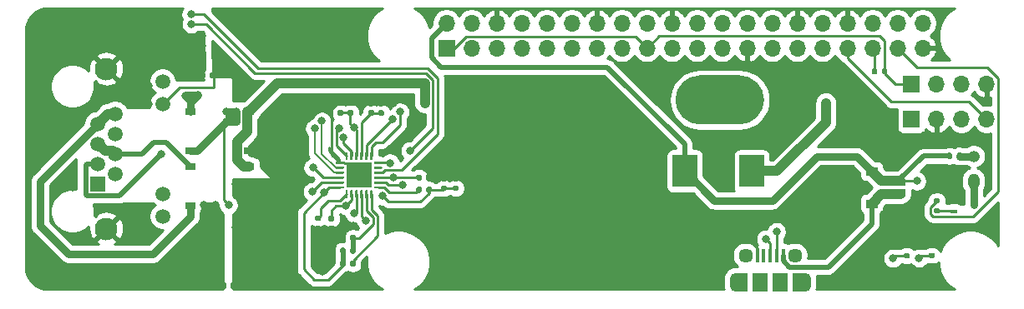
<source format=gbl>
G04 #@! TF.GenerationSoftware,KiCad,Pcbnew,(5.1.10)-1*
G04 #@! TF.CreationDate,2021-09-04T12:41:49+02:00*
G04 #@! TF.ProjectId,POE_hat_and_USB,504f455f-6861-4745-9f61-6e645f555342,1.0*
G04 #@! TF.SameCoordinates,Original*
G04 #@! TF.FileFunction,Copper,L2,Bot*
G04 #@! TF.FilePolarity,Positive*
%FSLAX46Y46*%
G04 Gerber Fmt 4.6, Leading zero omitted, Abs format (unit mm)*
G04 Created by KiCad (PCBNEW (5.1.10)-1) date 2021-09-04 12:41:49*
%MOMM*%
%LPD*%
G01*
G04 APERTURE LIST*
G04 #@! TA.AperFunction,ComponentPad*
%ADD10R,1.700000X1.700000*%
G04 #@! TD*
G04 #@! TA.AperFunction,ComponentPad*
%ADD11O,1.700000X1.700000*%
G04 #@! TD*
G04 #@! TA.AperFunction,SMDPad,CuDef*
%ADD12R,1.000000X0.700000*%
G04 #@! TD*
G04 #@! TA.AperFunction,SMDPad,CuDef*
%ADD13R,2.500000X3.300000*%
G04 #@! TD*
G04 #@! TA.AperFunction,ComponentPad*
%ADD14O,1.200000X1.600000*%
G04 #@! TD*
G04 #@! TA.AperFunction,ComponentPad*
%ADD15O,1.200000X1.200000*%
G04 #@! TD*
G04 #@! TA.AperFunction,SMDPad,CuDef*
%ADD16R,1.200000X0.900000*%
G04 #@! TD*
G04 #@! TA.AperFunction,ComponentPad*
%ADD17R,1.500000X1.500000*%
G04 #@! TD*
G04 #@! TA.AperFunction,ComponentPad*
%ADD18C,1.500000*%
G04 #@! TD*
G04 #@! TA.AperFunction,ComponentPad*
%ADD19C,2.300000*%
G04 #@! TD*
G04 #@! TA.AperFunction,SMDPad,CuDef*
%ADD20R,1.200000X1.900000*%
G04 #@! TD*
G04 #@! TA.AperFunction,ComponentPad*
%ADD21O,1.200000X1.900000*%
G04 #@! TD*
G04 #@! TA.AperFunction,SMDPad,CuDef*
%ADD22R,1.500000X1.900000*%
G04 #@! TD*
G04 #@! TA.AperFunction,ComponentPad*
%ADD23C,1.450000*%
G04 #@! TD*
G04 #@! TA.AperFunction,SMDPad,CuDef*
%ADD24R,0.400000X1.350000*%
G04 #@! TD*
G04 #@! TA.AperFunction,SMDPad,CuDef*
%ADD25C,0.100000*%
G04 #@! TD*
G04 #@! TA.AperFunction,SMDPad,CuDef*
%ADD26R,0.700000X0.450000*%
G04 #@! TD*
G04 #@! TA.AperFunction,SMDPad,CuDef*
%ADD27R,2.600000X2.600000*%
G04 #@! TD*
G04 #@! TA.AperFunction,ViaPad*
%ADD28C,0.800000*%
G04 #@! TD*
G04 #@! TA.AperFunction,Conductor*
%ADD29C,1.000000*%
G04 #@! TD*
G04 #@! TA.AperFunction,Conductor*
%ADD30C,0.500000*%
G04 #@! TD*
G04 #@! TA.AperFunction,Conductor*
%ADD31C,0.750000*%
G04 #@! TD*
G04 #@! TA.AperFunction,Conductor*
%ADD32C,0.250000*%
G04 #@! TD*
G04 #@! TA.AperFunction,Conductor*
%ADD33C,0.200000*%
G04 #@! TD*
G04 #@! TA.AperFunction,Conductor*
%ADD34C,0.254000*%
G04 #@! TD*
G04 #@! TA.AperFunction,Conductor*
%ADD35C,0.100000*%
G04 #@! TD*
G04 APERTURE END LIST*
G04 #@! TA.AperFunction,WasherPad*
G36*
G01*
X151600000Y-98600000D02*
X155600000Y-98600000D01*
G75*
G02*
X158100000Y-101100000I0J-2500000D01*
G01*
X158100000Y-101100000D01*
G75*
G02*
X155600000Y-103600000I-2500000J0D01*
G01*
X151600000Y-103600000D01*
G75*
G02*
X149100000Y-101100000I0J2500000D01*
G01*
X149100000Y-101100000D01*
G75*
G02*
X151600000Y-98600000I2500000J0D01*
G01*
G37*
G04 #@! TD.AperFunction*
D10*
X125902000Y-95838000D03*
D11*
X125902000Y-93298000D03*
X128442000Y-95838000D03*
X128442000Y-93298000D03*
X130982000Y-95838000D03*
X130982000Y-93298000D03*
X133522000Y-95838000D03*
X133522000Y-93298000D03*
X136062000Y-95838000D03*
X136062000Y-93298000D03*
X138602000Y-95838000D03*
X138602000Y-93298000D03*
X141142000Y-95838000D03*
X141142000Y-93298000D03*
X143682000Y-95838000D03*
X143682000Y-93298000D03*
X146222000Y-95838000D03*
X146222000Y-93298000D03*
X148762000Y-95838000D03*
X148762000Y-93298000D03*
X151302000Y-95838000D03*
X151302000Y-93298000D03*
X153842000Y-95838000D03*
X153842000Y-93298000D03*
X156382000Y-95838000D03*
X156382000Y-93298000D03*
X158922000Y-95838000D03*
X158922000Y-93298000D03*
X161462000Y-95838000D03*
X161462000Y-93298000D03*
X164002000Y-95838000D03*
X164002000Y-93298000D03*
X166542000Y-95838000D03*
X166542000Y-93298000D03*
X169082000Y-95838000D03*
X169082000Y-93298000D03*
X171622000Y-95838000D03*
X171622000Y-93298000D03*
X174162000Y-95838000D03*
X174162000Y-93298000D03*
G04 #@! TA.AperFunction,SMDPad,CuDef*
G36*
G01*
X175267200Y-117188200D02*
X174897200Y-117188200D01*
G75*
G02*
X174762200Y-117053200I0J135000D01*
G01*
X174762200Y-116783200D01*
G75*
G02*
X174897200Y-116648200I135000J0D01*
G01*
X175267200Y-116648200D01*
G75*
G02*
X175402200Y-116783200I0J-135000D01*
G01*
X175402200Y-117053200D01*
G75*
G02*
X175267200Y-117188200I-135000J0D01*
G01*
G37*
G04 #@! TD.AperFunction*
G04 #@! TA.AperFunction,SMDPad,CuDef*
G36*
G01*
X175267200Y-116168200D02*
X174897200Y-116168200D01*
G75*
G02*
X174762200Y-116033200I0J135000D01*
G01*
X174762200Y-115763200D01*
G75*
G02*
X174897200Y-115628200I135000J0D01*
G01*
X175267200Y-115628200D01*
G75*
G02*
X175402200Y-115763200I0J-135000D01*
G01*
X175402200Y-116033200D01*
G75*
G02*
X175267200Y-116168200I-135000J0D01*
G01*
G37*
G04 #@! TD.AperFunction*
D12*
X105907000Y-107868000D03*
X105907000Y-111868000D03*
X99957000Y-111868000D03*
X99957000Y-107868000D03*
X99957000Y-102268000D03*
X99957000Y-106268000D03*
X105907000Y-106268000D03*
X105907000Y-102268000D03*
D13*
X156841400Y-108343700D03*
X150041400Y-108343700D03*
D14*
X179332000Y-109368000D03*
D15*
X179332000Y-106828000D03*
D16*
X169000000Y-108350000D03*
X169000000Y-111650000D03*
D17*
X90532000Y-109628000D03*
D18*
X90532000Y-107596000D03*
X90532000Y-105564000D03*
X90532000Y-103532000D03*
X92312000Y-108612000D03*
X92312000Y-106580000D03*
X92312000Y-104548000D03*
X92312000Y-102516000D03*
D19*
X91422000Y-97938000D03*
X91422000Y-114198000D03*
D18*
X97132000Y-112928000D03*
X97132000Y-110638000D03*
X97132000Y-101498000D03*
X97132000Y-99208000D03*
D11*
X180652000Y-103068000D03*
X178112000Y-103068000D03*
X175572000Y-103068000D03*
D10*
X173032000Y-103068000D03*
X173032000Y-99468000D03*
D11*
X175572000Y-99468000D03*
X178112000Y-99468000D03*
X180652000Y-99468000D03*
D20*
X161620000Y-119616296D03*
X155820000Y-119616296D03*
D21*
X155220000Y-119616296D03*
X162220000Y-119616296D03*
D22*
X159720000Y-119616296D03*
D23*
X156220000Y-116916296D03*
D24*
X158720000Y-116916296D03*
X158070000Y-116916296D03*
X157420000Y-116916296D03*
X160020000Y-116916296D03*
X159370000Y-116916296D03*
D23*
X161220000Y-116916296D03*
D22*
X157720000Y-119616296D03*
G04 #@! TA.AperFunction,SMDPad,CuDef*
D25*
G36*
X170950000Y-109850000D02*
G01*
X170950000Y-109350000D01*
X170950602Y-109350000D01*
X170950602Y-109325466D01*
X170955412Y-109276635D01*
X170964984Y-109228510D01*
X170979228Y-109181555D01*
X170998005Y-109136222D01*
X171021136Y-109092949D01*
X171048396Y-109052150D01*
X171079524Y-109014221D01*
X171114221Y-108979524D01*
X171152150Y-108948396D01*
X171192949Y-108921136D01*
X171236222Y-108898005D01*
X171281555Y-108879228D01*
X171328510Y-108864984D01*
X171376635Y-108855412D01*
X171425466Y-108850602D01*
X171450000Y-108850602D01*
X171450000Y-108850000D01*
X171950000Y-108850000D01*
X171950000Y-108850602D01*
X171974534Y-108850602D01*
X172023365Y-108855412D01*
X172071490Y-108864984D01*
X172118445Y-108879228D01*
X172163778Y-108898005D01*
X172207051Y-108921136D01*
X172247850Y-108948396D01*
X172285779Y-108979524D01*
X172320476Y-109014221D01*
X172351604Y-109052150D01*
X172378864Y-109092949D01*
X172401995Y-109136222D01*
X172420772Y-109181555D01*
X172435016Y-109228510D01*
X172444588Y-109276635D01*
X172449398Y-109325466D01*
X172449398Y-109350000D01*
X172450000Y-109350000D01*
X172450000Y-109850000D01*
X170950000Y-109850000D01*
G37*
G04 #@! TD.AperFunction*
G04 #@! TA.AperFunction,SMDPad,CuDef*
G36*
X172449398Y-110650000D02*
G01*
X172449398Y-110674534D01*
X172444588Y-110723365D01*
X172435016Y-110771490D01*
X172420772Y-110818445D01*
X172401995Y-110863778D01*
X172378864Y-110907051D01*
X172351604Y-110947850D01*
X172320476Y-110985779D01*
X172285779Y-111020476D01*
X172247850Y-111051604D01*
X172207051Y-111078864D01*
X172163778Y-111101995D01*
X172118445Y-111120772D01*
X172071490Y-111135016D01*
X172023365Y-111144588D01*
X171974534Y-111149398D01*
X171950000Y-111149398D01*
X171950000Y-111150000D01*
X171450000Y-111150000D01*
X171450000Y-111149398D01*
X171425466Y-111149398D01*
X171376635Y-111144588D01*
X171328510Y-111135016D01*
X171281555Y-111120772D01*
X171236222Y-111101995D01*
X171192949Y-111078864D01*
X171152150Y-111051604D01*
X171114221Y-111020476D01*
X171079524Y-110985779D01*
X171048396Y-110947850D01*
X171021136Y-110907051D01*
X170998005Y-110863778D01*
X170979228Y-110818445D01*
X170964984Y-110771490D01*
X170955412Y-110723365D01*
X170950602Y-110674534D01*
X170950602Y-110650000D01*
X170950000Y-110650000D01*
X170950000Y-110150000D01*
X172450000Y-110150000D01*
X172450000Y-110650000D01*
X172449398Y-110650000D01*
G37*
G04 #@! TD.AperFunction*
D26*
X177332000Y-112418000D03*
X177332000Y-111118000D03*
X179332000Y-111768000D03*
D27*
X117030500Y-108750100D03*
G04 #@! TA.AperFunction,SMDPad,CuDef*
G36*
G01*
X115655500Y-111037600D02*
X115655500Y-110337600D01*
G75*
G02*
X115718000Y-110275100I62500J0D01*
G01*
X115843000Y-110275100D01*
G75*
G02*
X115905500Y-110337600I0J-62500D01*
G01*
X115905500Y-111037600D01*
G75*
G02*
X115843000Y-111100100I-62500J0D01*
G01*
X115718000Y-111100100D01*
G75*
G02*
X115655500Y-111037600I0J62500D01*
G01*
G37*
G04 #@! TD.AperFunction*
G04 #@! TA.AperFunction,SMDPad,CuDef*
G36*
G01*
X116155500Y-111037600D02*
X116155500Y-110337600D01*
G75*
G02*
X116218000Y-110275100I62500J0D01*
G01*
X116343000Y-110275100D01*
G75*
G02*
X116405500Y-110337600I0J-62500D01*
G01*
X116405500Y-111037600D01*
G75*
G02*
X116343000Y-111100100I-62500J0D01*
G01*
X116218000Y-111100100D01*
G75*
G02*
X116155500Y-111037600I0J62500D01*
G01*
G37*
G04 #@! TD.AperFunction*
G04 #@! TA.AperFunction,SMDPad,CuDef*
G36*
G01*
X116655500Y-111037600D02*
X116655500Y-110337600D01*
G75*
G02*
X116718000Y-110275100I62500J0D01*
G01*
X116843000Y-110275100D01*
G75*
G02*
X116905500Y-110337600I0J-62500D01*
G01*
X116905500Y-111037600D01*
G75*
G02*
X116843000Y-111100100I-62500J0D01*
G01*
X116718000Y-111100100D01*
G75*
G02*
X116655500Y-111037600I0J62500D01*
G01*
G37*
G04 #@! TD.AperFunction*
G04 #@! TA.AperFunction,SMDPad,CuDef*
G36*
G01*
X117155500Y-111037600D02*
X117155500Y-110337600D01*
G75*
G02*
X117218000Y-110275100I62500J0D01*
G01*
X117343000Y-110275100D01*
G75*
G02*
X117405500Y-110337600I0J-62500D01*
G01*
X117405500Y-111037600D01*
G75*
G02*
X117343000Y-111100100I-62500J0D01*
G01*
X117218000Y-111100100D01*
G75*
G02*
X117155500Y-111037600I0J62500D01*
G01*
G37*
G04 #@! TD.AperFunction*
G04 #@! TA.AperFunction,SMDPad,CuDef*
G36*
G01*
X117655500Y-111037600D02*
X117655500Y-110337600D01*
G75*
G02*
X117718000Y-110275100I62500J0D01*
G01*
X117843000Y-110275100D01*
G75*
G02*
X117905500Y-110337600I0J-62500D01*
G01*
X117905500Y-111037600D01*
G75*
G02*
X117843000Y-111100100I-62500J0D01*
G01*
X117718000Y-111100100D01*
G75*
G02*
X117655500Y-111037600I0J62500D01*
G01*
G37*
G04 #@! TD.AperFunction*
G04 #@! TA.AperFunction,SMDPad,CuDef*
G36*
G01*
X118155500Y-111037600D02*
X118155500Y-110337600D01*
G75*
G02*
X118218000Y-110275100I62500J0D01*
G01*
X118343000Y-110275100D01*
G75*
G02*
X118405500Y-110337600I0J-62500D01*
G01*
X118405500Y-111037600D01*
G75*
G02*
X118343000Y-111100100I-62500J0D01*
G01*
X118218000Y-111100100D01*
G75*
G02*
X118155500Y-111037600I0J62500D01*
G01*
G37*
G04 #@! TD.AperFunction*
G04 #@! TA.AperFunction,SMDPad,CuDef*
G36*
G01*
X118555500Y-110062600D02*
X118555500Y-109937600D01*
G75*
G02*
X118618000Y-109875100I62500J0D01*
G01*
X119318000Y-109875100D01*
G75*
G02*
X119380500Y-109937600I0J-62500D01*
G01*
X119380500Y-110062600D01*
G75*
G02*
X119318000Y-110125100I-62500J0D01*
G01*
X118618000Y-110125100D01*
G75*
G02*
X118555500Y-110062600I0J62500D01*
G01*
G37*
G04 #@! TD.AperFunction*
G04 #@! TA.AperFunction,SMDPad,CuDef*
G36*
G01*
X118555500Y-109562600D02*
X118555500Y-109437600D01*
G75*
G02*
X118618000Y-109375100I62500J0D01*
G01*
X119318000Y-109375100D01*
G75*
G02*
X119380500Y-109437600I0J-62500D01*
G01*
X119380500Y-109562600D01*
G75*
G02*
X119318000Y-109625100I-62500J0D01*
G01*
X118618000Y-109625100D01*
G75*
G02*
X118555500Y-109562600I0J62500D01*
G01*
G37*
G04 #@! TD.AperFunction*
G04 #@! TA.AperFunction,SMDPad,CuDef*
G36*
G01*
X118555500Y-109062600D02*
X118555500Y-108937600D01*
G75*
G02*
X118618000Y-108875100I62500J0D01*
G01*
X119318000Y-108875100D01*
G75*
G02*
X119380500Y-108937600I0J-62500D01*
G01*
X119380500Y-109062600D01*
G75*
G02*
X119318000Y-109125100I-62500J0D01*
G01*
X118618000Y-109125100D01*
G75*
G02*
X118555500Y-109062600I0J62500D01*
G01*
G37*
G04 #@! TD.AperFunction*
G04 #@! TA.AperFunction,SMDPad,CuDef*
G36*
G01*
X118555500Y-108562600D02*
X118555500Y-108437600D01*
G75*
G02*
X118618000Y-108375100I62500J0D01*
G01*
X119318000Y-108375100D01*
G75*
G02*
X119380500Y-108437600I0J-62500D01*
G01*
X119380500Y-108562600D01*
G75*
G02*
X119318000Y-108625100I-62500J0D01*
G01*
X118618000Y-108625100D01*
G75*
G02*
X118555500Y-108562600I0J62500D01*
G01*
G37*
G04 #@! TD.AperFunction*
G04 #@! TA.AperFunction,SMDPad,CuDef*
G36*
G01*
X118555500Y-108062600D02*
X118555500Y-107937600D01*
G75*
G02*
X118618000Y-107875100I62500J0D01*
G01*
X119318000Y-107875100D01*
G75*
G02*
X119380500Y-107937600I0J-62500D01*
G01*
X119380500Y-108062600D01*
G75*
G02*
X119318000Y-108125100I-62500J0D01*
G01*
X118618000Y-108125100D01*
G75*
G02*
X118555500Y-108062600I0J62500D01*
G01*
G37*
G04 #@! TD.AperFunction*
G04 #@! TA.AperFunction,SMDPad,CuDef*
G36*
G01*
X118555500Y-107562600D02*
X118555500Y-107437600D01*
G75*
G02*
X118618000Y-107375100I62500J0D01*
G01*
X119318000Y-107375100D01*
G75*
G02*
X119380500Y-107437600I0J-62500D01*
G01*
X119380500Y-107562600D01*
G75*
G02*
X119318000Y-107625100I-62500J0D01*
G01*
X118618000Y-107625100D01*
G75*
G02*
X118555500Y-107562600I0J62500D01*
G01*
G37*
G04 #@! TD.AperFunction*
G04 #@! TA.AperFunction,SMDPad,CuDef*
G36*
G01*
X118155500Y-107162600D02*
X118155500Y-106462600D01*
G75*
G02*
X118218000Y-106400100I62500J0D01*
G01*
X118343000Y-106400100D01*
G75*
G02*
X118405500Y-106462600I0J-62500D01*
G01*
X118405500Y-107162600D01*
G75*
G02*
X118343000Y-107225100I-62500J0D01*
G01*
X118218000Y-107225100D01*
G75*
G02*
X118155500Y-107162600I0J62500D01*
G01*
G37*
G04 #@! TD.AperFunction*
G04 #@! TA.AperFunction,SMDPad,CuDef*
G36*
G01*
X117655500Y-107162600D02*
X117655500Y-106462600D01*
G75*
G02*
X117718000Y-106400100I62500J0D01*
G01*
X117843000Y-106400100D01*
G75*
G02*
X117905500Y-106462600I0J-62500D01*
G01*
X117905500Y-107162600D01*
G75*
G02*
X117843000Y-107225100I-62500J0D01*
G01*
X117718000Y-107225100D01*
G75*
G02*
X117655500Y-107162600I0J62500D01*
G01*
G37*
G04 #@! TD.AperFunction*
G04 #@! TA.AperFunction,SMDPad,CuDef*
G36*
G01*
X117155500Y-107162600D02*
X117155500Y-106462600D01*
G75*
G02*
X117218000Y-106400100I62500J0D01*
G01*
X117343000Y-106400100D01*
G75*
G02*
X117405500Y-106462600I0J-62500D01*
G01*
X117405500Y-107162600D01*
G75*
G02*
X117343000Y-107225100I-62500J0D01*
G01*
X117218000Y-107225100D01*
G75*
G02*
X117155500Y-107162600I0J62500D01*
G01*
G37*
G04 #@! TD.AperFunction*
G04 #@! TA.AperFunction,SMDPad,CuDef*
G36*
G01*
X116655500Y-107162600D02*
X116655500Y-106462600D01*
G75*
G02*
X116718000Y-106400100I62500J0D01*
G01*
X116843000Y-106400100D01*
G75*
G02*
X116905500Y-106462600I0J-62500D01*
G01*
X116905500Y-107162600D01*
G75*
G02*
X116843000Y-107225100I-62500J0D01*
G01*
X116718000Y-107225100D01*
G75*
G02*
X116655500Y-107162600I0J62500D01*
G01*
G37*
G04 #@! TD.AperFunction*
G04 #@! TA.AperFunction,SMDPad,CuDef*
G36*
G01*
X116155500Y-107162600D02*
X116155500Y-106462600D01*
G75*
G02*
X116218000Y-106400100I62500J0D01*
G01*
X116343000Y-106400100D01*
G75*
G02*
X116405500Y-106462600I0J-62500D01*
G01*
X116405500Y-107162600D01*
G75*
G02*
X116343000Y-107225100I-62500J0D01*
G01*
X116218000Y-107225100D01*
G75*
G02*
X116155500Y-107162600I0J62500D01*
G01*
G37*
G04 #@! TD.AperFunction*
G04 #@! TA.AperFunction,SMDPad,CuDef*
G36*
G01*
X115655500Y-107162600D02*
X115655500Y-106462600D01*
G75*
G02*
X115718000Y-106400100I62500J0D01*
G01*
X115843000Y-106400100D01*
G75*
G02*
X115905500Y-106462600I0J-62500D01*
G01*
X115905500Y-107162600D01*
G75*
G02*
X115843000Y-107225100I-62500J0D01*
G01*
X115718000Y-107225100D01*
G75*
G02*
X115655500Y-107162600I0J62500D01*
G01*
G37*
G04 #@! TD.AperFunction*
G04 #@! TA.AperFunction,SMDPad,CuDef*
G36*
G01*
X114680500Y-107562600D02*
X114680500Y-107437600D01*
G75*
G02*
X114743000Y-107375100I62500J0D01*
G01*
X115443000Y-107375100D01*
G75*
G02*
X115505500Y-107437600I0J-62500D01*
G01*
X115505500Y-107562600D01*
G75*
G02*
X115443000Y-107625100I-62500J0D01*
G01*
X114743000Y-107625100D01*
G75*
G02*
X114680500Y-107562600I0J62500D01*
G01*
G37*
G04 #@! TD.AperFunction*
G04 #@! TA.AperFunction,SMDPad,CuDef*
G36*
G01*
X114680500Y-108062600D02*
X114680500Y-107937600D01*
G75*
G02*
X114743000Y-107875100I62500J0D01*
G01*
X115443000Y-107875100D01*
G75*
G02*
X115505500Y-107937600I0J-62500D01*
G01*
X115505500Y-108062600D01*
G75*
G02*
X115443000Y-108125100I-62500J0D01*
G01*
X114743000Y-108125100D01*
G75*
G02*
X114680500Y-108062600I0J62500D01*
G01*
G37*
G04 #@! TD.AperFunction*
G04 #@! TA.AperFunction,SMDPad,CuDef*
G36*
G01*
X114680500Y-108562600D02*
X114680500Y-108437600D01*
G75*
G02*
X114743000Y-108375100I62500J0D01*
G01*
X115443000Y-108375100D01*
G75*
G02*
X115505500Y-108437600I0J-62500D01*
G01*
X115505500Y-108562600D01*
G75*
G02*
X115443000Y-108625100I-62500J0D01*
G01*
X114743000Y-108625100D01*
G75*
G02*
X114680500Y-108562600I0J62500D01*
G01*
G37*
G04 #@! TD.AperFunction*
G04 #@! TA.AperFunction,SMDPad,CuDef*
G36*
G01*
X114680500Y-109062600D02*
X114680500Y-108937600D01*
G75*
G02*
X114743000Y-108875100I62500J0D01*
G01*
X115443000Y-108875100D01*
G75*
G02*
X115505500Y-108937600I0J-62500D01*
G01*
X115505500Y-109062600D01*
G75*
G02*
X115443000Y-109125100I-62500J0D01*
G01*
X114743000Y-109125100D01*
G75*
G02*
X114680500Y-109062600I0J62500D01*
G01*
G37*
G04 #@! TD.AperFunction*
G04 #@! TA.AperFunction,SMDPad,CuDef*
G36*
G01*
X114680500Y-109562600D02*
X114680500Y-109437600D01*
G75*
G02*
X114743000Y-109375100I62500J0D01*
G01*
X115443000Y-109375100D01*
G75*
G02*
X115505500Y-109437600I0J-62500D01*
G01*
X115505500Y-109562600D01*
G75*
G02*
X115443000Y-109625100I-62500J0D01*
G01*
X114743000Y-109625100D01*
G75*
G02*
X114680500Y-109562600I0J62500D01*
G01*
G37*
G04 #@! TD.AperFunction*
G04 #@! TA.AperFunction,SMDPad,CuDef*
G36*
G01*
X114680500Y-110062600D02*
X114680500Y-109937600D01*
G75*
G02*
X114743000Y-109875100I62500J0D01*
G01*
X115443000Y-109875100D01*
G75*
G02*
X115505500Y-109937600I0J-62500D01*
G01*
X115505500Y-110062600D01*
G75*
G02*
X115443000Y-110125100I-62500J0D01*
G01*
X114743000Y-110125100D01*
G75*
G02*
X114680500Y-110062600I0J62500D01*
G01*
G37*
G04 #@! TD.AperFunction*
G04 #@! TA.AperFunction,SMDPad,CuDef*
G36*
G01*
X103040000Y-120170000D02*
X103040000Y-119830000D01*
G75*
G02*
X103180000Y-119690000I140000J0D01*
G01*
X103460000Y-119690000D01*
G75*
G02*
X103600000Y-119830000I0J-140000D01*
G01*
X103600000Y-120170000D01*
G75*
G02*
X103460000Y-120310000I-140000J0D01*
G01*
X103180000Y-120310000D01*
G75*
G02*
X103040000Y-120170000I0J140000D01*
G01*
G37*
G04 #@! TD.AperFunction*
G04 #@! TA.AperFunction,SMDPad,CuDef*
G36*
G01*
X104000000Y-120170000D02*
X104000000Y-119830000D01*
G75*
G02*
X104140000Y-119690000I140000J0D01*
G01*
X104420000Y-119690000D01*
G75*
G02*
X104560000Y-119830000I0J-140000D01*
G01*
X104560000Y-120170000D01*
G75*
G02*
X104420000Y-120310000I-140000J0D01*
G01*
X104140000Y-120310000D01*
G75*
G02*
X104000000Y-120170000I0J140000D01*
G01*
G37*
G04 #@! TD.AperFunction*
G04 #@! TA.AperFunction,SMDPad,CuDef*
G36*
G01*
X100920000Y-98770000D02*
X100920000Y-98430000D01*
G75*
G02*
X101060000Y-98290000I140000J0D01*
G01*
X101340000Y-98290000D01*
G75*
G02*
X101480000Y-98430000I0J-140000D01*
G01*
X101480000Y-98770000D01*
G75*
G02*
X101340000Y-98910000I-140000J0D01*
G01*
X101060000Y-98910000D01*
G75*
G02*
X100920000Y-98770000I0J140000D01*
G01*
G37*
G04 #@! TD.AperFunction*
G04 #@! TA.AperFunction,SMDPad,CuDef*
G36*
G01*
X101880000Y-98770000D02*
X101880000Y-98430000D01*
G75*
G02*
X102020000Y-98290000I140000J0D01*
G01*
X102300000Y-98290000D01*
G75*
G02*
X102440000Y-98430000I0J-140000D01*
G01*
X102440000Y-98770000D01*
G75*
G02*
X102300000Y-98910000I-140000J0D01*
G01*
X102020000Y-98910000D01*
G75*
G02*
X101880000Y-98770000I0J140000D01*
G01*
G37*
G04 #@! TD.AperFunction*
G04 #@! TA.AperFunction,SMDPad,CuDef*
G36*
G01*
X125823800Y-109401000D02*
X125483800Y-109401000D01*
G75*
G02*
X125343800Y-109261000I0J140000D01*
G01*
X125343800Y-108981000D01*
G75*
G02*
X125483800Y-108841000I140000J0D01*
G01*
X125823800Y-108841000D01*
G75*
G02*
X125963800Y-108981000I0J-140000D01*
G01*
X125963800Y-109261000D01*
G75*
G02*
X125823800Y-109401000I-140000J0D01*
G01*
G37*
G04 #@! TD.AperFunction*
G04 #@! TA.AperFunction,SMDPad,CuDef*
G36*
G01*
X125823800Y-110361000D02*
X125483800Y-110361000D01*
G75*
G02*
X125343800Y-110221000I0J140000D01*
G01*
X125343800Y-109941000D01*
G75*
G02*
X125483800Y-109801000I140000J0D01*
G01*
X125823800Y-109801000D01*
G75*
G02*
X125963800Y-109941000I0J-140000D01*
G01*
X125963800Y-110221000D01*
G75*
G02*
X125823800Y-110361000I-140000J0D01*
G01*
G37*
G04 #@! TD.AperFunction*
G04 #@! TA.AperFunction,SMDPad,CuDef*
G36*
G01*
X116330100Y-102699700D02*
X115990100Y-102699700D01*
G75*
G02*
X115850100Y-102559700I0J140000D01*
G01*
X115850100Y-102279700D01*
G75*
G02*
X115990100Y-102139700I140000J0D01*
G01*
X116330100Y-102139700D01*
G75*
G02*
X116470100Y-102279700I0J-140000D01*
G01*
X116470100Y-102559700D01*
G75*
G02*
X116330100Y-102699700I-140000J0D01*
G01*
G37*
G04 #@! TD.AperFunction*
G04 #@! TA.AperFunction,SMDPad,CuDef*
G36*
G01*
X116330100Y-101739700D02*
X115990100Y-101739700D01*
G75*
G02*
X115850100Y-101599700I0J140000D01*
G01*
X115850100Y-101319700D01*
G75*
G02*
X115990100Y-101179700I140000J0D01*
G01*
X116330100Y-101179700D01*
G75*
G02*
X116470100Y-101319700I0J-140000D01*
G01*
X116470100Y-101599700D01*
G75*
G02*
X116330100Y-101739700I-140000J0D01*
G01*
G37*
G04 #@! TD.AperFunction*
G04 #@! TA.AperFunction,SMDPad,CuDef*
G36*
G01*
X114058880Y-112899920D02*
X114398880Y-112899920D01*
G75*
G02*
X114538880Y-113039920I0J-140000D01*
G01*
X114538880Y-113319920D01*
G75*
G02*
X114398880Y-113459920I-140000J0D01*
G01*
X114058880Y-113459920D01*
G75*
G02*
X113918880Y-113319920I0J140000D01*
G01*
X113918880Y-113039920D01*
G75*
G02*
X114058880Y-112899920I140000J0D01*
G01*
G37*
G04 #@! TD.AperFunction*
G04 #@! TA.AperFunction,SMDPad,CuDef*
G36*
G01*
X114058880Y-113859920D02*
X114398880Y-113859920D01*
G75*
G02*
X114538880Y-113999920I0J-140000D01*
G01*
X114538880Y-114279920D01*
G75*
G02*
X114398880Y-114419920I-140000J0D01*
G01*
X114058880Y-114419920D01*
G75*
G02*
X113918880Y-114279920I0J140000D01*
G01*
X113918880Y-113999920D01*
G75*
G02*
X114058880Y-113859920I140000J0D01*
G01*
G37*
G04 #@! TD.AperFunction*
G04 #@! TA.AperFunction,SMDPad,CuDef*
G36*
G01*
X115330100Y-102699700D02*
X114990100Y-102699700D01*
G75*
G02*
X114850100Y-102559700I0J140000D01*
G01*
X114850100Y-102279700D01*
G75*
G02*
X114990100Y-102139700I140000J0D01*
G01*
X115330100Y-102139700D01*
G75*
G02*
X115470100Y-102279700I0J-140000D01*
G01*
X115470100Y-102559700D01*
G75*
G02*
X115330100Y-102699700I-140000J0D01*
G01*
G37*
G04 #@! TD.AperFunction*
G04 #@! TA.AperFunction,SMDPad,CuDef*
G36*
G01*
X115330100Y-101739700D02*
X114990100Y-101739700D01*
G75*
G02*
X114850100Y-101599700I0J140000D01*
G01*
X114850100Y-101319700D01*
G75*
G02*
X114990100Y-101179700I140000J0D01*
G01*
X115330100Y-101179700D01*
G75*
G02*
X115470100Y-101319700I0J-140000D01*
G01*
X115470100Y-101599700D01*
G75*
G02*
X115330100Y-101739700I-140000J0D01*
G01*
G37*
G04 #@! TD.AperFunction*
G04 #@! TA.AperFunction,SMDPad,CuDef*
G36*
G01*
X119436400Y-101752400D02*
X119096400Y-101752400D01*
G75*
G02*
X118956400Y-101612400I0J140000D01*
G01*
X118956400Y-101332400D01*
G75*
G02*
X119096400Y-101192400I140000J0D01*
G01*
X119436400Y-101192400D01*
G75*
G02*
X119576400Y-101332400I0J-140000D01*
G01*
X119576400Y-101612400D01*
G75*
G02*
X119436400Y-101752400I-140000J0D01*
G01*
G37*
G04 #@! TD.AperFunction*
G04 #@! TA.AperFunction,SMDPad,CuDef*
G36*
G01*
X119436400Y-102712400D02*
X119096400Y-102712400D01*
G75*
G02*
X118956400Y-102572400I0J140000D01*
G01*
X118956400Y-102292400D01*
G75*
G02*
X119096400Y-102152400I140000J0D01*
G01*
X119436400Y-102152400D01*
G75*
G02*
X119576400Y-102292400I0J-140000D01*
G01*
X119576400Y-102572400D01*
G75*
G02*
X119436400Y-102712400I-140000J0D01*
G01*
G37*
G04 #@! TD.AperFunction*
G04 #@! TA.AperFunction,SMDPad,CuDef*
G36*
G01*
X118436400Y-102712400D02*
X118096400Y-102712400D01*
G75*
G02*
X117956400Y-102572400I0J140000D01*
G01*
X117956400Y-102292400D01*
G75*
G02*
X118096400Y-102152400I140000J0D01*
G01*
X118436400Y-102152400D01*
G75*
G02*
X118576400Y-102292400I0J-140000D01*
G01*
X118576400Y-102572400D01*
G75*
G02*
X118436400Y-102712400I-140000J0D01*
G01*
G37*
G04 #@! TD.AperFunction*
G04 #@! TA.AperFunction,SMDPad,CuDef*
G36*
G01*
X118436400Y-101752400D02*
X118096400Y-101752400D01*
G75*
G02*
X117956400Y-101612400I0J140000D01*
G01*
X117956400Y-101332400D01*
G75*
G02*
X118096400Y-101192400I140000J0D01*
G01*
X118436400Y-101192400D01*
G75*
G02*
X118576400Y-101332400I0J-140000D01*
G01*
X118576400Y-101612400D01*
G75*
G02*
X118436400Y-101752400I-140000J0D01*
G01*
G37*
G04 #@! TD.AperFunction*
G04 #@! TA.AperFunction,SMDPad,CuDef*
G36*
G01*
X126997280Y-109390840D02*
X126657280Y-109390840D01*
G75*
G02*
X126517280Y-109250840I0J140000D01*
G01*
X126517280Y-108970840D01*
G75*
G02*
X126657280Y-108830840I140000J0D01*
G01*
X126997280Y-108830840D01*
G75*
G02*
X127137280Y-108970840I0J-140000D01*
G01*
X127137280Y-109250840D01*
G75*
G02*
X126997280Y-109390840I-140000J0D01*
G01*
G37*
G04 #@! TD.AperFunction*
G04 #@! TA.AperFunction,SMDPad,CuDef*
G36*
G01*
X126997280Y-110350840D02*
X126657280Y-110350840D01*
G75*
G02*
X126517280Y-110210840I0J140000D01*
G01*
X126517280Y-109930840D01*
G75*
G02*
X126657280Y-109790840I140000J0D01*
G01*
X126997280Y-109790840D01*
G75*
G02*
X127137280Y-109930840I0J-140000D01*
G01*
X127137280Y-110210840D01*
G75*
G02*
X126997280Y-110350840I-140000J0D01*
G01*
G37*
G04 #@! TD.AperFunction*
G04 #@! TA.AperFunction,SMDPad,CuDef*
G36*
G01*
X123796400Y-109174100D02*
X123796400Y-108834100D01*
G75*
G02*
X123936400Y-108694100I140000J0D01*
G01*
X124216400Y-108694100D01*
G75*
G02*
X124356400Y-108834100I0J-140000D01*
G01*
X124356400Y-109174100D01*
G75*
G02*
X124216400Y-109314100I-140000J0D01*
G01*
X123936400Y-109314100D01*
G75*
G02*
X123796400Y-109174100I0J140000D01*
G01*
G37*
G04 #@! TD.AperFunction*
G04 #@! TA.AperFunction,SMDPad,CuDef*
G36*
G01*
X122836400Y-109174100D02*
X122836400Y-108834100D01*
G75*
G02*
X122976400Y-108694100I140000J0D01*
G01*
X123256400Y-108694100D01*
G75*
G02*
X123396400Y-108834100I0J-140000D01*
G01*
X123396400Y-109174100D01*
G75*
G02*
X123256400Y-109314100I-140000J0D01*
G01*
X122976400Y-109314100D01*
G75*
G02*
X122836400Y-109174100I0J140000D01*
G01*
G37*
G04 #@! TD.AperFunction*
G04 #@! TA.AperFunction,SMDPad,CuDef*
G36*
G01*
X172745400Y-117213600D02*
X172375400Y-117213600D01*
G75*
G02*
X172240400Y-117078600I0J135000D01*
G01*
X172240400Y-116808600D01*
G75*
G02*
X172375400Y-116673600I135000J0D01*
G01*
X172745400Y-116673600D01*
G75*
G02*
X172880400Y-116808600I0J-135000D01*
G01*
X172880400Y-117078600D01*
G75*
G02*
X172745400Y-117213600I-135000J0D01*
G01*
G37*
G04 #@! TD.AperFunction*
G04 #@! TA.AperFunction,SMDPad,CuDef*
G36*
G01*
X172745400Y-116193600D02*
X172375400Y-116193600D01*
G75*
G02*
X172240400Y-116058600I0J135000D01*
G01*
X172240400Y-115788600D01*
G75*
G02*
X172375400Y-115653600I135000J0D01*
G01*
X172745400Y-115653600D01*
G75*
G02*
X172880400Y-115788600I0J-135000D01*
G01*
X172880400Y-116058600D01*
G75*
G02*
X172745400Y-116193600I-135000J0D01*
G01*
G37*
G04 #@! TD.AperFunction*
G04 #@! TA.AperFunction,SMDPad,CuDef*
G36*
G01*
X170040000Y-98385000D02*
X170040000Y-98015000D01*
G75*
G02*
X170175000Y-97880000I135000J0D01*
G01*
X170445000Y-97880000D01*
G75*
G02*
X170580000Y-98015000I0J-135000D01*
G01*
X170580000Y-98385000D01*
G75*
G02*
X170445000Y-98520000I-135000J0D01*
G01*
X170175000Y-98520000D01*
G75*
G02*
X170040000Y-98385000I0J135000D01*
G01*
G37*
G04 #@! TD.AperFunction*
G04 #@! TA.AperFunction,SMDPad,CuDef*
G36*
G01*
X169020000Y-98385000D02*
X169020000Y-98015000D01*
G75*
G02*
X169155000Y-97880000I135000J0D01*
G01*
X169425000Y-97880000D01*
G75*
G02*
X169560000Y-98015000I0J-135000D01*
G01*
X169560000Y-98385000D01*
G75*
G02*
X169425000Y-98520000I-135000J0D01*
G01*
X169155000Y-98520000D01*
G75*
G02*
X169020000Y-98385000I0J135000D01*
G01*
G37*
G04 #@! TD.AperFunction*
G04 #@! TA.AperFunction,SMDPad,CuDef*
G36*
G01*
X175415000Y-111088000D02*
X175785000Y-111088000D01*
G75*
G02*
X175920000Y-111223000I0J-135000D01*
G01*
X175920000Y-111493000D01*
G75*
G02*
X175785000Y-111628000I-135000J0D01*
G01*
X175415000Y-111628000D01*
G75*
G02*
X175280000Y-111493000I0J135000D01*
G01*
X175280000Y-111223000D01*
G75*
G02*
X175415000Y-111088000I135000J0D01*
G01*
G37*
G04 #@! TD.AperFunction*
G04 #@! TA.AperFunction,SMDPad,CuDef*
G36*
G01*
X175415000Y-112108000D02*
X175785000Y-112108000D01*
G75*
G02*
X175920000Y-112243000I0J-135000D01*
G01*
X175920000Y-112513000D01*
G75*
G02*
X175785000Y-112648000I-135000J0D01*
G01*
X175415000Y-112648000D01*
G75*
G02*
X175280000Y-112513000I0J135000D01*
G01*
X175280000Y-112243000D01*
G75*
G02*
X175415000Y-112108000I135000J0D01*
G01*
G37*
G04 #@! TD.AperFunction*
G04 #@! TA.AperFunction,SMDPad,CuDef*
G36*
G01*
X176610000Y-106985000D02*
X176610000Y-106615000D01*
G75*
G02*
X176745000Y-106480000I135000J0D01*
G01*
X177015000Y-106480000D01*
G75*
G02*
X177150000Y-106615000I0J-135000D01*
G01*
X177150000Y-106985000D01*
G75*
G02*
X177015000Y-107120000I-135000J0D01*
G01*
X176745000Y-107120000D01*
G75*
G02*
X176610000Y-106985000I0J135000D01*
G01*
G37*
G04 #@! TD.AperFunction*
G04 #@! TA.AperFunction,SMDPad,CuDef*
G36*
G01*
X177630000Y-106985000D02*
X177630000Y-106615000D01*
G75*
G02*
X177765000Y-106480000I135000J0D01*
G01*
X178035000Y-106480000D01*
G75*
G02*
X178170000Y-106615000I0J-135000D01*
G01*
X178170000Y-106985000D01*
G75*
G02*
X178035000Y-107120000I-135000J0D01*
G01*
X177765000Y-107120000D01*
G75*
G02*
X177630000Y-106985000I0J135000D01*
G01*
G37*
G04 #@! TD.AperFunction*
G04 #@! TA.AperFunction,SMDPad,CuDef*
G36*
G01*
X113057520Y-114439920D02*
X112687520Y-114439920D01*
G75*
G02*
X112552520Y-114304920I0J135000D01*
G01*
X112552520Y-114034920D01*
G75*
G02*
X112687520Y-113899920I135000J0D01*
G01*
X113057520Y-113899920D01*
G75*
G02*
X113192520Y-114034920I0J-135000D01*
G01*
X113192520Y-114304920D01*
G75*
G02*
X113057520Y-114439920I-135000J0D01*
G01*
G37*
G04 #@! TD.AperFunction*
G04 #@! TA.AperFunction,SMDPad,CuDef*
G36*
G01*
X113057520Y-113419920D02*
X112687520Y-113419920D01*
G75*
G02*
X112552520Y-113284920I0J135000D01*
G01*
X112552520Y-113014920D01*
G75*
G02*
X112687520Y-112879920I135000J0D01*
G01*
X113057520Y-112879920D01*
G75*
G02*
X113192520Y-113014920I0J-135000D01*
G01*
X113192520Y-113284920D01*
G75*
G02*
X113057520Y-113419920I-135000J0D01*
G01*
G37*
G04 #@! TD.AperFunction*
G04 #@! TA.AperFunction,SMDPad,CuDef*
G36*
G01*
X115135440Y-115323200D02*
X115135440Y-114953200D01*
G75*
G02*
X115270440Y-114818200I135000J0D01*
G01*
X115540440Y-114818200D01*
G75*
G02*
X115675440Y-114953200I0J-135000D01*
G01*
X115675440Y-115323200D01*
G75*
G02*
X115540440Y-115458200I-135000J0D01*
G01*
X115270440Y-115458200D01*
G75*
G02*
X115135440Y-115323200I0J135000D01*
G01*
G37*
G04 #@! TD.AperFunction*
G04 #@! TA.AperFunction,SMDPad,CuDef*
G36*
G01*
X116155440Y-115323200D02*
X116155440Y-114953200D01*
G75*
G02*
X116290440Y-114818200I135000J0D01*
G01*
X116560440Y-114818200D01*
G75*
G02*
X116695440Y-114953200I0J-135000D01*
G01*
X116695440Y-115323200D01*
G75*
G02*
X116560440Y-115458200I-135000J0D01*
G01*
X116290440Y-115458200D01*
G75*
G02*
X116155440Y-115323200I0J135000D01*
G01*
G37*
G04 #@! TD.AperFunction*
G04 #@! TA.AperFunction,SMDPad,CuDef*
G36*
G01*
X115132400Y-116620900D02*
X115132400Y-116250900D01*
G75*
G02*
X115267400Y-116115900I135000J0D01*
G01*
X115537400Y-116115900D01*
G75*
G02*
X115672400Y-116250900I0J-135000D01*
G01*
X115672400Y-116620900D01*
G75*
G02*
X115537400Y-116755900I-135000J0D01*
G01*
X115267400Y-116755900D01*
G75*
G02*
X115132400Y-116620900I0J135000D01*
G01*
G37*
G04 #@! TD.AperFunction*
G04 #@! TA.AperFunction,SMDPad,CuDef*
G36*
G01*
X116152400Y-116620900D02*
X116152400Y-116250900D01*
G75*
G02*
X116287400Y-116115900I135000J0D01*
G01*
X116557400Y-116115900D01*
G75*
G02*
X116692400Y-116250900I0J-135000D01*
G01*
X116692400Y-116620900D01*
G75*
G02*
X116557400Y-116755900I-135000J0D01*
G01*
X116287400Y-116755900D01*
G75*
G02*
X116152400Y-116620900I0J135000D01*
G01*
G37*
G04 #@! TD.AperFunction*
G04 #@! TA.AperFunction,SMDPad,CuDef*
G36*
G01*
X116152400Y-117914000D02*
X116152400Y-117544000D01*
G75*
G02*
X116287400Y-117409000I135000J0D01*
G01*
X116557400Y-117409000D01*
G75*
G02*
X116692400Y-117544000I0J-135000D01*
G01*
X116692400Y-117914000D01*
G75*
G02*
X116557400Y-118049000I-135000J0D01*
G01*
X116287400Y-118049000D01*
G75*
G02*
X116152400Y-117914000I0J135000D01*
G01*
G37*
G04 #@! TD.AperFunction*
G04 #@! TA.AperFunction,SMDPad,CuDef*
G36*
G01*
X115132400Y-117914000D02*
X115132400Y-117544000D01*
G75*
G02*
X115267400Y-117409000I135000J0D01*
G01*
X115537400Y-117409000D01*
G75*
G02*
X115672400Y-117544000I0J-135000D01*
G01*
X115672400Y-117914000D01*
G75*
G02*
X115537400Y-118049000I-135000J0D01*
G01*
X115267400Y-118049000D01*
G75*
G02*
X115132400Y-117914000I0J135000D01*
G01*
G37*
G04 #@! TD.AperFunction*
G04 #@! TA.AperFunction,SMDPad,CuDef*
G36*
G01*
X123381800Y-110051000D02*
X123381800Y-110421000D01*
G75*
G02*
X123246800Y-110556000I-135000J0D01*
G01*
X122976800Y-110556000D01*
G75*
G02*
X122841800Y-110421000I0J135000D01*
G01*
X122841800Y-110051000D01*
G75*
G02*
X122976800Y-109916000I135000J0D01*
G01*
X123246800Y-109916000D01*
G75*
G02*
X123381800Y-110051000I0J-135000D01*
G01*
G37*
G04 #@! TD.AperFunction*
G04 #@! TA.AperFunction,SMDPad,CuDef*
G36*
G01*
X124401800Y-110051000D02*
X124401800Y-110421000D01*
G75*
G02*
X124266800Y-110556000I-135000J0D01*
G01*
X123996800Y-110556000D01*
G75*
G02*
X123861800Y-110421000I0J135000D01*
G01*
X123861800Y-110051000D01*
G75*
G02*
X123996800Y-109916000I135000J0D01*
G01*
X124266800Y-109916000D01*
G75*
G02*
X124401800Y-110051000I0J-135000D01*
G01*
G37*
G04 #@! TD.AperFunction*
D28*
X120396000Y-103073200D03*
X173583600Y-109347000D03*
X175000000Y-105300000D03*
X176915000Y-108227000D03*
X180805000Y-106257000D03*
X180800000Y-110000000D03*
X163900000Y-119700000D03*
X104500000Y-109700000D03*
X181300000Y-114500000D03*
X175900000Y-119700000D03*
X172000000Y-119700000D03*
X167800000Y-119700000D03*
X168700000Y-115700000D03*
X170200000Y-112700000D03*
X176052400Y-114703200D03*
X168900000Y-105300000D03*
X171200000Y-102400000D03*
X178100000Y-111400000D03*
X163000000Y-116800000D03*
X181300000Y-112600000D03*
X104500000Y-114100000D03*
X156464000Y-115214400D03*
X113310700Y-118588700D03*
X105232200Y-119989600D03*
X102743000Y-96139000D03*
X102743000Y-97409000D03*
X104013000Y-97409000D03*
X117030500Y-108750100D03*
X120523000Y-101473000D03*
X116459000Y-113919000D03*
X104775000Y-92837000D03*
X109855000Y-92837000D03*
X114935000Y-92837000D03*
X107315000Y-95377000D03*
X112395000Y-95377000D03*
X117475000Y-95377000D03*
X132715000Y-118237000D03*
X135255000Y-118237000D03*
X137795000Y-118237000D03*
X140335000Y-118237000D03*
X142875000Y-118237000D03*
X145415000Y-118237000D03*
X147955000Y-118237000D03*
X150495000Y-118237000D03*
X153035000Y-118237000D03*
X132715000Y-115697000D03*
X135255000Y-115697000D03*
X137795000Y-115697000D03*
X140335000Y-115697000D03*
X142875000Y-115697000D03*
X145415000Y-115697000D03*
X147955000Y-115697000D03*
X150495000Y-115697000D03*
X153035000Y-115697000D03*
X132715000Y-113157000D03*
X132715000Y-108077000D03*
X135255000Y-108077000D03*
X135255000Y-110617000D03*
X135255000Y-113157000D03*
X137795000Y-113157000D03*
X137795000Y-110617000D03*
X137795000Y-108077000D03*
X140335000Y-108077000D03*
X140335000Y-110617000D03*
X140335000Y-113157000D03*
X142875000Y-113157000D03*
X142875000Y-110617000D03*
X142875000Y-108077000D03*
X145415000Y-108077000D03*
X145415000Y-110617000D03*
X145415000Y-113157000D03*
X147955000Y-113157000D03*
X150495000Y-113157000D03*
X153035000Y-113157000D03*
X163195000Y-113157000D03*
X163195000Y-110617000D03*
X165735000Y-110617000D03*
X165735000Y-113157000D03*
X135255000Y-100457000D03*
X135255000Y-102997000D03*
X137795000Y-102997000D03*
X137795000Y-100457000D03*
X140335000Y-100457000D03*
X140335000Y-102997000D03*
X142875000Y-100457000D03*
X142875000Y-102997000D03*
X145415000Y-102997000D03*
X160655000Y-102997000D03*
X160655000Y-100457000D03*
X163195000Y-100457000D03*
X160655000Y-113157000D03*
X130175000Y-108077000D03*
X130175000Y-113157000D03*
X132715000Y-110617000D03*
X130175000Y-110617000D03*
X123710700Y-101434900D03*
X123698000Y-100431600D03*
X123698000Y-99415600D03*
X102500000Y-113400000D03*
X101300000Y-111800000D03*
X102500000Y-111800000D03*
X95700000Y-101500000D03*
X95700000Y-99700000D03*
X94100000Y-101500000D03*
X101100000Y-97600000D03*
X101100000Y-96600000D03*
X101100000Y-95600000D03*
X101100000Y-94600000D03*
X98300000Y-95600000D03*
X98300000Y-96600000D03*
X98300000Y-97600000D03*
X99300000Y-94600000D03*
X102500000Y-117500000D03*
X100000000Y-117500000D03*
X97500000Y-117500000D03*
X97500000Y-120000000D03*
X100000000Y-120000000D03*
X102500000Y-120000000D03*
X95000000Y-120000000D03*
X92500000Y-120000000D03*
X90000000Y-120000000D03*
X87500000Y-120000000D03*
X85000000Y-120000000D03*
X85000000Y-117500000D03*
X85000000Y-105000000D03*
X85000000Y-102500000D03*
X85000000Y-100000000D03*
X85000000Y-97500000D03*
X85000000Y-95000000D03*
X85000000Y-92500000D03*
X87500000Y-92500000D03*
X87500000Y-95000000D03*
X90000000Y-95000000D03*
X92500000Y-95000000D03*
X92500000Y-92500000D03*
X90000000Y-92500000D03*
X95000000Y-95000000D03*
X95000000Y-92500000D03*
X95000000Y-97500000D03*
X95000000Y-115000000D03*
X95000000Y-112500000D03*
X88000000Y-108000000D03*
X88000000Y-109000000D03*
X88000000Y-110000000D03*
X120167400Y-107502960D03*
X113526570Y-110501460D03*
X119418766Y-110884369D03*
X120523000Y-108953300D03*
X115697000Y-111887000D03*
X116555500Y-103921647D03*
X121179536Y-102335008D03*
X117729000Y-113411000D03*
X116555500Y-112649000D03*
X100000000Y-101300000D03*
X99400000Y-100700000D03*
X100700000Y-100600000D03*
X103600000Y-103300000D03*
X104600000Y-103300000D03*
X104600000Y-102300000D03*
X103600000Y-102300000D03*
X103800000Y-111800000D03*
X171155000Y-117207000D03*
X173815000Y-117187000D03*
X100000000Y-92400000D03*
X100047325Y-93398891D03*
X121488200Y-109778800D03*
X122224800Y-106262010D03*
X112292393Y-110433427D03*
X112369598Y-107988102D03*
X112531768Y-104003232D03*
X113274232Y-103260768D03*
X158268437Y-115228210D03*
X115468400Y-104927400D03*
X159359600Y-114503200D03*
X114985800Y-103962200D03*
X97000000Y-106600000D03*
X164365000Y-101407000D03*
X164365000Y-102407000D03*
X164363400Y-103403372D03*
D29*
X170000000Y-109350000D02*
X169000000Y-108350000D01*
X171700000Y-109350000D02*
X170000000Y-109350000D01*
D30*
X174250000Y-106800000D02*
X171700000Y-109350000D01*
X176880000Y-106800000D02*
X174250000Y-106800000D01*
X150041400Y-105604100D02*
X150041400Y-108343700D01*
X142237300Y-97800000D02*
X150041400Y-105604100D01*
X125353998Y-97800000D02*
X142237300Y-97800000D01*
X124382001Y-96828003D02*
X125353998Y-97800000D01*
X124382001Y-94817999D02*
X124382001Y-96828003D01*
X125902000Y-93298000D02*
X124382001Y-94817999D01*
D31*
X153025900Y-111328200D02*
X150041400Y-108343700D01*
X158927800Y-111328200D02*
X153025900Y-111328200D01*
X163431001Y-106824999D02*
X158927800Y-111328200D01*
X167474999Y-106824999D02*
X163431001Y-106824999D01*
X169000000Y-108350000D02*
X167474999Y-106824999D01*
D32*
X171703000Y-109347000D02*
X171700000Y-109350000D01*
X173583600Y-109347000D02*
X171703000Y-109347000D01*
X117780500Y-106812600D02*
X117780500Y-105688700D01*
X117780500Y-105688700D02*
X120396000Y-103073200D01*
X102300000Y-99800000D02*
X102300000Y-98900000D01*
X98830000Y-99800000D02*
X102300000Y-99800000D01*
X97132000Y-101498000D02*
X98830000Y-99800000D01*
X115830510Y-107550110D02*
X117030500Y-108750100D01*
X115555510Y-107550110D02*
X115830510Y-107550110D01*
X115505500Y-107500100D02*
X115555510Y-107550110D01*
X115093000Y-107500100D02*
X115505500Y-107500100D01*
X125498800Y-108966000D02*
X125653800Y-109121000D01*
X124101800Y-108966000D02*
X125498800Y-108966000D01*
X126817120Y-109121000D02*
X126827280Y-109110840D01*
X125653800Y-109121000D02*
X126817120Y-109121000D01*
X157420000Y-116916296D02*
X157420000Y-116170400D01*
X157420000Y-116170400D02*
X156464000Y-115214400D01*
X115555490Y-107550090D02*
X115603512Y-107550090D01*
X115505500Y-107500100D02*
X115555490Y-107550090D01*
X114850100Y-101459700D02*
X115160100Y-101459700D01*
X114260798Y-102049002D02*
X114850100Y-101459700D01*
X114260798Y-106667898D02*
X114260798Y-102049002D01*
X115093000Y-107500100D02*
X114260798Y-106667898D01*
X118266400Y-101472400D02*
X119266400Y-101472400D01*
X166542000Y-96842000D02*
X166542000Y-95838000D01*
X178884000Y-101300000D02*
X171000000Y-101300000D01*
X171000000Y-101300000D02*
X166542000Y-96842000D01*
X180652000Y-103068000D02*
X178884000Y-101300000D01*
X169290000Y-96046000D02*
X169082000Y-95838000D01*
X169290000Y-98200000D02*
X169290000Y-96046000D01*
X173577001Y-97793001D02*
X171622000Y-95838000D01*
X181827001Y-110433001D02*
X181827001Y-98903999D01*
X179286992Y-112973010D02*
X181827001Y-110433001D01*
X180716003Y-97793001D02*
X173577001Y-97793001D01*
X175224456Y-112973010D02*
X179286992Y-112973010D01*
X174954990Y-112703544D02*
X175224456Y-112973010D01*
X174954990Y-112003010D02*
X174954990Y-112703544D01*
X181827001Y-98903999D02*
X180716003Y-97793001D01*
X175600000Y-111358000D02*
X174954990Y-112003010D01*
D29*
X105396998Y-107868000D02*
X105907000Y-107868000D01*
X104706999Y-107178001D02*
X105396998Y-107868000D01*
X104706999Y-105357999D02*
X104706999Y-107178001D01*
X105700001Y-102299999D02*
X105700001Y-104364997D01*
X105700001Y-104364997D02*
X104706999Y-105357999D01*
X105732000Y-102268000D02*
X105700001Y-102299999D01*
X105907000Y-102268000D02*
X105732000Y-102268000D01*
X108759400Y-99415600D02*
X123698000Y-99415600D01*
X105907000Y-102268000D02*
X108759400Y-99415600D01*
X123698000Y-101422200D02*
X123710700Y-101434900D01*
X123698000Y-99415600D02*
X123698000Y-101422200D01*
D32*
X125498800Y-110236000D02*
X125653800Y-110081000D01*
X124131800Y-110236000D02*
X125498800Y-110236000D01*
X126817120Y-110081000D02*
X126827280Y-110070840D01*
X125653800Y-110081000D02*
X126817120Y-110081000D01*
D30*
X115402400Y-116435900D02*
X115402400Y-117729000D01*
D32*
X120164540Y-107500100D02*
X120167400Y-107502960D01*
X118968000Y-107500100D02*
X120164540Y-107500100D01*
X111429800Y-112598230D02*
X113526570Y-110501460D01*
X111429800Y-118331800D02*
X111429800Y-112598230D01*
X112465000Y-119367000D02*
X111429800Y-118331800D01*
X115402400Y-116435900D02*
X115402400Y-117859600D01*
X113895000Y-119367000D02*
X112465000Y-119367000D01*
X114027930Y-110000100D02*
X113526570Y-110501460D01*
X115402400Y-117859600D02*
X113895000Y-119367000D01*
X115093000Y-110000100D02*
X114027930Y-110000100D01*
X124131800Y-110556000D02*
X123245391Y-111442409D01*
X119976806Y-111442409D02*
X119418766Y-110884369D01*
X124131800Y-110236000D02*
X124131800Y-110556000D01*
X123245391Y-111442409D02*
X119976806Y-111442409D01*
X116160100Y-102419700D02*
X115160100Y-102419700D01*
X118968000Y-109000100D02*
X120476200Y-109000100D01*
X120535700Y-108966000D02*
X120523000Y-108953300D01*
X120476200Y-109000100D02*
X120523000Y-108953300D01*
X120573800Y-109004100D02*
X120523000Y-108953300D01*
X123116400Y-109004100D02*
X120573800Y-109004100D01*
X116280500Y-110687600D02*
X116280500Y-111303500D01*
X116280500Y-111303500D02*
X115697000Y-111887000D01*
X114681000Y-111887000D02*
X115697000Y-111887000D01*
X114228880Y-112339120D02*
X114681000Y-111887000D01*
X114228880Y-113179920D02*
X114228880Y-112339120D01*
X116555500Y-103921647D02*
X116437753Y-103803900D01*
X116780500Y-104146647D02*
X116437753Y-103803900D01*
X116780500Y-106812600D02*
X116780500Y-104146647D01*
X116160100Y-103526248D02*
X116160100Y-102419700D01*
X116437752Y-103803900D02*
X116160100Y-103526248D01*
X116437753Y-103803900D02*
X116437752Y-103803900D01*
X121179536Y-103635864D02*
X121179536Y-102335008D01*
X118280500Y-106812600D02*
X118280500Y-105853876D01*
X118724445Y-105409931D02*
X119405469Y-105409931D01*
X119405469Y-105409931D02*
X121179536Y-103635864D01*
X118280500Y-105853876D02*
X118724445Y-105409931D01*
X117280500Y-110687600D02*
X117317615Y-110724715D01*
X117280500Y-110687600D02*
X117280500Y-112962500D01*
X117280500Y-112962500D02*
X117729000Y-113411000D01*
X116780500Y-112424000D02*
X116555500Y-112649000D01*
X116780500Y-110687600D02*
X116780500Y-112424000D01*
D29*
X91548000Y-102516000D02*
X92312000Y-102516000D01*
X90532000Y-103532000D02*
X91548000Y-102516000D01*
D31*
X99957000Y-111868000D02*
X99957000Y-112968000D01*
X99957000Y-112968000D02*
X96125000Y-116800000D01*
X96125000Y-116800000D02*
X87600000Y-116800000D01*
X87600000Y-116800000D02*
X84700000Y-113900000D01*
X84700000Y-113900000D02*
X84700000Y-109364000D01*
X84700000Y-109364000D02*
X90532000Y-103532000D01*
D29*
X92045999Y-106313999D02*
X92312000Y-106580000D01*
X91281999Y-106313999D02*
X92045999Y-106313999D01*
X90532000Y-105564000D02*
X91281999Y-106313999D01*
D30*
X95020000Y-106580000D02*
X92312000Y-106580000D01*
X96200000Y-105400000D02*
X95020000Y-106580000D01*
X97489000Y-105400000D02*
X96200000Y-105400000D01*
X99957000Y-107868000D02*
X97489000Y-105400000D01*
D31*
X99957000Y-101343000D02*
X100000000Y-101300000D01*
X99957000Y-102268000D02*
X99957000Y-101343000D01*
X100000000Y-101300000D02*
X99400000Y-100700000D01*
X99500000Y-100600000D02*
X99400000Y-100700000D01*
X100700000Y-100600000D02*
X99500000Y-100600000D01*
X100000000Y-101300000D02*
X100700000Y-100600000D01*
X100632000Y-106268000D02*
X103600000Y-103300000D01*
X99957000Y-106268000D02*
X100632000Y-106268000D01*
X104600000Y-103300000D02*
X104600000Y-102300000D01*
D32*
X103300000Y-103600000D02*
X103600000Y-103300000D01*
X103300000Y-111300000D02*
X103300000Y-103600000D01*
X103800000Y-111800000D02*
X103300000Y-111300000D01*
X171418400Y-116943600D02*
X171155000Y-117207000D01*
X172560400Y-116943600D02*
X171418400Y-116943600D01*
X174083800Y-116918200D02*
X173815000Y-117187000D01*
X175082200Y-116918200D02*
X174083800Y-116918200D01*
D31*
X179332000Y-111768000D02*
X179332000Y-109368000D01*
X177928000Y-106828000D02*
X177900000Y-106800000D01*
X179332000Y-106828000D02*
X177928000Y-106828000D01*
D29*
X170000000Y-110650000D02*
X169000000Y-111650000D01*
X171700000Y-110650000D02*
X170000000Y-110650000D01*
D30*
X164592705Y-118091297D02*
X169000000Y-113684002D01*
X169000000Y-113684002D02*
X169000000Y-111650000D01*
X160655999Y-118091297D02*
X164592705Y-118091297D01*
X160020000Y-117455298D02*
X160655999Y-118091297D01*
X160020000Y-116916296D02*
X160020000Y-117455298D01*
D32*
X147460000Y-94600000D02*
X146222000Y-95838000D01*
X170300000Y-95100000D02*
X169800000Y-94600000D01*
X170300000Y-98400000D02*
X170300000Y-95100000D01*
X171368000Y-99468000D02*
X170300000Y-98400000D01*
X169800000Y-94600000D02*
X147460000Y-94600000D01*
X173032000Y-99468000D02*
X171368000Y-99468000D01*
X145046999Y-94662999D02*
X146222000Y-95838000D01*
X127877999Y-94662999D02*
X145046999Y-94662999D01*
X126702998Y-95838000D02*
X127877999Y-94662999D01*
X125902000Y-95838000D02*
X126702998Y-95838000D01*
X155820000Y-117316296D02*
X156220000Y-116916296D01*
X177292000Y-112378000D02*
X177332000Y-112418000D01*
X175600000Y-112378000D02*
X177292000Y-112378000D01*
X101290000Y-92400000D02*
X106814997Y-97924997D01*
X106814997Y-97924997D02*
X124010548Y-97924997D01*
X124010548Y-97924997D02*
X124985720Y-98900169D01*
X124985720Y-104574094D02*
X121331853Y-108227961D01*
X121331853Y-108227961D02*
X119700661Y-108227961D01*
X100000000Y-92400000D02*
X101290000Y-92400000D01*
X119700661Y-108227961D02*
X119428522Y-108500100D01*
X119428522Y-108500100D02*
X118968000Y-108500100D01*
X124985720Y-98900169D02*
X124985720Y-104574094D01*
X118968000Y-109500100D02*
X119743910Y-109500100D01*
X120022610Y-109778800D02*
X121488200Y-109778800D01*
X119743910Y-109500100D02*
X120022610Y-109778800D01*
X124535709Y-103951101D02*
X122224800Y-106262010D01*
X123824148Y-98375008D02*
X124535709Y-99086569D01*
X124535709Y-99086569D02*
X124535709Y-103951101D01*
X100047325Y-93398891D02*
X101526891Y-93398891D01*
X101526891Y-93398891D02*
X106503008Y-98375008D01*
X106503008Y-98375008D02*
X123824148Y-98375008D01*
X113157000Y-112865440D02*
X112872520Y-113149920D01*
X113157000Y-112141000D02*
X113157000Y-112865440D01*
X113919000Y-111379000D02*
X113157000Y-112141000D01*
X115089100Y-111379000D02*
X113919000Y-111379000D01*
X115780500Y-110687600D02*
X115089100Y-111379000D01*
D30*
X116425440Y-116432860D02*
X116422400Y-116435900D01*
X116425440Y-115138200D02*
X116425440Y-116432860D01*
D32*
X117780500Y-112389496D02*
X117780500Y-110687600D01*
X118454002Y-113062998D02*
X117780500Y-112389496D01*
X117074804Y-115138200D02*
X118454002Y-113759002D01*
X118454002Y-113759002D02*
X118454002Y-113062998D01*
X116425440Y-115138200D02*
X117074804Y-115138200D01*
X118904013Y-112876598D02*
X118904013Y-114927387D01*
X118280500Y-112253085D02*
X118904013Y-112876598D01*
X118904013Y-114927387D02*
X116422400Y-117409000D01*
X116422400Y-117409000D02*
X116422400Y-117729000D01*
X118280500Y-110687600D02*
X118280500Y-112253085D01*
X123111800Y-110236000D02*
X122843999Y-110503801D01*
X119607499Y-110000100D02*
X118968000Y-110000100D01*
X120111200Y-110503801D02*
X119607499Y-110000100D01*
X122843999Y-110503801D02*
X120111200Y-110503801D01*
X115092468Y-109499568D02*
X113226252Y-109499568D01*
X115093000Y-109500100D02*
X115092468Y-109499568D01*
X113226252Y-109499568D02*
X112292393Y-110433427D01*
X115093000Y-109000100D02*
X113381596Y-109000100D01*
X113381596Y-109000100D02*
X112369598Y-107988102D01*
D33*
X114531449Y-108500100D02*
X115093000Y-108500100D01*
X112531768Y-104003232D02*
X112531768Y-106500419D01*
X112531768Y-106500419D02*
X114531449Y-108500100D01*
X113274232Y-103260768D02*
X113274232Y-106606500D01*
X113274232Y-106606500D02*
X114667832Y-108000100D01*
X114667832Y-108000100D02*
X115093000Y-108000100D01*
D32*
X158720000Y-116916296D02*
X158720000Y-115679773D01*
X158720000Y-115679773D02*
X158268437Y-115228210D01*
X115468400Y-105511600D02*
X115468400Y-104927400D01*
X116280500Y-106323700D02*
X115468400Y-105511600D01*
X116280500Y-106812600D02*
X116280500Y-106323700D01*
X159370000Y-115991296D02*
X159370000Y-116916296D01*
X159370000Y-114513600D02*
X159370000Y-115991296D01*
X159359600Y-114503200D02*
X159370000Y-114513600D01*
X114743399Y-104204601D02*
X114985800Y-103962200D01*
X114743399Y-105775499D02*
X114743399Y-104204601D01*
X115780500Y-106812600D02*
X114743399Y-105775499D01*
D30*
X89421999Y-110828001D02*
X92771999Y-110828001D01*
X92771999Y-110828001D02*
X97000000Y-106600000D01*
X89331999Y-110738001D02*
X89421999Y-110828001D01*
X89331999Y-107735341D02*
X89331999Y-110738001D01*
X89471340Y-107596000D02*
X89331999Y-107735341D01*
X90532000Y-107596000D02*
X89471340Y-107596000D01*
D32*
X118266400Y-102432400D02*
X119266400Y-102432400D01*
X117280500Y-106812600D02*
X117280500Y-103418300D01*
X117280500Y-103418300D02*
X118266400Y-102432400D01*
D29*
X156841400Y-108343700D02*
X159423072Y-108343700D01*
X159423072Y-108343700D02*
X164363400Y-103403372D01*
X164365000Y-103401772D02*
X164363400Y-103403372D01*
X164365000Y-101407000D02*
X164365000Y-103401772D01*
D34*
X177364160Y-107671847D02*
X177539620Y-107765632D01*
X177691232Y-107811623D01*
X177730006Y-107823385D01*
X177928000Y-107842886D01*
X177977608Y-107838000D01*
X178620630Y-107838000D01*
X178747008Y-107922443D01*
X178931580Y-107998895D01*
X178857099Y-108021489D01*
X178642551Y-108136167D01*
X178454498Y-108290498D01*
X178300167Y-108478552D01*
X178185489Y-108693100D01*
X178114870Y-108925899D01*
X178097000Y-109107336D01*
X178097000Y-109628665D01*
X178114870Y-109810102D01*
X178185489Y-110042901D01*
X178300168Y-110257449D01*
X178322001Y-110284052D01*
X178322000Y-111673000D01*
X178049333Y-111673000D01*
X178036494Y-111662463D01*
X177926180Y-111603498D01*
X177806482Y-111567188D01*
X177682000Y-111554928D01*
X176982000Y-111554928D01*
X176857518Y-111567188D01*
X176737820Y-111603498D01*
X176710689Y-111618000D01*
X176545761Y-111618000D01*
X176558072Y-111493000D01*
X176558072Y-111223000D01*
X176543218Y-111072181D01*
X176499225Y-110927158D01*
X176427786Y-110793504D01*
X176331644Y-110676356D01*
X176214496Y-110580214D01*
X176080842Y-110508775D01*
X175935819Y-110464782D01*
X175785000Y-110449928D01*
X175415000Y-110449928D01*
X175264181Y-110464782D01*
X175119158Y-110508775D01*
X174985504Y-110580214D01*
X174868356Y-110676356D01*
X174772214Y-110793504D01*
X174700775Y-110927158D01*
X174656782Y-111072181D01*
X174641928Y-111223000D01*
X174641928Y-111241271D01*
X174443992Y-111439207D01*
X174414989Y-111463009D01*
X174378269Y-111507753D01*
X174320016Y-111578734D01*
X174263299Y-111684844D01*
X174249444Y-111710764D01*
X174205987Y-111854025D01*
X174194990Y-111965678D01*
X174194990Y-111965688D01*
X174191314Y-112003010D01*
X174194990Y-112040332D01*
X174194990Y-112666222D01*
X174191314Y-112703544D01*
X174194990Y-112740866D01*
X174194990Y-112740877D01*
X174205987Y-112852530D01*
X174229335Y-112929497D01*
X174249444Y-112995790D01*
X174320016Y-113127820D01*
X174389757Y-113212799D01*
X174414990Y-113243545D01*
X174443987Y-113267342D01*
X174660656Y-113484012D01*
X174684455Y-113513011D01*
X174800180Y-113607984D01*
X174932209Y-113678556D01*
X175075470Y-113722013D01*
X175187123Y-113733010D01*
X175187132Y-113733010D01*
X175224455Y-113736686D01*
X175261778Y-113733010D01*
X179249670Y-113733010D01*
X179286992Y-113736686D01*
X179324314Y-113733010D01*
X179324325Y-113733010D01*
X179435978Y-113722013D01*
X179579239Y-113678556D01*
X179711268Y-113607984D01*
X179826993Y-113513011D01*
X179850796Y-113484007D01*
X181822001Y-111512803D01*
X181822001Y-115935085D01*
X181538575Y-115510907D01*
X181089093Y-115061425D01*
X180560558Y-114708270D01*
X179973281Y-114465012D01*
X179349832Y-114341000D01*
X178714168Y-114341000D01*
X178090719Y-114465012D01*
X177503442Y-114708270D01*
X176974907Y-115061425D01*
X176525425Y-115510907D01*
X176172270Y-116039442D01*
X175983671Y-116494761D01*
X175981425Y-116487358D01*
X175909986Y-116353704D01*
X175813844Y-116236556D01*
X175696696Y-116140414D01*
X175563042Y-116068975D01*
X175418019Y-116024982D01*
X175267200Y-116010128D01*
X174897200Y-116010128D01*
X174746381Y-116024982D01*
X174601358Y-116068975D01*
X174467704Y-116140414D01*
X174446032Y-116158200D01*
X174121133Y-116158200D01*
X174083800Y-116154523D01*
X174046467Y-116158200D01*
X173980683Y-116164679D01*
X173916939Y-116152000D01*
X173713061Y-116152000D01*
X173513102Y-116191774D01*
X173324744Y-116269795D01*
X173307780Y-116281130D01*
X173292044Y-116261956D01*
X173174896Y-116165814D01*
X173041242Y-116094375D01*
X172896219Y-116050382D01*
X172745400Y-116035528D01*
X172375400Y-116035528D01*
X172224581Y-116050382D01*
X172079558Y-116094375D01*
X171945904Y-116165814D01*
X171924232Y-116183600D01*
X171455723Y-116183600D01*
X171418400Y-116179924D01*
X171381077Y-116183600D01*
X171381067Y-116183600D01*
X171337051Y-116187935D01*
X171256939Y-116172000D01*
X171053061Y-116172000D01*
X170853102Y-116211774D01*
X170664744Y-116289795D01*
X170495226Y-116403063D01*
X170351063Y-116547226D01*
X170237795Y-116716744D01*
X170159774Y-116905102D01*
X170120000Y-117105061D01*
X170120000Y-117308939D01*
X170159774Y-117508898D01*
X170237795Y-117697256D01*
X170351063Y-117866774D01*
X170495226Y-118010937D01*
X170664744Y-118124205D01*
X170853102Y-118202226D01*
X171053061Y-118242000D01*
X171256939Y-118242000D01*
X171456898Y-118202226D01*
X171645256Y-118124205D01*
X171814774Y-118010937D01*
X171958937Y-117866774D01*
X172027088Y-117764779D01*
X172079558Y-117792825D01*
X172224581Y-117836818D01*
X172375400Y-117851672D01*
X172745400Y-117851672D01*
X172896219Y-117836818D01*
X172986177Y-117809529D01*
X173011063Y-117846774D01*
X173155226Y-117990937D01*
X173324744Y-118104205D01*
X173513102Y-118182226D01*
X173713061Y-118222000D01*
X173916939Y-118222000D01*
X174116898Y-118182226D01*
X174305256Y-118104205D01*
X174474774Y-117990937D01*
X174618937Y-117846774D01*
X174660058Y-117785232D01*
X174746381Y-117811418D01*
X174897200Y-117826272D01*
X175267200Y-117826272D01*
X175418019Y-117811418D01*
X175563042Y-117767425D01*
X175696696Y-117695986D01*
X175805000Y-117607102D01*
X175805000Y-117885832D01*
X175929012Y-118509281D01*
X176172270Y-119096558D01*
X176525425Y-119625093D01*
X176974907Y-120074575D01*
X177399083Y-120358000D01*
X163391748Y-120358000D01*
X163437130Y-120208397D01*
X163455000Y-120026960D01*
X163455000Y-119205631D01*
X163437130Y-119024194D01*
X163422601Y-118976297D01*
X164549236Y-118976297D01*
X164592705Y-118980578D01*
X164636174Y-118976297D01*
X164636182Y-118976297D01*
X164766195Y-118963492D01*
X164933018Y-118912886D01*
X165086764Y-118830708D01*
X165221522Y-118720114D01*
X165249239Y-118686341D01*
X169595050Y-114340530D01*
X169628817Y-114312819D01*
X169694337Y-114232984D01*
X169735130Y-114183277D01*
X169739411Y-114178061D01*
X169821589Y-114024315D01*
X169872195Y-113857492D01*
X169885000Y-113727479D01*
X169885000Y-113727469D01*
X169889281Y-113684003D01*
X169885000Y-113640537D01*
X169885000Y-112667683D01*
X169954494Y-112630537D01*
X170051185Y-112551185D01*
X170130537Y-112454494D01*
X170189502Y-112344180D01*
X170225812Y-112224482D01*
X170238072Y-112100000D01*
X170238072Y-112017060D01*
X170470132Y-111785000D01*
X171394249Y-111785000D01*
X171400991Y-111785664D01*
X171425550Y-111785664D01*
X171450000Y-111788072D01*
X171950000Y-111788072D01*
X171974450Y-111785664D01*
X171999009Y-111785664D01*
X172123490Y-111773404D01*
X172219623Y-111754282D01*
X172339319Y-111717973D01*
X172429875Y-111680464D01*
X172540192Y-111621498D01*
X172621691Y-111567042D01*
X172718382Y-111487690D01*
X172787690Y-111418382D01*
X172867042Y-111321691D01*
X172921498Y-111240192D01*
X172980464Y-111129875D01*
X173017973Y-111039319D01*
X173054282Y-110919623D01*
X173073404Y-110823490D01*
X173085664Y-110699009D01*
X173085664Y-110674450D01*
X173088072Y-110650000D01*
X173088072Y-110260682D01*
X173093344Y-110264205D01*
X173281702Y-110342226D01*
X173481661Y-110382000D01*
X173685539Y-110382000D01*
X173885498Y-110342226D01*
X174073856Y-110264205D01*
X174243374Y-110150937D01*
X174387537Y-110006774D01*
X174500805Y-109837256D01*
X174578826Y-109648898D01*
X174618600Y-109448939D01*
X174618600Y-109245061D01*
X174578826Y-109045102D01*
X174500805Y-108856744D01*
X174387537Y-108687226D01*
X174243374Y-108543063D01*
X174073856Y-108429795D01*
X173930970Y-108370609D01*
X174616579Y-107685000D01*
X176422545Y-107685000D01*
X176449158Y-107699225D01*
X176594181Y-107743218D01*
X176745000Y-107758072D01*
X177015000Y-107758072D01*
X177165819Y-107743218D01*
X177310842Y-107699225D01*
X177363333Y-107671168D01*
X177364160Y-107671847D01*
G04 #@! TA.AperFunction,Conductor*
D35*
G36*
X177364160Y-107671847D02*
G01*
X177539620Y-107765632D01*
X177691232Y-107811623D01*
X177730006Y-107823385D01*
X177928000Y-107842886D01*
X177977608Y-107838000D01*
X178620630Y-107838000D01*
X178747008Y-107922443D01*
X178931580Y-107998895D01*
X178857099Y-108021489D01*
X178642551Y-108136167D01*
X178454498Y-108290498D01*
X178300167Y-108478552D01*
X178185489Y-108693100D01*
X178114870Y-108925899D01*
X178097000Y-109107336D01*
X178097000Y-109628665D01*
X178114870Y-109810102D01*
X178185489Y-110042901D01*
X178300168Y-110257449D01*
X178322001Y-110284052D01*
X178322000Y-111673000D01*
X178049333Y-111673000D01*
X178036494Y-111662463D01*
X177926180Y-111603498D01*
X177806482Y-111567188D01*
X177682000Y-111554928D01*
X176982000Y-111554928D01*
X176857518Y-111567188D01*
X176737820Y-111603498D01*
X176710689Y-111618000D01*
X176545761Y-111618000D01*
X176558072Y-111493000D01*
X176558072Y-111223000D01*
X176543218Y-111072181D01*
X176499225Y-110927158D01*
X176427786Y-110793504D01*
X176331644Y-110676356D01*
X176214496Y-110580214D01*
X176080842Y-110508775D01*
X175935819Y-110464782D01*
X175785000Y-110449928D01*
X175415000Y-110449928D01*
X175264181Y-110464782D01*
X175119158Y-110508775D01*
X174985504Y-110580214D01*
X174868356Y-110676356D01*
X174772214Y-110793504D01*
X174700775Y-110927158D01*
X174656782Y-111072181D01*
X174641928Y-111223000D01*
X174641928Y-111241271D01*
X174443992Y-111439207D01*
X174414989Y-111463009D01*
X174378269Y-111507753D01*
X174320016Y-111578734D01*
X174263299Y-111684844D01*
X174249444Y-111710764D01*
X174205987Y-111854025D01*
X174194990Y-111965678D01*
X174194990Y-111965688D01*
X174191314Y-112003010D01*
X174194990Y-112040332D01*
X174194990Y-112666222D01*
X174191314Y-112703544D01*
X174194990Y-112740866D01*
X174194990Y-112740877D01*
X174205987Y-112852530D01*
X174229335Y-112929497D01*
X174249444Y-112995790D01*
X174320016Y-113127820D01*
X174389757Y-113212799D01*
X174414990Y-113243545D01*
X174443987Y-113267342D01*
X174660656Y-113484012D01*
X174684455Y-113513011D01*
X174800180Y-113607984D01*
X174932209Y-113678556D01*
X175075470Y-113722013D01*
X175187123Y-113733010D01*
X175187132Y-113733010D01*
X175224455Y-113736686D01*
X175261778Y-113733010D01*
X179249670Y-113733010D01*
X179286992Y-113736686D01*
X179324314Y-113733010D01*
X179324325Y-113733010D01*
X179435978Y-113722013D01*
X179579239Y-113678556D01*
X179711268Y-113607984D01*
X179826993Y-113513011D01*
X179850796Y-113484007D01*
X181822001Y-111512803D01*
X181822001Y-115935085D01*
X181538575Y-115510907D01*
X181089093Y-115061425D01*
X180560558Y-114708270D01*
X179973281Y-114465012D01*
X179349832Y-114341000D01*
X178714168Y-114341000D01*
X178090719Y-114465012D01*
X177503442Y-114708270D01*
X176974907Y-115061425D01*
X176525425Y-115510907D01*
X176172270Y-116039442D01*
X175983671Y-116494761D01*
X175981425Y-116487358D01*
X175909986Y-116353704D01*
X175813844Y-116236556D01*
X175696696Y-116140414D01*
X175563042Y-116068975D01*
X175418019Y-116024982D01*
X175267200Y-116010128D01*
X174897200Y-116010128D01*
X174746381Y-116024982D01*
X174601358Y-116068975D01*
X174467704Y-116140414D01*
X174446032Y-116158200D01*
X174121133Y-116158200D01*
X174083800Y-116154523D01*
X174046467Y-116158200D01*
X173980683Y-116164679D01*
X173916939Y-116152000D01*
X173713061Y-116152000D01*
X173513102Y-116191774D01*
X173324744Y-116269795D01*
X173307780Y-116281130D01*
X173292044Y-116261956D01*
X173174896Y-116165814D01*
X173041242Y-116094375D01*
X172896219Y-116050382D01*
X172745400Y-116035528D01*
X172375400Y-116035528D01*
X172224581Y-116050382D01*
X172079558Y-116094375D01*
X171945904Y-116165814D01*
X171924232Y-116183600D01*
X171455723Y-116183600D01*
X171418400Y-116179924D01*
X171381077Y-116183600D01*
X171381067Y-116183600D01*
X171337051Y-116187935D01*
X171256939Y-116172000D01*
X171053061Y-116172000D01*
X170853102Y-116211774D01*
X170664744Y-116289795D01*
X170495226Y-116403063D01*
X170351063Y-116547226D01*
X170237795Y-116716744D01*
X170159774Y-116905102D01*
X170120000Y-117105061D01*
X170120000Y-117308939D01*
X170159774Y-117508898D01*
X170237795Y-117697256D01*
X170351063Y-117866774D01*
X170495226Y-118010937D01*
X170664744Y-118124205D01*
X170853102Y-118202226D01*
X171053061Y-118242000D01*
X171256939Y-118242000D01*
X171456898Y-118202226D01*
X171645256Y-118124205D01*
X171814774Y-118010937D01*
X171958937Y-117866774D01*
X172027088Y-117764779D01*
X172079558Y-117792825D01*
X172224581Y-117836818D01*
X172375400Y-117851672D01*
X172745400Y-117851672D01*
X172896219Y-117836818D01*
X172986177Y-117809529D01*
X173011063Y-117846774D01*
X173155226Y-117990937D01*
X173324744Y-118104205D01*
X173513102Y-118182226D01*
X173713061Y-118222000D01*
X173916939Y-118222000D01*
X174116898Y-118182226D01*
X174305256Y-118104205D01*
X174474774Y-117990937D01*
X174618937Y-117846774D01*
X174660058Y-117785232D01*
X174746381Y-117811418D01*
X174897200Y-117826272D01*
X175267200Y-117826272D01*
X175418019Y-117811418D01*
X175563042Y-117767425D01*
X175696696Y-117695986D01*
X175805000Y-117607102D01*
X175805000Y-117885832D01*
X175929012Y-118509281D01*
X176172270Y-119096558D01*
X176525425Y-119625093D01*
X176974907Y-120074575D01*
X177399083Y-120358000D01*
X163391748Y-120358000D01*
X163437130Y-120208397D01*
X163455000Y-120026960D01*
X163455000Y-119205631D01*
X163437130Y-119024194D01*
X163422601Y-118976297D01*
X164549236Y-118976297D01*
X164592705Y-118980578D01*
X164636174Y-118976297D01*
X164636182Y-118976297D01*
X164766195Y-118963492D01*
X164933018Y-118912886D01*
X165086764Y-118830708D01*
X165221522Y-118720114D01*
X165249239Y-118686341D01*
X169595050Y-114340530D01*
X169628817Y-114312819D01*
X169694337Y-114232984D01*
X169735130Y-114183277D01*
X169739411Y-114178061D01*
X169821589Y-114024315D01*
X169872195Y-113857492D01*
X169885000Y-113727479D01*
X169885000Y-113727469D01*
X169889281Y-113684003D01*
X169885000Y-113640537D01*
X169885000Y-112667683D01*
X169954494Y-112630537D01*
X170051185Y-112551185D01*
X170130537Y-112454494D01*
X170189502Y-112344180D01*
X170225812Y-112224482D01*
X170238072Y-112100000D01*
X170238072Y-112017060D01*
X170470132Y-111785000D01*
X171394249Y-111785000D01*
X171400991Y-111785664D01*
X171425550Y-111785664D01*
X171450000Y-111788072D01*
X171950000Y-111788072D01*
X171974450Y-111785664D01*
X171999009Y-111785664D01*
X172123490Y-111773404D01*
X172219623Y-111754282D01*
X172339319Y-111717973D01*
X172429875Y-111680464D01*
X172540192Y-111621498D01*
X172621691Y-111567042D01*
X172718382Y-111487690D01*
X172787690Y-111418382D01*
X172867042Y-111321691D01*
X172921498Y-111240192D01*
X172980464Y-111129875D01*
X173017973Y-111039319D01*
X173054282Y-110919623D01*
X173073404Y-110823490D01*
X173085664Y-110699009D01*
X173085664Y-110674450D01*
X173088072Y-110650000D01*
X173088072Y-110260682D01*
X173093344Y-110264205D01*
X173281702Y-110342226D01*
X173481661Y-110382000D01*
X173685539Y-110382000D01*
X173885498Y-110342226D01*
X174073856Y-110264205D01*
X174243374Y-110150937D01*
X174387537Y-110006774D01*
X174500805Y-109837256D01*
X174578826Y-109648898D01*
X174618600Y-109448939D01*
X174618600Y-109245061D01*
X174578826Y-109045102D01*
X174500805Y-108856744D01*
X174387537Y-108687226D01*
X174243374Y-108543063D01*
X174073856Y-108429795D01*
X173930970Y-108370609D01*
X174616579Y-107685000D01*
X176422545Y-107685000D01*
X176449158Y-107699225D01*
X176594181Y-107743218D01*
X176745000Y-107758072D01*
X177015000Y-107758072D01*
X177165819Y-107743218D01*
X177310842Y-107699225D01*
X177363333Y-107671168D01*
X177364160Y-107671847D01*
G37*
G04 #@! TD.AperFunction*
D34*
X122563001Y-101366439D02*
X122557509Y-101422200D01*
X122579423Y-101644698D01*
X122644324Y-101858646D01*
X122682166Y-101929443D01*
X122749717Y-102055823D01*
X122891552Y-102228649D01*
X122934855Y-102264187D01*
X122947557Y-102276889D01*
X123077078Y-102383184D01*
X123274254Y-102488576D01*
X123488202Y-102553477D01*
X123710700Y-102575391D01*
X123775710Y-102568988D01*
X123775710Y-103636298D01*
X122184999Y-105227010D01*
X122122861Y-105227010D01*
X121922902Y-105266784D01*
X121734544Y-105344805D01*
X121565026Y-105458073D01*
X121420863Y-105602236D01*
X121307595Y-105771754D01*
X121229574Y-105960112D01*
X121189800Y-106160071D01*
X121189800Y-106363949D01*
X121229574Y-106563908D01*
X121307595Y-106752266D01*
X121420863Y-106921784D01*
X121492046Y-106992967D01*
X121182755Y-107302258D01*
X121162626Y-107201062D01*
X121084605Y-107012704D01*
X120971337Y-106843186D01*
X120827174Y-106699023D01*
X120657656Y-106585755D01*
X120469298Y-106507734D01*
X120269339Y-106467960D01*
X120065461Y-106467960D01*
X119865502Y-106507734D01*
X119677144Y-106585755D01*
X119507626Y-106699023D01*
X119466549Y-106740100D01*
X119349191Y-106740100D01*
X119318000Y-106737028D01*
X119043572Y-106737028D01*
X119043572Y-106462600D01*
X119040500Y-106431409D01*
X119040500Y-106169931D01*
X119368147Y-106169931D01*
X119405469Y-106173607D01*
X119442791Y-106169931D01*
X119442802Y-106169931D01*
X119554455Y-106158934D01*
X119697716Y-106115477D01*
X119829745Y-106044905D01*
X119945470Y-105949932D01*
X119969273Y-105920928D01*
X121690540Y-104199662D01*
X121719537Y-104175865D01*
X121814510Y-104060140D01*
X121885082Y-103928111D01*
X121928539Y-103784850D01*
X121939536Y-103673197D01*
X121939536Y-103673196D01*
X121943213Y-103635864D01*
X121939536Y-103598531D01*
X121939536Y-103038719D01*
X121983473Y-102994782D01*
X122096741Y-102825264D01*
X122174762Y-102636906D01*
X122214536Y-102436947D01*
X122214536Y-102233069D01*
X122174762Y-102033110D01*
X122096741Y-101844752D01*
X121983473Y-101675234D01*
X121839310Y-101531071D01*
X121669792Y-101417803D01*
X121481434Y-101339782D01*
X121281475Y-101300008D01*
X121077597Y-101300008D01*
X120877638Y-101339782D01*
X120689280Y-101417803D01*
X120519762Y-101531071D01*
X120375599Y-101675234D01*
X120262331Y-101844752D01*
X120184310Y-102033110D01*
X120178735Y-102061140D01*
X120175605Y-102061762D01*
X120155245Y-101994645D01*
X120083343Y-101860126D01*
X119986580Y-101742220D01*
X119868674Y-101645457D01*
X119734155Y-101573555D01*
X119588194Y-101529278D01*
X119436400Y-101514328D01*
X119096400Y-101514328D01*
X118944606Y-101529278D01*
X118798645Y-101573555D01*
X118766400Y-101590790D01*
X118734155Y-101573555D01*
X118588194Y-101529278D01*
X118436400Y-101514328D01*
X118096400Y-101514328D01*
X117944606Y-101529278D01*
X117798645Y-101573555D01*
X117664126Y-101645457D01*
X117546220Y-101742220D01*
X117449457Y-101860126D01*
X117377555Y-101994645D01*
X117333278Y-102140606D01*
X117318328Y-102292400D01*
X117318328Y-102305670D01*
X117108172Y-102515827D01*
X117108172Y-102279700D01*
X117093222Y-102127906D01*
X117048945Y-101981945D01*
X116977043Y-101847426D01*
X116880280Y-101729520D01*
X116762374Y-101632757D01*
X116627855Y-101560855D01*
X116481894Y-101516578D01*
X116330100Y-101501628D01*
X115990100Y-101501628D01*
X115838306Y-101516578D01*
X115692345Y-101560855D01*
X115660100Y-101578090D01*
X115627855Y-101560855D01*
X115481894Y-101516578D01*
X115330100Y-101501628D01*
X114990100Y-101501628D01*
X114838306Y-101516578D01*
X114692345Y-101560855D01*
X114557826Y-101632757D01*
X114439920Y-101729520D01*
X114343157Y-101847426D01*
X114271255Y-101981945D01*
X114226978Y-102127906D01*
X114212028Y-102279700D01*
X114212028Y-102559700D01*
X114226978Y-102711494D01*
X114271255Y-102857455D01*
X114343157Y-102991974D01*
X114425228Y-103091978D01*
X114326026Y-103158263D01*
X114309232Y-103175057D01*
X114309232Y-103158829D01*
X114269458Y-102958870D01*
X114191437Y-102770512D01*
X114078169Y-102600994D01*
X113934006Y-102456831D01*
X113764488Y-102343563D01*
X113576130Y-102265542D01*
X113376171Y-102225768D01*
X113172293Y-102225768D01*
X112972334Y-102265542D01*
X112783976Y-102343563D01*
X112614458Y-102456831D01*
X112470295Y-102600994D01*
X112357027Y-102770512D01*
X112279006Y-102958870D01*
X112270854Y-102999854D01*
X112229870Y-103008006D01*
X112041512Y-103086027D01*
X111871994Y-103199295D01*
X111727831Y-103343458D01*
X111614563Y-103512976D01*
X111536542Y-103701334D01*
X111496768Y-103901293D01*
X111496768Y-104105171D01*
X111536542Y-104305130D01*
X111614563Y-104493488D01*
X111727831Y-104663006D01*
X111796768Y-104731943D01*
X111796769Y-106464304D01*
X111793212Y-106500419D01*
X111807403Y-106644504D01*
X111839739Y-106751098D01*
X111849432Y-106783052D01*
X111917682Y-106910739D01*
X112006048Y-107018413D01*
X111879342Y-107070897D01*
X111709824Y-107184165D01*
X111565661Y-107328328D01*
X111452393Y-107497846D01*
X111374372Y-107686204D01*
X111334598Y-107886163D01*
X111334598Y-108090041D01*
X111374372Y-108290000D01*
X111452393Y-108478358D01*
X111565661Y-108647876D01*
X111709824Y-108792039D01*
X111879342Y-108905307D01*
X112067700Y-108983328D01*
X112267659Y-109023102D01*
X112329797Y-109023102D01*
X112478856Y-109172162D01*
X112252591Y-109398427D01*
X112190454Y-109398427D01*
X111990495Y-109438201D01*
X111802137Y-109516222D01*
X111632619Y-109629490D01*
X111488456Y-109773653D01*
X111375188Y-109943171D01*
X111297167Y-110131529D01*
X111257393Y-110331488D01*
X111257393Y-110535366D01*
X111297167Y-110735325D01*
X111375188Y-110923683D01*
X111488456Y-111093201D01*
X111632619Y-111237364D01*
X111682521Y-111270707D01*
X110918798Y-112034431D01*
X110889800Y-112058229D01*
X110866002Y-112087227D01*
X110866001Y-112087228D01*
X110794826Y-112173954D01*
X110724254Y-112305984D01*
X110703016Y-112376000D01*
X110680798Y-112449244D01*
X110670758Y-112551185D01*
X110666124Y-112598230D01*
X110669801Y-112635562D01*
X110669800Y-118294477D01*
X110666124Y-118331800D01*
X110669800Y-118369122D01*
X110669800Y-118369132D01*
X110680797Y-118480785D01*
X110722419Y-118617997D01*
X110724254Y-118624046D01*
X110794826Y-118756076D01*
X110800073Y-118762469D01*
X110889799Y-118871801D01*
X110918802Y-118895604D01*
X111901201Y-119878003D01*
X111924999Y-119907001D01*
X111953997Y-119930799D01*
X112040723Y-120001974D01*
X112168400Y-120070219D01*
X112172753Y-120072546D01*
X112316014Y-120116003D01*
X112427667Y-120127000D01*
X112427677Y-120127000D01*
X112465000Y-120130676D01*
X112502323Y-120127000D01*
X113857678Y-120127000D01*
X113895000Y-120130676D01*
X113932322Y-120127000D01*
X113932333Y-120127000D01*
X114043986Y-120116003D01*
X114187247Y-120072546D01*
X114319276Y-120001974D01*
X114435001Y-119907001D01*
X114458804Y-119877997D01*
X115662002Y-118674800D01*
X115688219Y-118672218D01*
X115833242Y-118628225D01*
X115912400Y-118585914D01*
X115991558Y-118628225D01*
X116136581Y-118672218D01*
X116287400Y-118687072D01*
X116557400Y-118687072D01*
X116708219Y-118672218D01*
X116853242Y-118628225D01*
X116986896Y-118556786D01*
X117104044Y-118460644D01*
X117200186Y-118343496D01*
X117271625Y-118209842D01*
X117315618Y-118064819D01*
X117330472Y-117914000D01*
X117330472Y-117575729D01*
X117841989Y-117064212D01*
X117805000Y-117250168D01*
X117805000Y-117885832D01*
X117929012Y-118509281D01*
X118172270Y-119096558D01*
X118525425Y-119625093D01*
X118974907Y-120074575D01*
X119399083Y-120358000D01*
X104227000Y-120358000D01*
X104227000Y-120282419D01*
X104238072Y-120170000D01*
X104238072Y-119830000D01*
X104227000Y-119717581D01*
X104227000Y-112743407D01*
X104290256Y-112717205D01*
X104459774Y-112603937D01*
X104603937Y-112459774D01*
X104717205Y-112290256D01*
X104795226Y-112101898D01*
X104835000Y-111901939D01*
X104835000Y-111698061D01*
X104795226Y-111498102D01*
X104717205Y-111309744D01*
X104603937Y-111140226D01*
X104459774Y-110996063D01*
X104290256Y-110882795D01*
X104227000Y-110856593D01*
X104227000Y-109127000D01*
X108000000Y-109127000D01*
X108024776Y-109124560D01*
X108048601Y-109117333D01*
X108070557Y-109105597D01*
X108089803Y-109089803D01*
X108105597Y-109070557D01*
X108117333Y-109048601D01*
X108124560Y-109024776D01*
X108127000Y-109000000D01*
X108124560Y-108975224D01*
X108117333Y-108951399D01*
X108105597Y-108929443D01*
X108089803Y-108910197D01*
X107047478Y-107867872D01*
X107045072Y-107843439D01*
X107045072Y-107518000D01*
X107032812Y-107393518D01*
X106996502Y-107273820D01*
X106937537Y-107163506D01*
X106858185Y-107066815D01*
X106761494Y-106987463D01*
X106651180Y-106928498D01*
X106588168Y-106909384D01*
X106581787Y-106902841D01*
X106561261Y-106888752D01*
X106538380Y-106878938D01*
X106514025Y-106873777D01*
X106489130Y-106873466D01*
X106464654Y-106878018D01*
X106463485Y-106878485D01*
X106343447Y-106814324D01*
X106129499Y-106749423D01*
X105962752Y-106733000D01*
X105867129Y-106733000D01*
X105841999Y-106707870D01*
X105841999Y-105828130D01*
X106463141Y-105206989D01*
X106506450Y-105171446D01*
X106648285Y-104998620D01*
X106753677Y-104801444D01*
X106818578Y-104587496D01*
X106835001Y-104420749D01*
X106840492Y-104364997D01*
X106835001Y-104309245D01*
X106835001Y-103088212D01*
X106858185Y-103069185D01*
X106937537Y-102972494D01*
X106996502Y-102862180D01*
X107030706Y-102749425D01*
X109229532Y-100550600D01*
X122563001Y-100550600D01*
X122563001Y-101366439D01*
G04 #@! TA.AperFunction,Conductor*
D35*
G36*
X122563001Y-101366439D02*
G01*
X122557509Y-101422200D01*
X122579423Y-101644698D01*
X122644324Y-101858646D01*
X122682166Y-101929443D01*
X122749717Y-102055823D01*
X122891552Y-102228649D01*
X122934855Y-102264187D01*
X122947557Y-102276889D01*
X123077078Y-102383184D01*
X123274254Y-102488576D01*
X123488202Y-102553477D01*
X123710700Y-102575391D01*
X123775710Y-102568988D01*
X123775710Y-103636298D01*
X122184999Y-105227010D01*
X122122861Y-105227010D01*
X121922902Y-105266784D01*
X121734544Y-105344805D01*
X121565026Y-105458073D01*
X121420863Y-105602236D01*
X121307595Y-105771754D01*
X121229574Y-105960112D01*
X121189800Y-106160071D01*
X121189800Y-106363949D01*
X121229574Y-106563908D01*
X121307595Y-106752266D01*
X121420863Y-106921784D01*
X121492046Y-106992967D01*
X121182755Y-107302258D01*
X121162626Y-107201062D01*
X121084605Y-107012704D01*
X120971337Y-106843186D01*
X120827174Y-106699023D01*
X120657656Y-106585755D01*
X120469298Y-106507734D01*
X120269339Y-106467960D01*
X120065461Y-106467960D01*
X119865502Y-106507734D01*
X119677144Y-106585755D01*
X119507626Y-106699023D01*
X119466549Y-106740100D01*
X119349191Y-106740100D01*
X119318000Y-106737028D01*
X119043572Y-106737028D01*
X119043572Y-106462600D01*
X119040500Y-106431409D01*
X119040500Y-106169931D01*
X119368147Y-106169931D01*
X119405469Y-106173607D01*
X119442791Y-106169931D01*
X119442802Y-106169931D01*
X119554455Y-106158934D01*
X119697716Y-106115477D01*
X119829745Y-106044905D01*
X119945470Y-105949932D01*
X119969273Y-105920928D01*
X121690540Y-104199662D01*
X121719537Y-104175865D01*
X121814510Y-104060140D01*
X121885082Y-103928111D01*
X121928539Y-103784850D01*
X121939536Y-103673197D01*
X121939536Y-103673196D01*
X121943213Y-103635864D01*
X121939536Y-103598531D01*
X121939536Y-103038719D01*
X121983473Y-102994782D01*
X122096741Y-102825264D01*
X122174762Y-102636906D01*
X122214536Y-102436947D01*
X122214536Y-102233069D01*
X122174762Y-102033110D01*
X122096741Y-101844752D01*
X121983473Y-101675234D01*
X121839310Y-101531071D01*
X121669792Y-101417803D01*
X121481434Y-101339782D01*
X121281475Y-101300008D01*
X121077597Y-101300008D01*
X120877638Y-101339782D01*
X120689280Y-101417803D01*
X120519762Y-101531071D01*
X120375599Y-101675234D01*
X120262331Y-101844752D01*
X120184310Y-102033110D01*
X120178735Y-102061140D01*
X120175605Y-102061762D01*
X120155245Y-101994645D01*
X120083343Y-101860126D01*
X119986580Y-101742220D01*
X119868674Y-101645457D01*
X119734155Y-101573555D01*
X119588194Y-101529278D01*
X119436400Y-101514328D01*
X119096400Y-101514328D01*
X118944606Y-101529278D01*
X118798645Y-101573555D01*
X118766400Y-101590790D01*
X118734155Y-101573555D01*
X118588194Y-101529278D01*
X118436400Y-101514328D01*
X118096400Y-101514328D01*
X117944606Y-101529278D01*
X117798645Y-101573555D01*
X117664126Y-101645457D01*
X117546220Y-101742220D01*
X117449457Y-101860126D01*
X117377555Y-101994645D01*
X117333278Y-102140606D01*
X117318328Y-102292400D01*
X117318328Y-102305670D01*
X117108172Y-102515827D01*
X117108172Y-102279700D01*
X117093222Y-102127906D01*
X117048945Y-101981945D01*
X116977043Y-101847426D01*
X116880280Y-101729520D01*
X116762374Y-101632757D01*
X116627855Y-101560855D01*
X116481894Y-101516578D01*
X116330100Y-101501628D01*
X115990100Y-101501628D01*
X115838306Y-101516578D01*
X115692345Y-101560855D01*
X115660100Y-101578090D01*
X115627855Y-101560855D01*
X115481894Y-101516578D01*
X115330100Y-101501628D01*
X114990100Y-101501628D01*
X114838306Y-101516578D01*
X114692345Y-101560855D01*
X114557826Y-101632757D01*
X114439920Y-101729520D01*
X114343157Y-101847426D01*
X114271255Y-101981945D01*
X114226978Y-102127906D01*
X114212028Y-102279700D01*
X114212028Y-102559700D01*
X114226978Y-102711494D01*
X114271255Y-102857455D01*
X114343157Y-102991974D01*
X114425228Y-103091978D01*
X114326026Y-103158263D01*
X114309232Y-103175057D01*
X114309232Y-103158829D01*
X114269458Y-102958870D01*
X114191437Y-102770512D01*
X114078169Y-102600994D01*
X113934006Y-102456831D01*
X113764488Y-102343563D01*
X113576130Y-102265542D01*
X113376171Y-102225768D01*
X113172293Y-102225768D01*
X112972334Y-102265542D01*
X112783976Y-102343563D01*
X112614458Y-102456831D01*
X112470295Y-102600994D01*
X112357027Y-102770512D01*
X112279006Y-102958870D01*
X112270854Y-102999854D01*
X112229870Y-103008006D01*
X112041512Y-103086027D01*
X111871994Y-103199295D01*
X111727831Y-103343458D01*
X111614563Y-103512976D01*
X111536542Y-103701334D01*
X111496768Y-103901293D01*
X111496768Y-104105171D01*
X111536542Y-104305130D01*
X111614563Y-104493488D01*
X111727831Y-104663006D01*
X111796768Y-104731943D01*
X111796769Y-106464304D01*
X111793212Y-106500419D01*
X111807403Y-106644504D01*
X111839739Y-106751098D01*
X111849432Y-106783052D01*
X111917682Y-106910739D01*
X112006048Y-107018413D01*
X111879342Y-107070897D01*
X111709824Y-107184165D01*
X111565661Y-107328328D01*
X111452393Y-107497846D01*
X111374372Y-107686204D01*
X111334598Y-107886163D01*
X111334598Y-108090041D01*
X111374372Y-108290000D01*
X111452393Y-108478358D01*
X111565661Y-108647876D01*
X111709824Y-108792039D01*
X111879342Y-108905307D01*
X112067700Y-108983328D01*
X112267659Y-109023102D01*
X112329797Y-109023102D01*
X112478856Y-109172162D01*
X112252591Y-109398427D01*
X112190454Y-109398427D01*
X111990495Y-109438201D01*
X111802137Y-109516222D01*
X111632619Y-109629490D01*
X111488456Y-109773653D01*
X111375188Y-109943171D01*
X111297167Y-110131529D01*
X111257393Y-110331488D01*
X111257393Y-110535366D01*
X111297167Y-110735325D01*
X111375188Y-110923683D01*
X111488456Y-111093201D01*
X111632619Y-111237364D01*
X111682521Y-111270707D01*
X110918798Y-112034431D01*
X110889800Y-112058229D01*
X110866002Y-112087227D01*
X110866001Y-112087228D01*
X110794826Y-112173954D01*
X110724254Y-112305984D01*
X110703016Y-112376000D01*
X110680798Y-112449244D01*
X110670758Y-112551185D01*
X110666124Y-112598230D01*
X110669801Y-112635562D01*
X110669800Y-118294477D01*
X110666124Y-118331800D01*
X110669800Y-118369122D01*
X110669800Y-118369132D01*
X110680797Y-118480785D01*
X110722419Y-118617997D01*
X110724254Y-118624046D01*
X110794826Y-118756076D01*
X110800073Y-118762469D01*
X110889799Y-118871801D01*
X110918802Y-118895604D01*
X111901201Y-119878003D01*
X111924999Y-119907001D01*
X111953997Y-119930799D01*
X112040723Y-120001974D01*
X112168400Y-120070219D01*
X112172753Y-120072546D01*
X112316014Y-120116003D01*
X112427667Y-120127000D01*
X112427677Y-120127000D01*
X112465000Y-120130676D01*
X112502323Y-120127000D01*
X113857678Y-120127000D01*
X113895000Y-120130676D01*
X113932322Y-120127000D01*
X113932333Y-120127000D01*
X114043986Y-120116003D01*
X114187247Y-120072546D01*
X114319276Y-120001974D01*
X114435001Y-119907001D01*
X114458804Y-119877997D01*
X115662002Y-118674800D01*
X115688219Y-118672218D01*
X115833242Y-118628225D01*
X115912400Y-118585914D01*
X115991558Y-118628225D01*
X116136581Y-118672218D01*
X116287400Y-118687072D01*
X116557400Y-118687072D01*
X116708219Y-118672218D01*
X116853242Y-118628225D01*
X116986896Y-118556786D01*
X117104044Y-118460644D01*
X117200186Y-118343496D01*
X117271625Y-118209842D01*
X117315618Y-118064819D01*
X117330472Y-117914000D01*
X117330472Y-117575729D01*
X117841989Y-117064212D01*
X117805000Y-117250168D01*
X117805000Y-117885832D01*
X117929012Y-118509281D01*
X118172270Y-119096558D01*
X118525425Y-119625093D01*
X118974907Y-120074575D01*
X119399083Y-120358000D01*
X104227000Y-120358000D01*
X104227000Y-120282419D01*
X104238072Y-120170000D01*
X104238072Y-119830000D01*
X104227000Y-119717581D01*
X104227000Y-112743407D01*
X104290256Y-112717205D01*
X104459774Y-112603937D01*
X104603937Y-112459774D01*
X104717205Y-112290256D01*
X104795226Y-112101898D01*
X104835000Y-111901939D01*
X104835000Y-111698061D01*
X104795226Y-111498102D01*
X104717205Y-111309744D01*
X104603937Y-111140226D01*
X104459774Y-110996063D01*
X104290256Y-110882795D01*
X104227000Y-110856593D01*
X104227000Y-109127000D01*
X108000000Y-109127000D01*
X108024776Y-109124560D01*
X108048601Y-109117333D01*
X108070557Y-109105597D01*
X108089803Y-109089803D01*
X108105597Y-109070557D01*
X108117333Y-109048601D01*
X108124560Y-109024776D01*
X108127000Y-109000000D01*
X108124560Y-108975224D01*
X108117333Y-108951399D01*
X108105597Y-108929443D01*
X108089803Y-108910197D01*
X107047478Y-107867872D01*
X107045072Y-107843439D01*
X107045072Y-107518000D01*
X107032812Y-107393518D01*
X106996502Y-107273820D01*
X106937537Y-107163506D01*
X106858185Y-107066815D01*
X106761494Y-106987463D01*
X106651180Y-106928498D01*
X106588168Y-106909384D01*
X106581787Y-106902841D01*
X106561261Y-106888752D01*
X106538380Y-106878938D01*
X106514025Y-106873777D01*
X106489130Y-106873466D01*
X106464654Y-106878018D01*
X106463485Y-106878485D01*
X106343447Y-106814324D01*
X106129499Y-106749423D01*
X105962752Y-106733000D01*
X105867129Y-106733000D01*
X105841999Y-106707870D01*
X105841999Y-105828130D01*
X106463141Y-105206989D01*
X106506450Y-105171446D01*
X106648285Y-104998620D01*
X106753677Y-104801444D01*
X106818578Y-104587496D01*
X106835001Y-104420749D01*
X106840492Y-104364997D01*
X106835001Y-104309245D01*
X106835001Y-103088212D01*
X106858185Y-103069185D01*
X106937537Y-102972494D01*
X106996502Y-102862180D01*
X107030706Y-102749425D01*
X109229532Y-100550600D01*
X122563001Y-100550600D01*
X122563001Y-101366439D01*
G37*
G04 #@! TD.AperFunction*
D34*
X149156400Y-105970679D02*
X149156400Y-106055628D01*
X148791400Y-106055628D01*
X148666918Y-106067888D01*
X148547220Y-106104198D01*
X148436906Y-106163163D01*
X148340215Y-106242515D01*
X148260863Y-106339206D01*
X148201898Y-106449520D01*
X148165588Y-106569218D01*
X148153328Y-106693700D01*
X148153328Y-109993700D01*
X148165588Y-110118182D01*
X148201898Y-110237880D01*
X148260863Y-110348194D01*
X148340215Y-110444885D01*
X148436906Y-110524237D01*
X148547220Y-110583202D01*
X148666918Y-110619512D01*
X148791400Y-110631772D01*
X150901117Y-110631772D01*
X152276639Y-112007294D01*
X152308267Y-112045833D01*
X152462060Y-112172047D01*
X152637520Y-112265832D01*
X152827906Y-112323585D01*
X152976292Y-112338200D01*
X152976294Y-112338200D01*
X153025899Y-112343086D01*
X153075504Y-112338200D01*
X158878192Y-112338200D01*
X158927800Y-112343086D01*
X159125794Y-112323585D01*
X159166371Y-112311276D01*
X159316180Y-112265832D01*
X159491640Y-112172047D01*
X159645433Y-112045833D01*
X159677061Y-112007294D01*
X163849357Y-107834999D01*
X167056644Y-107834999D01*
X167761928Y-108540283D01*
X167761928Y-108800000D01*
X167774188Y-108924482D01*
X167810498Y-109044180D01*
X167869463Y-109154494D01*
X167948815Y-109251185D01*
X168045506Y-109330537D01*
X168155820Y-109389502D01*
X168275518Y-109425812D01*
X168400000Y-109438072D01*
X168482940Y-109438072D01*
X169044867Y-110000000D01*
X168482940Y-110561928D01*
X168400000Y-110561928D01*
X168275518Y-110574188D01*
X168155820Y-110610498D01*
X168045506Y-110669463D01*
X167948815Y-110748815D01*
X167869463Y-110845506D01*
X167810498Y-110955820D01*
X167774188Y-111075518D01*
X167761928Y-111200000D01*
X167761928Y-112100000D01*
X167774188Y-112224482D01*
X167810498Y-112344180D01*
X167869463Y-112454494D01*
X167948815Y-112551185D01*
X168045506Y-112630537D01*
X168115000Y-112667683D01*
X168115000Y-113317423D01*
X164226127Y-117206297D01*
X162548959Y-117206297D01*
X162580000Y-117050244D01*
X162580000Y-116782348D01*
X162527736Y-116519599D01*
X162425216Y-116272095D01*
X162276381Y-116049347D01*
X162086949Y-115859915D01*
X161864201Y-115711080D01*
X161616697Y-115608560D01*
X161353948Y-115556296D01*
X161086052Y-115556296D01*
X160823303Y-115608560D01*
X160575799Y-115711080D01*
X160575295Y-115711417D01*
X160574494Y-115710759D01*
X160464180Y-115651794D01*
X160344482Y-115615484D01*
X160220000Y-115603224D01*
X160130000Y-115603224D01*
X160130000Y-115196511D01*
X160163537Y-115162974D01*
X160276805Y-114993456D01*
X160354826Y-114805098D01*
X160394600Y-114605139D01*
X160394600Y-114401261D01*
X160354826Y-114201302D01*
X160276805Y-114012944D01*
X160163537Y-113843426D01*
X160019374Y-113699263D01*
X159849856Y-113585995D01*
X159661498Y-113507974D01*
X159461539Y-113468200D01*
X159257661Y-113468200D01*
X159057702Y-113507974D01*
X158869344Y-113585995D01*
X158699826Y-113699263D01*
X158555663Y-113843426D01*
X158442395Y-114012944D01*
X158367726Y-114193210D01*
X158166498Y-114193210D01*
X157966539Y-114232984D01*
X157778181Y-114311005D01*
X157608663Y-114424273D01*
X157464500Y-114568436D01*
X157351232Y-114737954D01*
X157273211Y-114926312D01*
X157233437Y-115126271D01*
X157233437Y-115330149D01*
X157273211Y-115530108D01*
X157351232Y-115718466D01*
X157407950Y-115803350D01*
X157339463Y-115886802D01*
X157280498Y-115997116D01*
X157267383Y-116040349D01*
X157086949Y-115859915D01*
X156864201Y-115711080D01*
X156616697Y-115608560D01*
X156353948Y-115556296D01*
X156086052Y-115556296D01*
X155823303Y-115608560D01*
X155575799Y-115711080D01*
X155353051Y-115859915D01*
X155163619Y-116049347D01*
X155014784Y-116272095D01*
X154912264Y-116519599D01*
X154860000Y-116782348D01*
X154860000Y-117050244D01*
X154912264Y-117312993D01*
X155014784Y-117560497D01*
X155163619Y-117783245D01*
X155353051Y-117972677D01*
X155436183Y-118028224D01*
X155249475Y-118028224D01*
X155220000Y-118025321D01*
X154977899Y-118049166D01*
X154745100Y-118119785D01*
X154530552Y-118234463D01*
X154342499Y-118388794D01*
X154188168Y-118576847D01*
X154073489Y-118791395D01*
X154002870Y-119024194D01*
X153985000Y-119205631D01*
X153985000Y-120026960D01*
X154002870Y-120208397D01*
X154048252Y-120358000D01*
X122664917Y-120358000D01*
X123089093Y-120074575D01*
X123538575Y-119625093D01*
X123891730Y-119096558D01*
X124134988Y-118509281D01*
X124259000Y-117885832D01*
X124259000Y-117250168D01*
X124134988Y-116626719D01*
X123891730Y-116039442D01*
X123538575Y-115510907D01*
X123089093Y-115061425D01*
X122560558Y-114708270D01*
X121973281Y-114465012D01*
X121349832Y-114341000D01*
X120714168Y-114341000D01*
X120090719Y-114465012D01*
X119664013Y-114641759D01*
X119664013Y-112913931D01*
X119667690Y-112876598D01*
X119656865Y-112766686D01*
X119653016Y-112727612D01*
X119609559Y-112584351D01*
X119538987Y-112452322D01*
X119444014Y-112336597D01*
X119415017Y-112312800D01*
X119040500Y-111938284D01*
X119040500Y-111847962D01*
X119116868Y-111879595D01*
X119316827Y-111919369D01*
X119378964Y-111919369D01*
X119413006Y-111953411D01*
X119436805Y-111982410D01*
X119552530Y-112077383D01*
X119684559Y-112147955D01*
X119827820Y-112191412D01*
X119939473Y-112202409D01*
X119939481Y-112202409D01*
X119976806Y-112206085D01*
X120014131Y-112202409D01*
X123208069Y-112202409D01*
X123245391Y-112206085D01*
X123282713Y-112202409D01*
X123282724Y-112202409D01*
X123394377Y-112191412D01*
X123537638Y-112147955D01*
X123669667Y-112077383D01*
X123785392Y-111982410D01*
X123809194Y-111953407D01*
X124642803Y-111119799D01*
X124671801Y-111096001D01*
X124702248Y-111058901D01*
X124778893Y-110996000D01*
X125452609Y-110996000D01*
X125483800Y-110999072D01*
X125492668Y-110999072D01*
X125498800Y-110999676D01*
X125504932Y-110999072D01*
X125823800Y-110999072D01*
X125975594Y-110984122D01*
X126121555Y-110939845D01*
X126250044Y-110871166D01*
X126359525Y-110929685D01*
X126505486Y-110973962D01*
X126657280Y-110988912D01*
X126997280Y-110988912D01*
X127149074Y-110973962D01*
X127295035Y-110929685D01*
X127429554Y-110857783D01*
X127547460Y-110761020D01*
X127644223Y-110643114D01*
X127716125Y-110508595D01*
X127760402Y-110362634D01*
X127775352Y-110210840D01*
X127775352Y-109930840D01*
X127760402Y-109779046D01*
X127716125Y-109633085D01*
X127644223Y-109498566D01*
X127547460Y-109380660D01*
X127429554Y-109283897D01*
X127295035Y-109211995D01*
X127149074Y-109167718D01*
X126997280Y-109152768D01*
X126657280Y-109152768D01*
X126505486Y-109167718D01*
X126359525Y-109211995D01*
X126231036Y-109280674D01*
X126121555Y-109222155D01*
X125975594Y-109177878D01*
X125823800Y-109162928D01*
X125483800Y-109162928D01*
X125332006Y-109177878D01*
X125186045Y-109222155D01*
X125051526Y-109294057D01*
X124933620Y-109390820D01*
X124863715Y-109476000D01*
X124778893Y-109476000D01*
X124696296Y-109408214D01*
X124562642Y-109336775D01*
X124417619Y-109292782D01*
X124266800Y-109277928D01*
X124024246Y-109277928D01*
X124034472Y-109174100D01*
X124034472Y-108834100D01*
X124019522Y-108682306D01*
X123975245Y-108536345D01*
X123903343Y-108401826D01*
X123806580Y-108283920D01*
X123688674Y-108187157D01*
X123554155Y-108115255D01*
X123408194Y-108070978D01*
X123256400Y-108056028D01*
X122976400Y-108056028D01*
X122824606Y-108070978D01*
X122678645Y-108115255D01*
X122544126Y-108187157D01*
X122474741Y-108244100D01*
X122390515Y-108244100D01*
X125496723Y-105137893D01*
X125525721Y-105114095D01*
X125620694Y-104998370D01*
X125691266Y-104866341D01*
X125734723Y-104723080D01*
X125745720Y-104611427D01*
X125745720Y-104611418D01*
X125749396Y-104574095D01*
X125745720Y-104536772D01*
X125745720Y-98937491D01*
X125749396Y-98900168D01*
X125745720Y-98862845D01*
X125745720Y-98862836D01*
X125734723Y-98751183D01*
X125714647Y-98685000D01*
X141870722Y-98685000D01*
X149156400Y-105970679D01*
G04 #@! TA.AperFunction,Conductor*
D35*
G36*
X149156400Y-105970679D02*
G01*
X149156400Y-106055628D01*
X148791400Y-106055628D01*
X148666918Y-106067888D01*
X148547220Y-106104198D01*
X148436906Y-106163163D01*
X148340215Y-106242515D01*
X148260863Y-106339206D01*
X148201898Y-106449520D01*
X148165588Y-106569218D01*
X148153328Y-106693700D01*
X148153328Y-109993700D01*
X148165588Y-110118182D01*
X148201898Y-110237880D01*
X148260863Y-110348194D01*
X148340215Y-110444885D01*
X148436906Y-110524237D01*
X148547220Y-110583202D01*
X148666918Y-110619512D01*
X148791400Y-110631772D01*
X150901117Y-110631772D01*
X152276639Y-112007294D01*
X152308267Y-112045833D01*
X152462060Y-112172047D01*
X152637520Y-112265832D01*
X152827906Y-112323585D01*
X152976292Y-112338200D01*
X152976294Y-112338200D01*
X153025899Y-112343086D01*
X153075504Y-112338200D01*
X158878192Y-112338200D01*
X158927800Y-112343086D01*
X159125794Y-112323585D01*
X159166371Y-112311276D01*
X159316180Y-112265832D01*
X159491640Y-112172047D01*
X159645433Y-112045833D01*
X159677061Y-112007294D01*
X163849357Y-107834999D01*
X167056644Y-107834999D01*
X167761928Y-108540283D01*
X167761928Y-108800000D01*
X167774188Y-108924482D01*
X167810498Y-109044180D01*
X167869463Y-109154494D01*
X167948815Y-109251185D01*
X168045506Y-109330537D01*
X168155820Y-109389502D01*
X168275518Y-109425812D01*
X168400000Y-109438072D01*
X168482940Y-109438072D01*
X169044867Y-110000000D01*
X168482940Y-110561928D01*
X168400000Y-110561928D01*
X168275518Y-110574188D01*
X168155820Y-110610498D01*
X168045506Y-110669463D01*
X167948815Y-110748815D01*
X167869463Y-110845506D01*
X167810498Y-110955820D01*
X167774188Y-111075518D01*
X167761928Y-111200000D01*
X167761928Y-112100000D01*
X167774188Y-112224482D01*
X167810498Y-112344180D01*
X167869463Y-112454494D01*
X167948815Y-112551185D01*
X168045506Y-112630537D01*
X168115000Y-112667683D01*
X168115000Y-113317423D01*
X164226127Y-117206297D01*
X162548959Y-117206297D01*
X162580000Y-117050244D01*
X162580000Y-116782348D01*
X162527736Y-116519599D01*
X162425216Y-116272095D01*
X162276381Y-116049347D01*
X162086949Y-115859915D01*
X161864201Y-115711080D01*
X161616697Y-115608560D01*
X161353948Y-115556296D01*
X161086052Y-115556296D01*
X160823303Y-115608560D01*
X160575799Y-115711080D01*
X160575295Y-115711417D01*
X160574494Y-115710759D01*
X160464180Y-115651794D01*
X160344482Y-115615484D01*
X160220000Y-115603224D01*
X160130000Y-115603224D01*
X160130000Y-115196511D01*
X160163537Y-115162974D01*
X160276805Y-114993456D01*
X160354826Y-114805098D01*
X160394600Y-114605139D01*
X160394600Y-114401261D01*
X160354826Y-114201302D01*
X160276805Y-114012944D01*
X160163537Y-113843426D01*
X160019374Y-113699263D01*
X159849856Y-113585995D01*
X159661498Y-113507974D01*
X159461539Y-113468200D01*
X159257661Y-113468200D01*
X159057702Y-113507974D01*
X158869344Y-113585995D01*
X158699826Y-113699263D01*
X158555663Y-113843426D01*
X158442395Y-114012944D01*
X158367726Y-114193210D01*
X158166498Y-114193210D01*
X157966539Y-114232984D01*
X157778181Y-114311005D01*
X157608663Y-114424273D01*
X157464500Y-114568436D01*
X157351232Y-114737954D01*
X157273211Y-114926312D01*
X157233437Y-115126271D01*
X157233437Y-115330149D01*
X157273211Y-115530108D01*
X157351232Y-115718466D01*
X157407950Y-115803350D01*
X157339463Y-115886802D01*
X157280498Y-115997116D01*
X157267383Y-116040349D01*
X157086949Y-115859915D01*
X156864201Y-115711080D01*
X156616697Y-115608560D01*
X156353948Y-115556296D01*
X156086052Y-115556296D01*
X155823303Y-115608560D01*
X155575799Y-115711080D01*
X155353051Y-115859915D01*
X155163619Y-116049347D01*
X155014784Y-116272095D01*
X154912264Y-116519599D01*
X154860000Y-116782348D01*
X154860000Y-117050244D01*
X154912264Y-117312993D01*
X155014784Y-117560497D01*
X155163619Y-117783245D01*
X155353051Y-117972677D01*
X155436183Y-118028224D01*
X155249475Y-118028224D01*
X155220000Y-118025321D01*
X154977899Y-118049166D01*
X154745100Y-118119785D01*
X154530552Y-118234463D01*
X154342499Y-118388794D01*
X154188168Y-118576847D01*
X154073489Y-118791395D01*
X154002870Y-119024194D01*
X153985000Y-119205631D01*
X153985000Y-120026960D01*
X154002870Y-120208397D01*
X154048252Y-120358000D01*
X122664917Y-120358000D01*
X123089093Y-120074575D01*
X123538575Y-119625093D01*
X123891730Y-119096558D01*
X124134988Y-118509281D01*
X124259000Y-117885832D01*
X124259000Y-117250168D01*
X124134988Y-116626719D01*
X123891730Y-116039442D01*
X123538575Y-115510907D01*
X123089093Y-115061425D01*
X122560558Y-114708270D01*
X121973281Y-114465012D01*
X121349832Y-114341000D01*
X120714168Y-114341000D01*
X120090719Y-114465012D01*
X119664013Y-114641759D01*
X119664013Y-112913931D01*
X119667690Y-112876598D01*
X119656865Y-112766686D01*
X119653016Y-112727612D01*
X119609559Y-112584351D01*
X119538987Y-112452322D01*
X119444014Y-112336597D01*
X119415017Y-112312800D01*
X119040500Y-111938284D01*
X119040500Y-111847962D01*
X119116868Y-111879595D01*
X119316827Y-111919369D01*
X119378964Y-111919369D01*
X119413006Y-111953411D01*
X119436805Y-111982410D01*
X119552530Y-112077383D01*
X119684559Y-112147955D01*
X119827820Y-112191412D01*
X119939473Y-112202409D01*
X119939481Y-112202409D01*
X119976806Y-112206085D01*
X120014131Y-112202409D01*
X123208069Y-112202409D01*
X123245391Y-112206085D01*
X123282713Y-112202409D01*
X123282724Y-112202409D01*
X123394377Y-112191412D01*
X123537638Y-112147955D01*
X123669667Y-112077383D01*
X123785392Y-111982410D01*
X123809194Y-111953407D01*
X124642803Y-111119799D01*
X124671801Y-111096001D01*
X124702248Y-111058901D01*
X124778893Y-110996000D01*
X125452609Y-110996000D01*
X125483800Y-110999072D01*
X125492668Y-110999072D01*
X125498800Y-110999676D01*
X125504932Y-110999072D01*
X125823800Y-110999072D01*
X125975594Y-110984122D01*
X126121555Y-110939845D01*
X126250044Y-110871166D01*
X126359525Y-110929685D01*
X126505486Y-110973962D01*
X126657280Y-110988912D01*
X126997280Y-110988912D01*
X127149074Y-110973962D01*
X127295035Y-110929685D01*
X127429554Y-110857783D01*
X127547460Y-110761020D01*
X127644223Y-110643114D01*
X127716125Y-110508595D01*
X127760402Y-110362634D01*
X127775352Y-110210840D01*
X127775352Y-109930840D01*
X127760402Y-109779046D01*
X127716125Y-109633085D01*
X127644223Y-109498566D01*
X127547460Y-109380660D01*
X127429554Y-109283897D01*
X127295035Y-109211995D01*
X127149074Y-109167718D01*
X126997280Y-109152768D01*
X126657280Y-109152768D01*
X126505486Y-109167718D01*
X126359525Y-109211995D01*
X126231036Y-109280674D01*
X126121555Y-109222155D01*
X125975594Y-109177878D01*
X125823800Y-109162928D01*
X125483800Y-109162928D01*
X125332006Y-109177878D01*
X125186045Y-109222155D01*
X125051526Y-109294057D01*
X124933620Y-109390820D01*
X124863715Y-109476000D01*
X124778893Y-109476000D01*
X124696296Y-109408214D01*
X124562642Y-109336775D01*
X124417619Y-109292782D01*
X124266800Y-109277928D01*
X124024246Y-109277928D01*
X124034472Y-109174100D01*
X124034472Y-108834100D01*
X124019522Y-108682306D01*
X123975245Y-108536345D01*
X123903343Y-108401826D01*
X123806580Y-108283920D01*
X123688674Y-108187157D01*
X123554155Y-108115255D01*
X123408194Y-108070978D01*
X123256400Y-108056028D01*
X122976400Y-108056028D01*
X122824606Y-108070978D01*
X122678645Y-108115255D01*
X122544126Y-108187157D01*
X122474741Y-108244100D01*
X122390515Y-108244100D01*
X125496723Y-105137893D01*
X125525721Y-105114095D01*
X125620694Y-104998370D01*
X125691266Y-104866341D01*
X125734723Y-104723080D01*
X125745720Y-104611427D01*
X125745720Y-104611418D01*
X125749396Y-104574095D01*
X125745720Y-104536772D01*
X125745720Y-98937491D01*
X125749396Y-98900168D01*
X125745720Y-98862845D01*
X125745720Y-98862836D01*
X125734723Y-98751183D01*
X125714647Y-98685000D01*
X141870722Y-98685000D01*
X149156400Y-105970679D01*
G37*
G04 #@! TD.AperFunction*
D34*
X115206744Y-112804205D02*
X115395102Y-112882226D01*
X115552856Y-112913605D01*
X115560274Y-112950898D01*
X115638295Y-113139256D01*
X115751563Y-113308774D01*
X115895726Y-113452937D01*
X116065244Y-113566205D01*
X116253602Y-113644226D01*
X116453561Y-113684000D01*
X116657439Y-113684000D01*
X116725339Y-113670494D01*
X116733774Y-113712898D01*
X116811795Y-113901256D01*
X116925063Y-114070774D01*
X116996246Y-114141957D01*
X116884269Y-114253934D01*
X116856282Y-114238975D01*
X116711259Y-114194982D01*
X116560440Y-114180128D01*
X116290440Y-114180128D01*
X116139621Y-114194982D01*
X115994598Y-114238975D01*
X115860944Y-114310414D01*
X115743796Y-114406556D01*
X115647654Y-114523704D01*
X115576215Y-114657358D01*
X115532222Y-114802381D01*
X115517368Y-114953200D01*
X115517368Y-115323200D01*
X115532222Y-115474019D01*
X115533377Y-115477828D01*
X115267400Y-115477828D01*
X115116581Y-115492682D01*
X114971558Y-115536675D01*
X114837904Y-115608114D01*
X114720756Y-115704256D01*
X114624614Y-115821404D01*
X114553175Y-115955058D01*
X114509182Y-116100081D01*
X114494328Y-116250900D01*
X114494328Y-116620900D01*
X114509182Y-116771719D01*
X114517400Y-116798811D01*
X114517401Y-117366088D01*
X114509182Y-117393181D01*
X114494328Y-117544000D01*
X114494328Y-117692870D01*
X113580199Y-118607000D01*
X112779802Y-118607000D01*
X112189800Y-118016999D01*
X112189800Y-113871715D01*
X112258024Y-113927706D01*
X112391678Y-113999145D01*
X112536701Y-114043138D01*
X112687520Y-114057992D01*
X113057520Y-114057992D01*
X113208339Y-114043138D01*
X113353362Y-113999145D01*
X113487016Y-113927706D01*
X113532954Y-113890005D01*
X113626606Y-113966863D01*
X113761125Y-114038765D01*
X113907086Y-114083042D01*
X114058880Y-114097992D01*
X114398880Y-114097992D01*
X114550674Y-114083042D01*
X114696635Y-114038765D01*
X114831154Y-113966863D01*
X114949060Y-113870100D01*
X115045823Y-113752194D01*
X115117725Y-113617675D01*
X115162002Y-113471714D01*
X115176952Y-113319920D01*
X115176952Y-113039920D01*
X115162002Y-112888126D01*
X115118699Y-112745375D01*
X115206744Y-112804205D01*
G04 #@! TA.AperFunction,Conductor*
D35*
G36*
X115206744Y-112804205D02*
G01*
X115395102Y-112882226D01*
X115552856Y-112913605D01*
X115560274Y-112950898D01*
X115638295Y-113139256D01*
X115751563Y-113308774D01*
X115895726Y-113452937D01*
X116065244Y-113566205D01*
X116253602Y-113644226D01*
X116453561Y-113684000D01*
X116657439Y-113684000D01*
X116725339Y-113670494D01*
X116733774Y-113712898D01*
X116811795Y-113901256D01*
X116925063Y-114070774D01*
X116996246Y-114141957D01*
X116884269Y-114253934D01*
X116856282Y-114238975D01*
X116711259Y-114194982D01*
X116560440Y-114180128D01*
X116290440Y-114180128D01*
X116139621Y-114194982D01*
X115994598Y-114238975D01*
X115860944Y-114310414D01*
X115743796Y-114406556D01*
X115647654Y-114523704D01*
X115576215Y-114657358D01*
X115532222Y-114802381D01*
X115517368Y-114953200D01*
X115517368Y-115323200D01*
X115532222Y-115474019D01*
X115533377Y-115477828D01*
X115267400Y-115477828D01*
X115116581Y-115492682D01*
X114971558Y-115536675D01*
X114837904Y-115608114D01*
X114720756Y-115704256D01*
X114624614Y-115821404D01*
X114553175Y-115955058D01*
X114509182Y-116100081D01*
X114494328Y-116250900D01*
X114494328Y-116620900D01*
X114509182Y-116771719D01*
X114517400Y-116798811D01*
X114517401Y-117366088D01*
X114509182Y-117393181D01*
X114494328Y-117544000D01*
X114494328Y-117692870D01*
X113580199Y-118607000D01*
X112779802Y-118607000D01*
X112189800Y-118016999D01*
X112189800Y-113871715D01*
X112258024Y-113927706D01*
X112391678Y-113999145D01*
X112536701Y-114043138D01*
X112687520Y-114057992D01*
X113057520Y-114057992D01*
X113208339Y-114043138D01*
X113353362Y-113999145D01*
X113487016Y-113927706D01*
X113532954Y-113890005D01*
X113626606Y-113966863D01*
X113761125Y-114038765D01*
X113907086Y-114083042D01*
X114058880Y-114097992D01*
X114398880Y-114097992D01*
X114550674Y-114083042D01*
X114696635Y-114038765D01*
X114831154Y-113966863D01*
X114949060Y-113870100D01*
X115045823Y-113752194D01*
X115117725Y-113617675D01*
X115162002Y-113471714D01*
X115176952Y-113319920D01*
X115176952Y-113039920D01*
X115162002Y-112888126D01*
X115118699Y-112745375D01*
X115206744Y-112804205D01*
G37*
G04 #@! TD.AperFunction*
D34*
X156509000Y-95711000D02*
X156529000Y-95711000D01*
X156529000Y-95965000D01*
X156509000Y-95965000D01*
X156509000Y-97158155D01*
X156738890Y-97279476D01*
X156886099Y-97234825D01*
X157148920Y-97109641D01*
X157382269Y-96935588D01*
X157577178Y-96719355D01*
X157646805Y-96602466D01*
X157768525Y-96784632D01*
X157975368Y-96991475D01*
X158218589Y-97153990D01*
X158488842Y-97265932D01*
X158775740Y-97323000D01*
X159068260Y-97323000D01*
X159355158Y-97265932D01*
X159625411Y-97153990D01*
X159868632Y-96991475D01*
X160075475Y-96784632D01*
X160192000Y-96610240D01*
X160308525Y-96784632D01*
X160515368Y-96991475D01*
X160758589Y-97153990D01*
X161028842Y-97265932D01*
X161315740Y-97323000D01*
X161608260Y-97323000D01*
X161895158Y-97265932D01*
X162165411Y-97153990D01*
X162408632Y-96991475D01*
X162615475Y-96784632D01*
X162732000Y-96610240D01*
X162848525Y-96784632D01*
X163055368Y-96991475D01*
X163298589Y-97153990D01*
X163568842Y-97265932D01*
X163855740Y-97323000D01*
X164148260Y-97323000D01*
X164435158Y-97265932D01*
X164705411Y-97153990D01*
X164948632Y-96991475D01*
X165155475Y-96784632D01*
X165272000Y-96610240D01*
X165388525Y-96784632D01*
X165595368Y-96991475D01*
X165838589Y-97153990D01*
X165849401Y-97158469D01*
X165907026Y-97266276D01*
X165935339Y-97300775D01*
X166001999Y-97382001D01*
X166031003Y-97405804D01*
X170436200Y-101811002D01*
X170459999Y-101840001D01*
X170488997Y-101863799D01*
X170575723Y-101934974D01*
X170651025Y-101975224D01*
X170707753Y-102005546D01*
X170851014Y-102049003D01*
X170962667Y-102060000D01*
X170962676Y-102060000D01*
X170999999Y-102063676D01*
X171037322Y-102060000D01*
X171566356Y-102060000D01*
X171556188Y-102093518D01*
X171543928Y-102218000D01*
X171543928Y-103918000D01*
X171556188Y-104042482D01*
X171592498Y-104162180D01*
X171651463Y-104272494D01*
X171730815Y-104369185D01*
X171827506Y-104448537D01*
X171937820Y-104507502D01*
X172057518Y-104543812D01*
X172182000Y-104556072D01*
X173882000Y-104556072D01*
X174006482Y-104543812D01*
X174126180Y-104507502D01*
X174236494Y-104448537D01*
X174333185Y-104369185D01*
X174412537Y-104272494D01*
X174471502Y-104162180D01*
X174495966Y-104081534D01*
X174571731Y-104165588D01*
X174805080Y-104339641D01*
X175067901Y-104464825D01*
X175215110Y-104509476D01*
X175445000Y-104388155D01*
X175445000Y-103195000D01*
X175425000Y-103195000D01*
X175425000Y-102941000D01*
X175445000Y-102941000D01*
X175445000Y-102921000D01*
X175699000Y-102921000D01*
X175699000Y-102941000D01*
X175719000Y-102941000D01*
X175719000Y-103195000D01*
X175699000Y-103195000D01*
X175699000Y-104388155D01*
X175928890Y-104509476D01*
X176076099Y-104464825D01*
X176338920Y-104339641D01*
X176572269Y-104165588D01*
X176767178Y-103949355D01*
X176836805Y-103832466D01*
X176958525Y-104014632D01*
X177165368Y-104221475D01*
X177408589Y-104383990D01*
X177678842Y-104495932D01*
X177965740Y-104553000D01*
X178258260Y-104553000D01*
X178545158Y-104495932D01*
X178815411Y-104383990D01*
X179058632Y-104221475D01*
X179265475Y-104014632D01*
X179382000Y-103840240D01*
X179498525Y-104014632D01*
X179705368Y-104221475D01*
X179948589Y-104383990D01*
X180218842Y-104495932D01*
X180505740Y-104553000D01*
X180798260Y-104553000D01*
X181067002Y-104499544D01*
X181067001Y-110118199D01*
X180342000Y-110843200D01*
X180342000Y-110284053D01*
X180363833Y-110257449D01*
X180478511Y-110042900D01*
X180549130Y-109810101D01*
X180567000Y-109628664D01*
X180567000Y-109107335D01*
X180549130Y-108925898D01*
X180478511Y-108693099D01*
X180363833Y-108478551D01*
X180209502Y-108290498D01*
X180021448Y-108136167D01*
X179806900Y-108021489D01*
X179732419Y-107998895D01*
X179916992Y-107922443D01*
X180119267Y-107787287D01*
X180291287Y-107615267D01*
X180426443Y-107412992D01*
X180519540Y-107188236D01*
X180567000Y-106949637D01*
X180567000Y-106706363D01*
X180519540Y-106467764D01*
X180426443Y-106243008D01*
X180291287Y-106040733D01*
X180119267Y-105868713D01*
X179916992Y-105733557D01*
X179692236Y-105640460D01*
X179453637Y-105593000D01*
X179210363Y-105593000D01*
X178971764Y-105640460D01*
X178747008Y-105733557D01*
X178620630Y-105818000D01*
X178142118Y-105818000D01*
X178097994Y-105804615D01*
X177900000Y-105785114D01*
X177702006Y-105804615D01*
X177511621Y-105862368D01*
X177375305Y-105935231D01*
X177310842Y-105900775D01*
X177165819Y-105856782D01*
X177015000Y-105841928D01*
X176745000Y-105841928D01*
X176594181Y-105856782D01*
X176449158Y-105900775D01*
X176422545Y-105915000D01*
X174293469Y-105915000D01*
X174250000Y-105910719D01*
X174206531Y-105915000D01*
X174206523Y-105915000D01*
X174076510Y-105927805D01*
X173909686Y-105978411D01*
X173755941Y-106060589D01*
X173654953Y-106143468D01*
X173654951Y-106143470D01*
X173621183Y-106171183D01*
X173593470Y-106204951D01*
X171586494Y-108211928D01*
X171450000Y-108211928D01*
X171425550Y-108214336D01*
X171400991Y-108214336D01*
X171394249Y-108215000D01*
X170470132Y-108215000D01*
X170238072Y-107982940D01*
X170238072Y-107900000D01*
X170225812Y-107775518D01*
X170189502Y-107655820D01*
X170130537Y-107545506D01*
X170051185Y-107448815D01*
X169954494Y-107369463D01*
X169844180Y-107310498D01*
X169724482Y-107274188D01*
X169600000Y-107261928D01*
X169340283Y-107261928D01*
X168224260Y-106145905D01*
X168192632Y-106107366D01*
X168038839Y-105981152D01*
X167863379Y-105887367D01*
X167672993Y-105829614D01*
X167524607Y-105814999D01*
X167474999Y-105810113D01*
X167425391Y-105814999D01*
X163556905Y-105814999D01*
X165128141Y-104243763D01*
X165171449Y-104208221D01*
X165313284Y-104035395D01*
X165418676Y-103838219D01*
X165483577Y-103624271D01*
X165500000Y-103457524D01*
X165500000Y-103457523D01*
X165505491Y-103401772D01*
X165500000Y-103346020D01*
X165500000Y-101351248D01*
X165483577Y-101184501D01*
X165418676Y-100970553D01*
X165313284Y-100773377D01*
X165171449Y-100600551D01*
X164998623Y-100458716D01*
X164801446Y-100353324D01*
X164587498Y-100288423D01*
X164365000Y-100266509D01*
X164142501Y-100288423D01*
X163928553Y-100353324D01*
X163731377Y-100458716D01*
X163558551Y-100600551D01*
X163416716Y-100773377D01*
X163311324Y-100970554D01*
X163246423Y-101184502D01*
X163230000Y-101351249D01*
X163230001Y-102931639D01*
X158952941Y-107208700D01*
X158729472Y-107208700D01*
X158729472Y-106693700D01*
X158717212Y-106569218D01*
X158680902Y-106449520D01*
X158621937Y-106339206D01*
X158542585Y-106242515D01*
X158445894Y-106163163D01*
X158335580Y-106104198D01*
X158215882Y-106067888D01*
X158091400Y-106055628D01*
X155591400Y-106055628D01*
X155466918Y-106067888D01*
X155347220Y-106104198D01*
X155236906Y-106163163D01*
X155140215Y-106242515D01*
X155060863Y-106339206D01*
X155001898Y-106449520D01*
X154965588Y-106569218D01*
X154953328Y-106693700D01*
X154953328Y-109993700D01*
X154965588Y-110118182D01*
X155001898Y-110237880D01*
X155044831Y-110318200D01*
X153444255Y-110318200D01*
X151929472Y-108803417D01*
X151929472Y-106693700D01*
X151917212Y-106569218D01*
X151880902Y-106449520D01*
X151821937Y-106339206D01*
X151742585Y-106242515D01*
X151645894Y-106163163D01*
X151535580Y-106104198D01*
X151415882Y-106067888D01*
X151291400Y-106055628D01*
X150926400Y-106055628D01*
X150926400Y-105647566D01*
X150930681Y-105604099D01*
X150926400Y-105560633D01*
X150926400Y-105560623D01*
X150913595Y-105430610D01*
X150862989Y-105263787D01*
X150780811Y-105110041D01*
X150734594Y-105053726D01*
X150697932Y-105009053D01*
X150697930Y-105009051D01*
X150670217Y-104975283D01*
X150636451Y-104947572D01*
X146788878Y-101099999D01*
X148461928Y-101099999D01*
X148461928Y-101100001D01*
X148522225Y-101712208D01*
X148700800Y-102300889D01*
X148990788Y-102843420D01*
X149381048Y-103318953D01*
X149856581Y-103709213D01*
X150399112Y-103999201D01*
X150987793Y-104177776D01*
X151600000Y-104238073D01*
X155600000Y-104238073D01*
X156212207Y-104177776D01*
X156800888Y-103999201D01*
X157343419Y-103709213D01*
X157818952Y-103318953D01*
X158209212Y-102843420D01*
X158499200Y-102300889D01*
X158677775Y-101712208D01*
X158738072Y-101100001D01*
X158738072Y-101099999D01*
X158677775Y-100487792D01*
X158499200Y-99899111D01*
X158209212Y-99356580D01*
X157818952Y-98881047D01*
X157343419Y-98490787D01*
X156800888Y-98200799D01*
X156212207Y-98022224D01*
X155600000Y-97961927D01*
X151600000Y-97961927D01*
X150987793Y-98022224D01*
X150399112Y-98200799D01*
X149856581Y-98490787D01*
X149381048Y-98881047D01*
X148990788Y-99356580D01*
X148700800Y-99899111D01*
X148522225Y-100487792D01*
X148461928Y-101099999D01*
X146788878Y-101099999D01*
X142893834Y-97204956D01*
X142866117Y-97171183D01*
X142731359Y-97060589D01*
X142577613Y-96978411D01*
X142410790Y-96927805D01*
X142280777Y-96915000D01*
X142280769Y-96915000D01*
X142237300Y-96910719D01*
X142193831Y-96915000D01*
X142165107Y-96915000D01*
X142295475Y-96784632D01*
X142412000Y-96610240D01*
X142528525Y-96784632D01*
X142735368Y-96991475D01*
X142978589Y-97153990D01*
X143248842Y-97265932D01*
X143535740Y-97323000D01*
X143828260Y-97323000D01*
X144115158Y-97265932D01*
X144385411Y-97153990D01*
X144628632Y-96991475D01*
X144835475Y-96784632D01*
X144952000Y-96610240D01*
X145068525Y-96784632D01*
X145275368Y-96991475D01*
X145518589Y-97153990D01*
X145788842Y-97265932D01*
X146075740Y-97323000D01*
X146368260Y-97323000D01*
X146655158Y-97265932D01*
X146925411Y-97153990D01*
X147168632Y-96991475D01*
X147375475Y-96784632D01*
X147492000Y-96610240D01*
X147608525Y-96784632D01*
X147815368Y-96991475D01*
X148058589Y-97153990D01*
X148328842Y-97265932D01*
X148615740Y-97323000D01*
X148908260Y-97323000D01*
X149195158Y-97265932D01*
X149465411Y-97153990D01*
X149708632Y-96991475D01*
X149915475Y-96784632D01*
X150032000Y-96610240D01*
X150148525Y-96784632D01*
X150355368Y-96991475D01*
X150598589Y-97153990D01*
X150868842Y-97265932D01*
X151155740Y-97323000D01*
X151448260Y-97323000D01*
X151735158Y-97265932D01*
X152005411Y-97153990D01*
X152248632Y-96991475D01*
X152455475Y-96784632D01*
X152572000Y-96610240D01*
X152688525Y-96784632D01*
X152895368Y-96991475D01*
X153138589Y-97153990D01*
X153408842Y-97265932D01*
X153695740Y-97323000D01*
X153988260Y-97323000D01*
X154275158Y-97265932D01*
X154545411Y-97153990D01*
X154788632Y-96991475D01*
X154995475Y-96784632D01*
X155117195Y-96602466D01*
X155186822Y-96719355D01*
X155381731Y-96935588D01*
X155615080Y-97109641D01*
X155877901Y-97234825D01*
X156025110Y-97279476D01*
X156255000Y-97158155D01*
X156255000Y-95965000D01*
X156235000Y-95965000D01*
X156235000Y-95711000D01*
X156255000Y-95711000D01*
X156255000Y-95691000D01*
X156509000Y-95691000D01*
X156509000Y-95711000D01*
G04 #@! TA.AperFunction,Conductor*
D35*
G36*
X156509000Y-95711000D02*
G01*
X156529000Y-95711000D01*
X156529000Y-95965000D01*
X156509000Y-95965000D01*
X156509000Y-97158155D01*
X156738890Y-97279476D01*
X156886099Y-97234825D01*
X157148920Y-97109641D01*
X157382269Y-96935588D01*
X157577178Y-96719355D01*
X157646805Y-96602466D01*
X157768525Y-96784632D01*
X157975368Y-96991475D01*
X158218589Y-97153990D01*
X158488842Y-97265932D01*
X158775740Y-97323000D01*
X159068260Y-97323000D01*
X159355158Y-97265932D01*
X159625411Y-97153990D01*
X159868632Y-96991475D01*
X160075475Y-96784632D01*
X160192000Y-96610240D01*
X160308525Y-96784632D01*
X160515368Y-96991475D01*
X160758589Y-97153990D01*
X161028842Y-97265932D01*
X161315740Y-97323000D01*
X161608260Y-97323000D01*
X161895158Y-97265932D01*
X162165411Y-97153990D01*
X162408632Y-96991475D01*
X162615475Y-96784632D01*
X162732000Y-96610240D01*
X162848525Y-96784632D01*
X163055368Y-96991475D01*
X163298589Y-97153990D01*
X163568842Y-97265932D01*
X163855740Y-97323000D01*
X164148260Y-97323000D01*
X164435158Y-97265932D01*
X164705411Y-97153990D01*
X164948632Y-96991475D01*
X165155475Y-96784632D01*
X165272000Y-96610240D01*
X165388525Y-96784632D01*
X165595368Y-96991475D01*
X165838589Y-97153990D01*
X165849401Y-97158469D01*
X165907026Y-97266276D01*
X165935339Y-97300775D01*
X166001999Y-97382001D01*
X166031003Y-97405804D01*
X170436200Y-101811002D01*
X170459999Y-101840001D01*
X170488997Y-101863799D01*
X170575723Y-101934974D01*
X170651025Y-101975224D01*
X170707753Y-102005546D01*
X170851014Y-102049003D01*
X170962667Y-102060000D01*
X170962676Y-102060000D01*
X170999999Y-102063676D01*
X171037322Y-102060000D01*
X171566356Y-102060000D01*
X171556188Y-102093518D01*
X171543928Y-102218000D01*
X171543928Y-103918000D01*
X171556188Y-104042482D01*
X171592498Y-104162180D01*
X171651463Y-104272494D01*
X171730815Y-104369185D01*
X171827506Y-104448537D01*
X171937820Y-104507502D01*
X172057518Y-104543812D01*
X172182000Y-104556072D01*
X173882000Y-104556072D01*
X174006482Y-104543812D01*
X174126180Y-104507502D01*
X174236494Y-104448537D01*
X174333185Y-104369185D01*
X174412537Y-104272494D01*
X174471502Y-104162180D01*
X174495966Y-104081534D01*
X174571731Y-104165588D01*
X174805080Y-104339641D01*
X175067901Y-104464825D01*
X175215110Y-104509476D01*
X175445000Y-104388155D01*
X175445000Y-103195000D01*
X175425000Y-103195000D01*
X175425000Y-102941000D01*
X175445000Y-102941000D01*
X175445000Y-102921000D01*
X175699000Y-102921000D01*
X175699000Y-102941000D01*
X175719000Y-102941000D01*
X175719000Y-103195000D01*
X175699000Y-103195000D01*
X175699000Y-104388155D01*
X175928890Y-104509476D01*
X176076099Y-104464825D01*
X176338920Y-104339641D01*
X176572269Y-104165588D01*
X176767178Y-103949355D01*
X176836805Y-103832466D01*
X176958525Y-104014632D01*
X177165368Y-104221475D01*
X177408589Y-104383990D01*
X177678842Y-104495932D01*
X177965740Y-104553000D01*
X178258260Y-104553000D01*
X178545158Y-104495932D01*
X178815411Y-104383990D01*
X179058632Y-104221475D01*
X179265475Y-104014632D01*
X179382000Y-103840240D01*
X179498525Y-104014632D01*
X179705368Y-104221475D01*
X179948589Y-104383990D01*
X180218842Y-104495932D01*
X180505740Y-104553000D01*
X180798260Y-104553000D01*
X181067002Y-104499544D01*
X181067001Y-110118199D01*
X180342000Y-110843200D01*
X180342000Y-110284053D01*
X180363833Y-110257449D01*
X180478511Y-110042900D01*
X180549130Y-109810101D01*
X180567000Y-109628664D01*
X180567000Y-109107335D01*
X180549130Y-108925898D01*
X180478511Y-108693099D01*
X180363833Y-108478551D01*
X180209502Y-108290498D01*
X180021448Y-108136167D01*
X179806900Y-108021489D01*
X179732419Y-107998895D01*
X179916992Y-107922443D01*
X180119267Y-107787287D01*
X180291287Y-107615267D01*
X180426443Y-107412992D01*
X180519540Y-107188236D01*
X180567000Y-106949637D01*
X180567000Y-106706363D01*
X180519540Y-106467764D01*
X180426443Y-106243008D01*
X180291287Y-106040733D01*
X180119267Y-105868713D01*
X179916992Y-105733557D01*
X179692236Y-105640460D01*
X179453637Y-105593000D01*
X179210363Y-105593000D01*
X178971764Y-105640460D01*
X178747008Y-105733557D01*
X178620630Y-105818000D01*
X178142118Y-105818000D01*
X178097994Y-105804615D01*
X177900000Y-105785114D01*
X177702006Y-105804615D01*
X177511621Y-105862368D01*
X177375305Y-105935231D01*
X177310842Y-105900775D01*
X177165819Y-105856782D01*
X177015000Y-105841928D01*
X176745000Y-105841928D01*
X176594181Y-105856782D01*
X176449158Y-105900775D01*
X176422545Y-105915000D01*
X174293469Y-105915000D01*
X174250000Y-105910719D01*
X174206531Y-105915000D01*
X174206523Y-105915000D01*
X174076510Y-105927805D01*
X173909686Y-105978411D01*
X173755941Y-106060589D01*
X173654953Y-106143468D01*
X173654951Y-106143470D01*
X173621183Y-106171183D01*
X173593470Y-106204951D01*
X171586494Y-108211928D01*
X171450000Y-108211928D01*
X171425550Y-108214336D01*
X171400991Y-108214336D01*
X171394249Y-108215000D01*
X170470132Y-108215000D01*
X170238072Y-107982940D01*
X170238072Y-107900000D01*
X170225812Y-107775518D01*
X170189502Y-107655820D01*
X170130537Y-107545506D01*
X170051185Y-107448815D01*
X169954494Y-107369463D01*
X169844180Y-107310498D01*
X169724482Y-107274188D01*
X169600000Y-107261928D01*
X169340283Y-107261928D01*
X168224260Y-106145905D01*
X168192632Y-106107366D01*
X168038839Y-105981152D01*
X167863379Y-105887367D01*
X167672993Y-105829614D01*
X167524607Y-105814999D01*
X167474999Y-105810113D01*
X167425391Y-105814999D01*
X163556905Y-105814999D01*
X165128141Y-104243763D01*
X165171449Y-104208221D01*
X165313284Y-104035395D01*
X165418676Y-103838219D01*
X165483577Y-103624271D01*
X165500000Y-103457524D01*
X165500000Y-103457523D01*
X165505491Y-103401772D01*
X165500000Y-103346020D01*
X165500000Y-101351248D01*
X165483577Y-101184501D01*
X165418676Y-100970553D01*
X165313284Y-100773377D01*
X165171449Y-100600551D01*
X164998623Y-100458716D01*
X164801446Y-100353324D01*
X164587498Y-100288423D01*
X164365000Y-100266509D01*
X164142501Y-100288423D01*
X163928553Y-100353324D01*
X163731377Y-100458716D01*
X163558551Y-100600551D01*
X163416716Y-100773377D01*
X163311324Y-100970554D01*
X163246423Y-101184502D01*
X163230000Y-101351249D01*
X163230001Y-102931639D01*
X158952941Y-107208700D01*
X158729472Y-107208700D01*
X158729472Y-106693700D01*
X158717212Y-106569218D01*
X158680902Y-106449520D01*
X158621937Y-106339206D01*
X158542585Y-106242515D01*
X158445894Y-106163163D01*
X158335580Y-106104198D01*
X158215882Y-106067888D01*
X158091400Y-106055628D01*
X155591400Y-106055628D01*
X155466918Y-106067888D01*
X155347220Y-106104198D01*
X155236906Y-106163163D01*
X155140215Y-106242515D01*
X155060863Y-106339206D01*
X155001898Y-106449520D01*
X154965588Y-106569218D01*
X154953328Y-106693700D01*
X154953328Y-109993700D01*
X154965588Y-110118182D01*
X155001898Y-110237880D01*
X155044831Y-110318200D01*
X153444255Y-110318200D01*
X151929472Y-108803417D01*
X151929472Y-106693700D01*
X151917212Y-106569218D01*
X151880902Y-106449520D01*
X151821937Y-106339206D01*
X151742585Y-106242515D01*
X151645894Y-106163163D01*
X151535580Y-106104198D01*
X151415882Y-106067888D01*
X151291400Y-106055628D01*
X150926400Y-106055628D01*
X150926400Y-105647566D01*
X150930681Y-105604099D01*
X150926400Y-105560633D01*
X150926400Y-105560623D01*
X150913595Y-105430610D01*
X150862989Y-105263787D01*
X150780811Y-105110041D01*
X150734594Y-105053726D01*
X150697932Y-105009053D01*
X150697930Y-105009051D01*
X150670217Y-104975283D01*
X150636451Y-104947572D01*
X146788878Y-101099999D01*
X148461928Y-101099999D01*
X148461928Y-101100001D01*
X148522225Y-101712208D01*
X148700800Y-102300889D01*
X148990788Y-102843420D01*
X149381048Y-103318953D01*
X149856581Y-103709213D01*
X150399112Y-103999201D01*
X150987793Y-104177776D01*
X151600000Y-104238073D01*
X155600000Y-104238073D01*
X156212207Y-104177776D01*
X156800888Y-103999201D01*
X157343419Y-103709213D01*
X157818952Y-103318953D01*
X158209212Y-102843420D01*
X158499200Y-102300889D01*
X158677775Y-101712208D01*
X158738072Y-101100001D01*
X158738072Y-101099999D01*
X158677775Y-100487792D01*
X158499200Y-99899111D01*
X158209212Y-99356580D01*
X157818952Y-98881047D01*
X157343419Y-98490787D01*
X156800888Y-98200799D01*
X156212207Y-98022224D01*
X155600000Y-97961927D01*
X151600000Y-97961927D01*
X150987793Y-98022224D01*
X150399112Y-98200799D01*
X149856581Y-98490787D01*
X149381048Y-98881047D01*
X148990788Y-99356580D01*
X148700800Y-99899111D01*
X148522225Y-100487792D01*
X148461928Y-101099999D01*
X146788878Y-101099999D01*
X142893834Y-97204956D01*
X142866117Y-97171183D01*
X142731359Y-97060589D01*
X142577613Y-96978411D01*
X142410790Y-96927805D01*
X142280777Y-96915000D01*
X142280769Y-96915000D01*
X142237300Y-96910719D01*
X142193831Y-96915000D01*
X142165107Y-96915000D01*
X142295475Y-96784632D01*
X142412000Y-96610240D01*
X142528525Y-96784632D01*
X142735368Y-96991475D01*
X142978589Y-97153990D01*
X143248842Y-97265932D01*
X143535740Y-97323000D01*
X143828260Y-97323000D01*
X144115158Y-97265932D01*
X144385411Y-97153990D01*
X144628632Y-96991475D01*
X144835475Y-96784632D01*
X144952000Y-96610240D01*
X145068525Y-96784632D01*
X145275368Y-96991475D01*
X145518589Y-97153990D01*
X145788842Y-97265932D01*
X146075740Y-97323000D01*
X146368260Y-97323000D01*
X146655158Y-97265932D01*
X146925411Y-97153990D01*
X147168632Y-96991475D01*
X147375475Y-96784632D01*
X147492000Y-96610240D01*
X147608525Y-96784632D01*
X147815368Y-96991475D01*
X148058589Y-97153990D01*
X148328842Y-97265932D01*
X148615740Y-97323000D01*
X148908260Y-97323000D01*
X149195158Y-97265932D01*
X149465411Y-97153990D01*
X149708632Y-96991475D01*
X149915475Y-96784632D01*
X150032000Y-96610240D01*
X150148525Y-96784632D01*
X150355368Y-96991475D01*
X150598589Y-97153990D01*
X150868842Y-97265932D01*
X151155740Y-97323000D01*
X151448260Y-97323000D01*
X151735158Y-97265932D01*
X152005411Y-97153990D01*
X152248632Y-96991475D01*
X152455475Y-96784632D01*
X152572000Y-96610240D01*
X152688525Y-96784632D01*
X152895368Y-96991475D01*
X153138589Y-97153990D01*
X153408842Y-97265932D01*
X153695740Y-97323000D01*
X153988260Y-97323000D01*
X154275158Y-97265932D01*
X154545411Y-97153990D01*
X154788632Y-96991475D01*
X154995475Y-96784632D01*
X155117195Y-96602466D01*
X155186822Y-96719355D01*
X155381731Y-96935588D01*
X155615080Y-97109641D01*
X155877901Y-97234825D01*
X156025110Y-97279476D01*
X156255000Y-97158155D01*
X156255000Y-95965000D01*
X156235000Y-95965000D01*
X156235000Y-95711000D01*
X156255000Y-95711000D01*
X156255000Y-95691000D01*
X156509000Y-95691000D01*
X156509000Y-95711000D01*
G37*
G04 #@! TD.AperFunction*
D34*
X117581325Y-107849711D02*
X117718000Y-107863172D01*
X117843000Y-107863172D01*
X117925559Y-107855041D01*
X117917428Y-107937600D01*
X117917428Y-108062600D01*
X117930889Y-108199275D01*
X117946307Y-108250100D01*
X117930889Y-108300925D01*
X117917428Y-108437600D01*
X117917428Y-108562600D01*
X117930889Y-108699275D01*
X117946307Y-108750100D01*
X117930889Y-108800925D01*
X117917428Y-108937600D01*
X117917428Y-109062600D01*
X117930889Y-109199275D01*
X117946307Y-109250100D01*
X117930889Y-109300925D01*
X117917428Y-109437600D01*
X117917428Y-109562600D01*
X117925559Y-109645159D01*
X117843000Y-109637028D01*
X117718000Y-109637028D01*
X117581325Y-109650489D01*
X117530500Y-109665907D01*
X117479675Y-109650489D01*
X117343000Y-109637028D01*
X117218000Y-109637028D01*
X117081325Y-109650489D01*
X117030500Y-109665907D01*
X116979675Y-109650489D01*
X116843000Y-109637028D01*
X116718000Y-109637028D01*
X116581325Y-109650489D01*
X116530500Y-109665907D01*
X116479675Y-109650489D01*
X116343000Y-109637028D01*
X116218000Y-109637028D01*
X116135441Y-109645159D01*
X116143572Y-109562600D01*
X116143572Y-109437600D01*
X116130111Y-109300925D01*
X116114693Y-109250100D01*
X116130111Y-109199275D01*
X116143572Y-109062600D01*
X116143572Y-108937600D01*
X116130111Y-108800925D01*
X116114693Y-108750100D01*
X116130111Y-108699275D01*
X116143572Y-108562600D01*
X116143572Y-108437600D01*
X116130111Y-108300925D01*
X116114693Y-108250100D01*
X116130111Y-108199275D01*
X116143572Y-108062600D01*
X116143572Y-107937600D01*
X116135441Y-107855041D01*
X116218000Y-107863172D01*
X116343000Y-107863172D01*
X116479675Y-107849711D01*
X116530500Y-107834293D01*
X116581325Y-107849711D01*
X116718000Y-107863172D01*
X116843000Y-107863172D01*
X116979675Y-107849711D01*
X117030500Y-107834293D01*
X117081325Y-107849711D01*
X117218000Y-107863172D01*
X117343000Y-107863172D01*
X117479675Y-107849711D01*
X117530500Y-107834293D01*
X117581325Y-107849711D01*
G04 #@! TA.AperFunction,Conductor*
D35*
G36*
X117581325Y-107849711D02*
G01*
X117718000Y-107863172D01*
X117843000Y-107863172D01*
X117925559Y-107855041D01*
X117917428Y-107937600D01*
X117917428Y-108062600D01*
X117930889Y-108199275D01*
X117946307Y-108250100D01*
X117930889Y-108300925D01*
X117917428Y-108437600D01*
X117917428Y-108562600D01*
X117930889Y-108699275D01*
X117946307Y-108750100D01*
X117930889Y-108800925D01*
X117917428Y-108937600D01*
X117917428Y-109062600D01*
X117930889Y-109199275D01*
X117946307Y-109250100D01*
X117930889Y-109300925D01*
X117917428Y-109437600D01*
X117917428Y-109562600D01*
X117925559Y-109645159D01*
X117843000Y-109637028D01*
X117718000Y-109637028D01*
X117581325Y-109650489D01*
X117530500Y-109665907D01*
X117479675Y-109650489D01*
X117343000Y-109637028D01*
X117218000Y-109637028D01*
X117081325Y-109650489D01*
X117030500Y-109665907D01*
X116979675Y-109650489D01*
X116843000Y-109637028D01*
X116718000Y-109637028D01*
X116581325Y-109650489D01*
X116530500Y-109665907D01*
X116479675Y-109650489D01*
X116343000Y-109637028D01*
X116218000Y-109637028D01*
X116135441Y-109645159D01*
X116143572Y-109562600D01*
X116143572Y-109437600D01*
X116130111Y-109300925D01*
X116114693Y-109250100D01*
X116130111Y-109199275D01*
X116143572Y-109062600D01*
X116143572Y-108937600D01*
X116130111Y-108800925D01*
X116114693Y-108750100D01*
X116130111Y-108699275D01*
X116143572Y-108562600D01*
X116143572Y-108437600D01*
X116130111Y-108300925D01*
X116114693Y-108250100D01*
X116130111Y-108199275D01*
X116143572Y-108062600D01*
X116143572Y-107937600D01*
X116135441Y-107855041D01*
X116218000Y-107863172D01*
X116343000Y-107863172D01*
X116479675Y-107849711D01*
X116530500Y-107834293D01*
X116581325Y-107849711D01*
X116718000Y-107863172D01*
X116843000Y-107863172D01*
X116979675Y-107849711D01*
X117030500Y-107834293D01*
X117081325Y-107849711D01*
X117218000Y-107863172D01*
X117343000Y-107863172D01*
X117479675Y-107849711D01*
X117530500Y-107834293D01*
X117581325Y-107849711D01*
G37*
G04 #@! TD.AperFunction*
D34*
X114029659Y-106040733D02*
X114037853Y-106067745D01*
X114108425Y-106199775D01*
X114138286Y-106236160D01*
X114203398Y-106315500D01*
X114232401Y-106339303D01*
X115017428Y-107124330D01*
X115017428Y-107162600D01*
X115024758Y-107237028D01*
X114944207Y-107237028D01*
X114009232Y-106302054D01*
X114009232Y-105973393D01*
X114029659Y-106040733D01*
G04 #@! TA.AperFunction,Conductor*
D35*
G36*
X114029659Y-106040733D02*
G01*
X114037853Y-106067745D01*
X114108425Y-106199775D01*
X114138286Y-106236160D01*
X114203398Y-106315500D01*
X114232401Y-106339303D01*
X115017428Y-107124330D01*
X115017428Y-107162600D01*
X115024758Y-107237028D01*
X114944207Y-107237028D01*
X114009232Y-106302054D01*
X114009232Y-105973393D01*
X114029659Y-106040733D01*
G37*
G04 #@! TD.AperFunction*
D34*
X180779000Y-99341000D02*
X180799000Y-99341000D01*
X180799000Y-99595000D01*
X180779000Y-99595000D01*
X180779000Y-100788155D01*
X181008890Y-100909476D01*
X181067002Y-100891850D01*
X181067002Y-101636456D01*
X180798260Y-101583000D01*
X180505740Y-101583000D01*
X180285592Y-101626790D01*
X179447804Y-100789003D01*
X179424001Y-100759999D01*
X179308276Y-100665026D01*
X179176247Y-100594454D01*
X179106738Y-100573369D01*
X179265475Y-100414632D01*
X179387195Y-100232466D01*
X179456822Y-100349355D01*
X179651731Y-100565588D01*
X179885080Y-100739641D01*
X180147901Y-100864825D01*
X180295110Y-100909476D01*
X180525000Y-100788155D01*
X180525000Y-99595000D01*
X180505000Y-99595000D01*
X180505000Y-99341000D01*
X180525000Y-99341000D01*
X180525000Y-99321000D01*
X180779000Y-99321000D01*
X180779000Y-99341000D01*
G04 #@! TA.AperFunction,Conductor*
D35*
G36*
X180779000Y-99341000D02*
G01*
X180799000Y-99341000D01*
X180799000Y-99595000D01*
X180779000Y-99595000D01*
X180779000Y-100788155D01*
X181008890Y-100909476D01*
X181067002Y-100891850D01*
X181067002Y-101636456D01*
X180798260Y-101583000D01*
X180505740Y-101583000D01*
X180285592Y-101626790D01*
X179447804Y-100789003D01*
X179424001Y-100759999D01*
X179308276Y-100665026D01*
X179176247Y-100594454D01*
X179106738Y-100573369D01*
X179265475Y-100414632D01*
X179387195Y-100232466D01*
X179456822Y-100349355D01*
X179651731Y-100565588D01*
X179885080Y-100739641D01*
X180147901Y-100864825D01*
X180295110Y-100909476D01*
X180525000Y-100788155D01*
X180525000Y-99595000D01*
X180505000Y-99595000D01*
X180505000Y-99341000D01*
X180525000Y-99341000D01*
X180525000Y-99321000D01*
X180779000Y-99321000D01*
X180779000Y-99341000D01*
G37*
G04 #@! TD.AperFunction*
D34*
X105939208Y-98886010D02*
X105963007Y-98915009D01*
X105992005Y-98938807D01*
X106078731Y-99009982D01*
X106159182Y-99052984D01*
X106210761Y-99080554D01*
X106354022Y-99124011D01*
X106465675Y-99135008D01*
X106465684Y-99135008D01*
X106503007Y-99138684D01*
X106540330Y-99135008D01*
X107434860Y-99135008D01*
X105396869Y-101173000D01*
X104227000Y-101173000D01*
X104227000Y-98900000D01*
X104224560Y-98875224D01*
X104217333Y-98851399D01*
X104205597Y-98829443D01*
X104189803Y-98810197D01*
X104170557Y-98794403D01*
X104148601Y-98782667D01*
X104124776Y-98775440D01*
X104100000Y-98773000D01*
X102225340Y-98773000D01*
X102177329Y-95124130D01*
X105939208Y-98886010D01*
G04 #@! TA.AperFunction,Conductor*
D35*
G36*
X105939208Y-98886010D02*
G01*
X105963007Y-98915009D01*
X105992005Y-98938807D01*
X106078731Y-99009982D01*
X106159182Y-99052984D01*
X106210761Y-99080554D01*
X106354022Y-99124011D01*
X106465675Y-99135008D01*
X106465684Y-99135008D01*
X106503007Y-99138684D01*
X106540330Y-99135008D01*
X107434860Y-99135008D01*
X105396869Y-101173000D01*
X104227000Y-101173000D01*
X104227000Y-98900000D01*
X104224560Y-98875224D01*
X104217333Y-98851399D01*
X104205597Y-98829443D01*
X104189803Y-98810197D01*
X104170557Y-98794403D01*
X104148601Y-98782667D01*
X104124776Y-98775440D01*
X104100000Y-98773000D01*
X102225340Y-98773000D01*
X102177329Y-95124130D01*
X105939208Y-98886010D01*
G37*
G04 #@! TD.AperFunction*
D34*
X118974907Y-92061425D02*
X118525425Y-92510907D01*
X118172270Y-93039442D01*
X117929012Y-93626719D01*
X117805000Y-94250168D01*
X117805000Y-94885832D01*
X117929012Y-95509281D01*
X118172270Y-96096558D01*
X118525425Y-96625093D01*
X118974907Y-97074575D01*
X119110233Y-97164997D01*
X107129799Y-97164997D01*
X102138507Y-92173706D01*
X102133300Y-91778000D01*
X119399083Y-91778000D01*
X118974907Y-92061425D01*
G04 #@! TA.AperFunction,Conductor*
D35*
G36*
X118974907Y-92061425D02*
G01*
X118525425Y-92510907D01*
X118172270Y-93039442D01*
X117929012Y-93626719D01*
X117805000Y-94250168D01*
X117805000Y-94885832D01*
X117929012Y-95509281D01*
X118172270Y-96096558D01*
X118525425Y-96625093D01*
X118974907Y-97074575D01*
X119110233Y-97164997D01*
X107129799Y-97164997D01*
X102138507Y-92173706D01*
X102133300Y-91778000D01*
X119399083Y-91778000D01*
X118974907Y-92061425D01*
G37*
G04 #@! TD.AperFunction*
D34*
X176974907Y-92061425D02*
X176525425Y-92510907D01*
X176172270Y-93039442D01*
X175929012Y-93626719D01*
X175805000Y-94250168D01*
X175805000Y-94885832D01*
X175929012Y-95509281D01*
X176172270Y-96096558D01*
X176525425Y-96625093D01*
X176933333Y-97033001D01*
X175031670Y-97033001D01*
X175162269Y-96935588D01*
X175357178Y-96719355D01*
X175506157Y-96469252D01*
X175603481Y-96194891D01*
X175482814Y-95965000D01*
X174289000Y-95965000D01*
X174289000Y-95985000D01*
X174035000Y-95985000D01*
X174035000Y-95965000D01*
X174015000Y-95965000D01*
X174015000Y-95711000D01*
X174035000Y-95711000D01*
X174035000Y-95691000D01*
X174289000Y-95691000D01*
X174289000Y-95711000D01*
X175482814Y-95711000D01*
X175603481Y-95481109D01*
X175506157Y-95206748D01*
X175357178Y-94956645D01*
X175162269Y-94740412D01*
X174932594Y-94569100D01*
X175108632Y-94451475D01*
X175315475Y-94244632D01*
X175477990Y-94001411D01*
X175589932Y-93731158D01*
X175647000Y-93444260D01*
X175647000Y-93151740D01*
X175589932Y-92864842D01*
X175477990Y-92594589D01*
X175315475Y-92351368D01*
X175108632Y-92144525D01*
X174865411Y-91982010D01*
X174595158Y-91870068D01*
X174308260Y-91813000D01*
X174015740Y-91813000D01*
X173728842Y-91870068D01*
X173458589Y-91982010D01*
X173215368Y-92144525D01*
X173008525Y-92351368D01*
X172892000Y-92525760D01*
X172775475Y-92351368D01*
X172568632Y-92144525D01*
X172325411Y-91982010D01*
X172055158Y-91870068D01*
X171768260Y-91813000D01*
X171475740Y-91813000D01*
X171188842Y-91870068D01*
X170918589Y-91982010D01*
X170675368Y-92144525D01*
X170468525Y-92351368D01*
X170352000Y-92525760D01*
X170235475Y-92351368D01*
X170028632Y-92144525D01*
X169785411Y-91982010D01*
X169515158Y-91870068D01*
X169228260Y-91813000D01*
X168935740Y-91813000D01*
X168648842Y-91870068D01*
X168378589Y-91982010D01*
X168135368Y-92144525D01*
X167928525Y-92351368D01*
X167806805Y-92533534D01*
X167737178Y-92416645D01*
X167542269Y-92200412D01*
X167308920Y-92026359D01*
X167046099Y-91901175D01*
X166898890Y-91856524D01*
X166669000Y-91977845D01*
X166669000Y-93171000D01*
X166689000Y-93171000D01*
X166689000Y-93425000D01*
X166669000Y-93425000D01*
X166669000Y-93445000D01*
X166415000Y-93445000D01*
X166415000Y-93425000D01*
X166395000Y-93425000D01*
X166395000Y-93171000D01*
X166415000Y-93171000D01*
X166415000Y-91977845D01*
X166185110Y-91856524D01*
X166037901Y-91901175D01*
X165775080Y-92026359D01*
X165541731Y-92200412D01*
X165346822Y-92416645D01*
X165277195Y-92533534D01*
X165155475Y-92351368D01*
X164948632Y-92144525D01*
X164705411Y-91982010D01*
X164435158Y-91870068D01*
X164148260Y-91813000D01*
X163855740Y-91813000D01*
X163568842Y-91870068D01*
X163298589Y-91982010D01*
X163055368Y-92144525D01*
X162848525Y-92351368D01*
X162726805Y-92533534D01*
X162657178Y-92416645D01*
X162462269Y-92200412D01*
X162228920Y-92026359D01*
X161966099Y-91901175D01*
X161818890Y-91856524D01*
X161589000Y-91977845D01*
X161589000Y-93171000D01*
X161609000Y-93171000D01*
X161609000Y-93425000D01*
X161589000Y-93425000D01*
X161589000Y-93445000D01*
X161335000Y-93445000D01*
X161335000Y-93425000D01*
X161315000Y-93425000D01*
X161315000Y-93171000D01*
X161335000Y-93171000D01*
X161335000Y-91977845D01*
X161105110Y-91856524D01*
X160957901Y-91901175D01*
X160695080Y-92026359D01*
X160461731Y-92200412D01*
X160266822Y-92416645D01*
X160197195Y-92533534D01*
X160075475Y-92351368D01*
X159868632Y-92144525D01*
X159625411Y-91982010D01*
X159355158Y-91870068D01*
X159068260Y-91813000D01*
X158775740Y-91813000D01*
X158488842Y-91870068D01*
X158218589Y-91982010D01*
X157975368Y-92144525D01*
X157768525Y-92351368D01*
X157652000Y-92525760D01*
X157535475Y-92351368D01*
X157328632Y-92144525D01*
X157085411Y-91982010D01*
X156815158Y-91870068D01*
X156528260Y-91813000D01*
X156235740Y-91813000D01*
X155948842Y-91870068D01*
X155678589Y-91982010D01*
X155435368Y-92144525D01*
X155228525Y-92351368D01*
X155112000Y-92525760D01*
X154995475Y-92351368D01*
X154788632Y-92144525D01*
X154545411Y-91982010D01*
X154275158Y-91870068D01*
X153988260Y-91813000D01*
X153695740Y-91813000D01*
X153408842Y-91870068D01*
X153138589Y-91982010D01*
X152895368Y-92144525D01*
X152688525Y-92351368D01*
X152572000Y-92525760D01*
X152455475Y-92351368D01*
X152248632Y-92144525D01*
X152005411Y-91982010D01*
X151735158Y-91870068D01*
X151448260Y-91813000D01*
X151155740Y-91813000D01*
X150868842Y-91870068D01*
X150598589Y-91982010D01*
X150355368Y-92144525D01*
X150148525Y-92351368D01*
X150026805Y-92533534D01*
X149957178Y-92416645D01*
X149762269Y-92200412D01*
X149528920Y-92026359D01*
X149266099Y-91901175D01*
X149118890Y-91856524D01*
X148889000Y-91977845D01*
X148889000Y-93171000D01*
X148909000Y-93171000D01*
X148909000Y-93425000D01*
X148889000Y-93425000D01*
X148889000Y-93445000D01*
X148635000Y-93445000D01*
X148635000Y-93425000D01*
X148615000Y-93425000D01*
X148615000Y-93171000D01*
X148635000Y-93171000D01*
X148635000Y-91977845D01*
X148405110Y-91856524D01*
X148257901Y-91901175D01*
X147995080Y-92026359D01*
X147761731Y-92200412D01*
X147566822Y-92416645D01*
X147497195Y-92533534D01*
X147375475Y-92351368D01*
X147168632Y-92144525D01*
X146925411Y-91982010D01*
X146655158Y-91870068D01*
X146368260Y-91813000D01*
X146075740Y-91813000D01*
X145788842Y-91870068D01*
X145518589Y-91982010D01*
X145275368Y-92144525D01*
X145068525Y-92351368D01*
X144952000Y-92525760D01*
X144835475Y-92351368D01*
X144628632Y-92144525D01*
X144385411Y-91982010D01*
X144115158Y-91870068D01*
X143828260Y-91813000D01*
X143535740Y-91813000D01*
X143248842Y-91870068D01*
X142978589Y-91982010D01*
X142735368Y-92144525D01*
X142528525Y-92351368D01*
X142406805Y-92533534D01*
X142337178Y-92416645D01*
X142142269Y-92200412D01*
X141908920Y-92026359D01*
X141646099Y-91901175D01*
X141498890Y-91856524D01*
X141269000Y-91977845D01*
X141269000Y-93171000D01*
X141289000Y-93171000D01*
X141289000Y-93425000D01*
X141269000Y-93425000D01*
X141269000Y-93445000D01*
X141015000Y-93445000D01*
X141015000Y-93425000D01*
X140995000Y-93425000D01*
X140995000Y-93171000D01*
X141015000Y-93171000D01*
X141015000Y-91977845D01*
X140785110Y-91856524D01*
X140637901Y-91901175D01*
X140375080Y-92026359D01*
X140141731Y-92200412D01*
X139946822Y-92416645D01*
X139877195Y-92533534D01*
X139755475Y-92351368D01*
X139548632Y-92144525D01*
X139305411Y-91982010D01*
X139035158Y-91870068D01*
X138748260Y-91813000D01*
X138455740Y-91813000D01*
X138168842Y-91870068D01*
X137898589Y-91982010D01*
X137655368Y-92144525D01*
X137448525Y-92351368D01*
X137332000Y-92525760D01*
X137215475Y-92351368D01*
X137008632Y-92144525D01*
X136765411Y-91982010D01*
X136495158Y-91870068D01*
X136208260Y-91813000D01*
X135915740Y-91813000D01*
X135628842Y-91870068D01*
X135358589Y-91982010D01*
X135115368Y-92144525D01*
X134908525Y-92351368D01*
X134792000Y-92525760D01*
X134675475Y-92351368D01*
X134468632Y-92144525D01*
X134225411Y-91982010D01*
X133955158Y-91870068D01*
X133668260Y-91813000D01*
X133375740Y-91813000D01*
X133088842Y-91870068D01*
X132818589Y-91982010D01*
X132575368Y-92144525D01*
X132368525Y-92351368D01*
X132246805Y-92533534D01*
X132177178Y-92416645D01*
X131982269Y-92200412D01*
X131748920Y-92026359D01*
X131486099Y-91901175D01*
X131338890Y-91856524D01*
X131109000Y-91977845D01*
X131109000Y-93171000D01*
X131129000Y-93171000D01*
X131129000Y-93425000D01*
X131109000Y-93425000D01*
X131109000Y-93445000D01*
X130855000Y-93445000D01*
X130855000Y-93425000D01*
X130835000Y-93425000D01*
X130835000Y-93171000D01*
X130855000Y-93171000D01*
X130855000Y-91977845D01*
X130625110Y-91856524D01*
X130477901Y-91901175D01*
X130215080Y-92026359D01*
X129981731Y-92200412D01*
X129786822Y-92416645D01*
X129717195Y-92533534D01*
X129595475Y-92351368D01*
X129388632Y-92144525D01*
X129145411Y-91982010D01*
X128875158Y-91870068D01*
X128588260Y-91813000D01*
X128295740Y-91813000D01*
X128008842Y-91870068D01*
X127738589Y-91982010D01*
X127495368Y-92144525D01*
X127288525Y-92351368D01*
X127172000Y-92525760D01*
X127055475Y-92351368D01*
X126848632Y-92144525D01*
X126605411Y-91982010D01*
X126335158Y-91870068D01*
X126048260Y-91813000D01*
X125755740Y-91813000D01*
X125468842Y-91870068D01*
X125198589Y-91982010D01*
X124955368Y-92144525D01*
X124748525Y-92351368D01*
X124586010Y-92594589D01*
X124474068Y-92864842D01*
X124417000Y-93151740D01*
X124417000Y-93444260D01*
X124431461Y-93516960D01*
X124165966Y-93782456D01*
X124134988Y-93626719D01*
X123891730Y-93039442D01*
X123538575Y-92510907D01*
X123089093Y-92061425D01*
X122664917Y-91778000D01*
X177399083Y-91778000D01*
X176974907Y-92061425D01*
G04 #@! TA.AperFunction,Conductor*
D35*
G36*
X176974907Y-92061425D02*
G01*
X176525425Y-92510907D01*
X176172270Y-93039442D01*
X175929012Y-93626719D01*
X175805000Y-94250168D01*
X175805000Y-94885832D01*
X175929012Y-95509281D01*
X176172270Y-96096558D01*
X176525425Y-96625093D01*
X176933333Y-97033001D01*
X175031670Y-97033001D01*
X175162269Y-96935588D01*
X175357178Y-96719355D01*
X175506157Y-96469252D01*
X175603481Y-96194891D01*
X175482814Y-95965000D01*
X174289000Y-95965000D01*
X174289000Y-95985000D01*
X174035000Y-95985000D01*
X174035000Y-95965000D01*
X174015000Y-95965000D01*
X174015000Y-95711000D01*
X174035000Y-95711000D01*
X174035000Y-95691000D01*
X174289000Y-95691000D01*
X174289000Y-95711000D01*
X175482814Y-95711000D01*
X175603481Y-95481109D01*
X175506157Y-95206748D01*
X175357178Y-94956645D01*
X175162269Y-94740412D01*
X174932594Y-94569100D01*
X175108632Y-94451475D01*
X175315475Y-94244632D01*
X175477990Y-94001411D01*
X175589932Y-93731158D01*
X175647000Y-93444260D01*
X175647000Y-93151740D01*
X175589932Y-92864842D01*
X175477990Y-92594589D01*
X175315475Y-92351368D01*
X175108632Y-92144525D01*
X174865411Y-91982010D01*
X174595158Y-91870068D01*
X174308260Y-91813000D01*
X174015740Y-91813000D01*
X173728842Y-91870068D01*
X173458589Y-91982010D01*
X173215368Y-92144525D01*
X173008525Y-92351368D01*
X172892000Y-92525760D01*
X172775475Y-92351368D01*
X172568632Y-92144525D01*
X172325411Y-91982010D01*
X172055158Y-91870068D01*
X171768260Y-91813000D01*
X171475740Y-91813000D01*
X171188842Y-91870068D01*
X170918589Y-91982010D01*
X170675368Y-92144525D01*
X170468525Y-92351368D01*
X170352000Y-92525760D01*
X170235475Y-92351368D01*
X170028632Y-92144525D01*
X169785411Y-91982010D01*
X169515158Y-91870068D01*
X169228260Y-91813000D01*
X168935740Y-91813000D01*
X168648842Y-91870068D01*
X168378589Y-91982010D01*
X168135368Y-92144525D01*
X167928525Y-92351368D01*
X167806805Y-92533534D01*
X167737178Y-92416645D01*
X167542269Y-92200412D01*
X167308920Y-92026359D01*
X167046099Y-91901175D01*
X166898890Y-91856524D01*
X166669000Y-91977845D01*
X166669000Y-93171000D01*
X166689000Y-93171000D01*
X166689000Y-93425000D01*
X166669000Y-93425000D01*
X166669000Y-93445000D01*
X166415000Y-93445000D01*
X166415000Y-93425000D01*
X166395000Y-93425000D01*
X166395000Y-93171000D01*
X166415000Y-93171000D01*
X166415000Y-91977845D01*
X166185110Y-91856524D01*
X166037901Y-91901175D01*
X165775080Y-92026359D01*
X165541731Y-92200412D01*
X165346822Y-92416645D01*
X165277195Y-92533534D01*
X165155475Y-92351368D01*
X164948632Y-92144525D01*
X164705411Y-91982010D01*
X164435158Y-91870068D01*
X164148260Y-91813000D01*
X163855740Y-91813000D01*
X163568842Y-91870068D01*
X163298589Y-91982010D01*
X163055368Y-92144525D01*
X162848525Y-92351368D01*
X162726805Y-92533534D01*
X162657178Y-92416645D01*
X162462269Y-92200412D01*
X162228920Y-92026359D01*
X161966099Y-91901175D01*
X161818890Y-91856524D01*
X161589000Y-91977845D01*
X161589000Y-93171000D01*
X161609000Y-93171000D01*
X161609000Y-93425000D01*
X161589000Y-93425000D01*
X161589000Y-93445000D01*
X161335000Y-93445000D01*
X161335000Y-93425000D01*
X161315000Y-93425000D01*
X161315000Y-93171000D01*
X161335000Y-93171000D01*
X161335000Y-91977845D01*
X161105110Y-91856524D01*
X160957901Y-91901175D01*
X160695080Y-92026359D01*
X160461731Y-92200412D01*
X160266822Y-92416645D01*
X160197195Y-92533534D01*
X160075475Y-92351368D01*
X159868632Y-92144525D01*
X159625411Y-91982010D01*
X159355158Y-91870068D01*
X159068260Y-91813000D01*
X158775740Y-91813000D01*
X158488842Y-91870068D01*
X158218589Y-91982010D01*
X157975368Y-92144525D01*
X157768525Y-92351368D01*
X157652000Y-92525760D01*
X157535475Y-92351368D01*
X157328632Y-92144525D01*
X157085411Y-91982010D01*
X156815158Y-91870068D01*
X156528260Y-91813000D01*
X156235740Y-91813000D01*
X155948842Y-91870068D01*
X155678589Y-91982010D01*
X155435368Y-92144525D01*
X155228525Y-92351368D01*
X155112000Y-92525760D01*
X154995475Y-92351368D01*
X154788632Y-92144525D01*
X154545411Y-91982010D01*
X154275158Y-91870068D01*
X153988260Y-91813000D01*
X153695740Y-91813000D01*
X153408842Y-91870068D01*
X153138589Y-91982010D01*
X152895368Y-92144525D01*
X152688525Y-92351368D01*
X152572000Y-92525760D01*
X152455475Y-92351368D01*
X152248632Y-92144525D01*
X152005411Y-91982010D01*
X151735158Y-91870068D01*
X151448260Y-91813000D01*
X151155740Y-91813000D01*
X150868842Y-91870068D01*
X150598589Y-91982010D01*
X150355368Y-92144525D01*
X150148525Y-92351368D01*
X150026805Y-92533534D01*
X149957178Y-92416645D01*
X149762269Y-92200412D01*
X149528920Y-92026359D01*
X149266099Y-91901175D01*
X149118890Y-91856524D01*
X148889000Y-91977845D01*
X148889000Y-93171000D01*
X148909000Y-93171000D01*
X148909000Y-93425000D01*
X148889000Y-93425000D01*
X148889000Y-93445000D01*
X148635000Y-93445000D01*
X148635000Y-93425000D01*
X148615000Y-93425000D01*
X148615000Y-93171000D01*
X148635000Y-93171000D01*
X148635000Y-91977845D01*
X148405110Y-91856524D01*
X148257901Y-91901175D01*
X147995080Y-92026359D01*
X147761731Y-92200412D01*
X147566822Y-92416645D01*
X147497195Y-92533534D01*
X147375475Y-92351368D01*
X147168632Y-92144525D01*
X146925411Y-91982010D01*
X146655158Y-91870068D01*
X146368260Y-91813000D01*
X146075740Y-91813000D01*
X145788842Y-91870068D01*
X145518589Y-91982010D01*
X145275368Y-92144525D01*
X145068525Y-92351368D01*
X144952000Y-92525760D01*
X144835475Y-92351368D01*
X144628632Y-92144525D01*
X144385411Y-91982010D01*
X144115158Y-91870068D01*
X143828260Y-91813000D01*
X143535740Y-91813000D01*
X143248842Y-91870068D01*
X142978589Y-91982010D01*
X142735368Y-92144525D01*
X142528525Y-92351368D01*
X142406805Y-92533534D01*
X142337178Y-92416645D01*
X142142269Y-92200412D01*
X141908920Y-92026359D01*
X141646099Y-91901175D01*
X141498890Y-91856524D01*
X141269000Y-91977845D01*
X141269000Y-93171000D01*
X141289000Y-93171000D01*
X141289000Y-93425000D01*
X141269000Y-93425000D01*
X141269000Y-93445000D01*
X141015000Y-93445000D01*
X141015000Y-93425000D01*
X140995000Y-93425000D01*
X140995000Y-93171000D01*
X141015000Y-93171000D01*
X141015000Y-91977845D01*
X140785110Y-91856524D01*
X140637901Y-91901175D01*
X140375080Y-92026359D01*
X140141731Y-92200412D01*
X139946822Y-92416645D01*
X139877195Y-92533534D01*
X139755475Y-92351368D01*
X139548632Y-92144525D01*
X139305411Y-91982010D01*
X139035158Y-91870068D01*
X138748260Y-91813000D01*
X138455740Y-91813000D01*
X138168842Y-91870068D01*
X137898589Y-91982010D01*
X137655368Y-92144525D01*
X137448525Y-92351368D01*
X137332000Y-92525760D01*
X137215475Y-92351368D01*
X137008632Y-92144525D01*
X136765411Y-91982010D01*
X136495158Y-91870068D01*
X136208260Y-91813000D01*
X135915740Y-91813000D01*
X135628842Y-91870068D01*
X135358589Y-91982010D01*
X135115368Y-92144525D01*
X134908525Y-92351368D01*
X134792000Y-92525760D01*
X134675475Y-92351368D01*
X134468632Y-92144525D01*
X134225411Y-91982010D01*
X133955158Y-91870068D01*
X133668260Y-91813000D01*
X133375740Y-91813000D01*
X133088842Y-91870068D01*
X132818589Y-91982010D01*
X132575368Y-92144525D01*
X132368525Y-92351368D01*
X132246805Y-92533534D01*
X132177178Y-92416645D01*
X131982269Y-92200412D01*
X131748920Y-92026359D01*
X131486099Y-91901175D01*
X131338890Y-91856524D01*
X131109000Y-91977845D01*
X131109000Y-93171000D01*
X131129000Y-93171000D01*
X131129000Y-93425000D01*
X131109000Y-93425000D01*
X131109000Y-93445000D01*
X130855000Y-93445000D01*
X130855000Y-93425000D01*
X130835000Y-93425000D01*
X130835000Y-93171000D01*
X130855000Y-93171000D01*
X130855000Y-91977845D01*
X130625110Y-91856524D01*
X130477901Y-91901175D01*
X130215080Y-92026359D01*
X129981731Y-92200412D01*
X129786822Y-92416645D01*
X129717195Y-92533534D01*
X129595475Y-92351368D01*
X129388632Y-92144525D01*
X129145411Y-91982010D01*
X128875158Y-91870068D01*
X128588260Y-91813000D01*
X128295740Y-91813000D01*
X128008842Y-91870068D01*
X127738589Y-91982010D01*
X127495368Y-92144525D01*
X127288525Y-92351368D01*
X127172000Y-92525760D01*
X127055475Y-92351368D01*
X126848632Y-92144525D01*
X126605411Y-91982010D01*
X126335158Y-91870068D01*
X126048260Y-91813000D01*
X125755740Y-91813000D01*
X125468842Y-91870068D01*
X125198589Y-91982010D01*
X124955368Y-92144525D01*
X124748525Y-92351368D01*
X124586010Y-92594589D01*
X124474068Y-92864842D01*
X124417000Y-93151740D01*
X124417000Y-93444260D01*
X124431461Y-93516960D01*
X124165966Y-93782456D01*
X124134988Y-93626719D01*
X123891730Y-93039442D01*
X123538575Y-92510907D01*
X123089093Y-92061425D01*
X122664917Y-91778000D01*
X177399083Y-91778000D01*
X176974907Y-92061425D01*
G37*
G04 #@! TD.AperFunction*
D34*
X136189000Y-95711000D02*
X136209000Y-95711000D01*
X136209000Y-95965000D01*
X136189000Y-95965000D01*
X136189000Y-95985000D01*
X135935000Y-95985000D01*
X135935000Y-95965000D01*
X135915000Y-95965000D01*
X135915000Y-95711000D01*
X135935000Y-95711000D01*
X135935000Y-95691000D01*
X136189000Y-95691000D01*
X136189000Y-95711000D01*
G04 #@! TA.AperFunction,Conductor*
D35*
G36*
X136189000Y-95711000D02*
G01*
X136209000Y-95711000D01*
X136209000Y-95965000D01*
X136189000Y-95965000D01*
X136189000Y-95985000D01*
X135935000Y-95985000D01*
X135935000Y-95965000D01*
X135915000Y-95965000D01*
X135915000Y-95711000D01*
X135935000Y-95711000D01*
X135935000Y-95691000D01*
X136189000Y-95691000D01*
X136189000Y-95711000D01*
G37*
G04 #@! TD.AperFunction*
D34*
X104581424Y-102077501D02*
X104559510Y-102299999D01*
X104565001Y-102355751D01*
X104565002Y-103573000D01*
X103627000Y-103573000D01*
X103627000Y-102027000D01*
X104596743Y-102027000D01*
X104581424Y-102077501D01*
G04 #@! TA.AperFunction,Conductor*
D35*
G36*
X104581424Y-102077501D02*
G01*
X104559510Y-102299999D01*
X104565001Y-102355751D01*
X104565002Y-103573000D01*
X103627000Y-103573000D01*
X103627000Y-102027000D01*
X104596743Y-102027000D01*
X104581424Y-102077501D01*
G37*
G04 #@! TD.AperFunction*
D34*
X99082795Y-91909744D02*
X99004774Y-92098102D01*
X98965000Y-92298061D01*
X98965000Y-92501939D01*
X99004774Y-92701898D01*
X99082795Y-92890256D01*
X99116709Y-92941012D01*
X99052099Y-93096993D01*
X99012325Y-93296952D01*
X99012325Y-93500830D01*
X99052099Y-93700789D01*
X99130120Y-93889147D01*
X99243388Y-94058665D01*
X99387551Y-94202828D01*
X99557069Y-94316096D01*
X99745427Y-94394117D01*
X99945386Y-94433891D01*
X100149264Y-94433891D01*
X100349223Y-94394117D01*
X100537581Y-94316096D01*
X100707099Y-94202828D01*
X100751036Y-94158891D01*
X101212090Y-94158891D01*
X101312048Y-94258849D01*
X101355897Y-98029830D01*
X101301155Y-98132245D01*
X101256878Y-98278206D01*
X101241928Y-98430000D01*
X101241928Y-98770000D01*
X101256878Y-98921794D01*
X101292736Y-99040000D01*
X98867333Y-99040000D01*
X98830000Y-99036323D01*
X98792667Y-99040000D01*
X98681014Y-99050997D01*
X98537753Y-99094454D01*
X98517000Y-99105547D01*
X98517000Y-99071589D01*
X98463775Y-98804011D01*
X98359371Y-98551957D01*
X98207799Y-98325114D01*
X98014886Y-98132201D01*
X97788043Y-97980629D01*
X97535989Y-97876225D01*
X97268411Y-97823000D01*
X96995589Y-97823000D01*
X96728011Y-97876225D01*
X96475957Y-97980629D01*
X96249114Y-98132201D01*
X96056201Y-98325114D01*
X95904629Y-98551957D01*
X95800225Y-98804011D01*
X95747000Y-99071589D01*
X95747000Y-99344411D01*
X95800225Y-99611989D01*
X95904629Y-99864043D01*
X96056201Y-100090886D01*
X96249114Y-100283799D01*
X96352680Y-100353000D01*
X96249114Y-100422201D01*
X96056201Y-100615114D01*
X95904629Y-100841957D01*
X95800225Y-101094011D01*
X95747000Y-101361589D01*
X95747000Y-101634411D01*
X95794459Y-101873000D01*
X93544774Y-101873000D01*
X93539371Y-101859957D01*
X93387799Y-101633114D01*
X93194886Y-101440201D01*
X92968043Y-101288629D01*
X92715989Y-101184225D01*
X92448411Y-101131000D01*
X92175589Y-101131000D01*
X91908011Y-101184225D01*
X91655957Y-101288629D01*
X91522117Y-101378058D01*
X91492248Y-101381000D01*
X91325501Y-101397423D01*
X91111553Y-101462324D01*
X90914377Y-101567716D01*
X90741551Y-101709551D01*
X90706008Y-101752860D01*
X90291080Y-102167788D01*
X90128011Y-102200225D01*
X89875957Y-102304629D01*
X89649114Y-102456201D01*
X89456201Y-102649114D01*
X89304629Y-102875957D01*
X89200225Y-103128011D01*
X89147000Y-103395589D01*
X89147000Y-103488644D01*
X84020901Y-108614744D01*
X83982368Y-108646367D01*
X83950745Y-108684900D01*
X83950744Y-108684901D01*
X83856154Y-108800160D01*
X83762368Y-108975621D01*
X83704615Y-109166006D01*
X83685114Y-109364000D01*
X83690001Y-109413618D01*
X83690000Y-113850392D01*
X83685114Y-113900000D01*
X83695338Y-114003799D01*
X83704615Y-114097993D01*
X83762368Y-114288379D01*
X83856153Y-114463840D01*
X83982367Y-114617633D01*
X84020906Y-114649261D01*
X86850739Y-117479094D01*
X86882367Y-117517633D01*
X87036160Y-117643847D01*
X87211620Y-117737632D01*
X87402006Y-117795385D01*
X87550392Y-117810000D01*
X87550394Y-117810000D01*
X87599999Y-117814886D01*
X87649604Y-117810000D01*
X96075392Y-117810000D01*
X96125000Y-117814886D01*
X96322994Y-117795385D01*
X96338844Y-117790577D01*
X96513380Y-117737632D01*
X96688840Y-117643847D01*
X96842633Y-117517633D01*
X96874261Y-117479094D01*
X100636094Y-113717261D01*
X100674633Y-113685633D01*
X100800847Y-113531840D01*
X100894632Y-113356380D01*
X100952385Y-113165994D01*
X100967000Y-113017608D01*
X100967000Y-113017606D01*
X100971886Y-112968001D01*
X100967000Y-112918396D01*
X100967000Y-112597518D01*
X100987537Y-112572494D01*
X101046502Y-112462180D01*
X101082812Y-112342482D01*
X101095072Y-112218000D01*
X101095072Y-111627000D01*
X102613031Y-111627000D01*
X102665026Y-111724276D01*
X102693345Y-111758782D01*
X102759999Y-111840001D01*
X102765000Y-111844105D01*
X102765000Y-111901939D01*
X102804774Y-112101898D01*
X102882795Y-112290256D01*
X102996063Y-112459774D01*
X103140226Y-112603937D01*
X103273000Y-112692654D01*
X103273000Y-120358000D01*
X85566721Y-120358000D01*
X85087867Y-120311048D01*
X84660647Y-120182063D01*
X84266616Y-119972554D01*
X83920786Y-119690501D01*
X83636328Y-119346651D01*
X83424073Y-118954093D01*
X83292109Y-118527788D01*
X83242000Y-118051036D01*
X83242000Y-99495409D01*
X85732000Y-99495409D01*
X85732000Y-99940591D01*
X85818851Y-100377218D01*
X85989214Y-100788511D01*
X86236544Y-101158666D01*
X86551334Y-101473456D01*
X86921489Y-101720786D01*
X87332782Y-101891149D01*
X87769409Y-101978000D01*
X88214591Y-101978000D01*
X88651218Y-101891149D01*
X89062511Y-101720786D01*
X89432666Y-101473456D01*
X89747456Y-101158666D01*
X89994786Y-100788511D01*
X90165149Y-100377218D01*
X90252000Y-99940591D01*
X90252000Y-99495409D01*
X90204402Y-99256118D01*
X90243946Y-99295662D01*
X90359257Y-99180351D01*
X90473118Y-99460090D01*
X90788296Y-99615961D01*
X91127826Y-99707349D01*
X91478661Y-99730741D01*
X91827319Y-99685240D01*
X92160400Y-99572594D01*
X92370882Y-99460090D01*
X92484744Y-99180349D01*
X91422000Y-98117605D01*
X91407858Y-98131748D01*
X91228253Y-97952143D01*
X91242395Y-97938000D01*
X91601605Y-97938000D01*
X92664349Y-99000744D01*
X92944090Y-98886882D01*
X93099961Y-98571704D01*
X93191349Y-98232174D01*
X93214741Y-97881339D01*
X93169240Y-97532681D01*
X93056594Y-97199600D01*
X92944090Y-96989118D01*
X92664349Y-96875256D01*
X91601605Y-97938000D01*
X91242395Y-97938000D01*
X90179651Y-96875256D01*
X89899910Y-96989118D01*
X89744039Y-97304296D01*
X89652651Y-97643826D01*
X89629259Y-97994661D01*
X89653945Y-98183823D01*
X89432666Y-97962544D01*
X89062511Y-97715214D01*
X88651218Y-97544851D01*
X88214591Y-97458000D01*
X87769409Y-97458000D01*
X87332782Y-97544851D01*
X86921489Y-97715214D01*
X86551334Y-97962544D01*
X86236544Y-98277334D01*
X85989214Y-98647489D01*
X85818851Y-99058782D01*
X85732000Y-99495409D01*
X83242000Y-99495409D01*
X83242000Y-96695651D01*
X90359256Y-96695651D01*
X91422000Y-97758395D01*
X92484744Y-96695651D01*
X92370882Y-96415910D01*
X92055704Y-96260039D01*
X91716174Y-96168651D01*
X91365339Y-96145259D01*
X91016681Y-96190760D01*
X90683600Y-96303406D01*
X90473118Y-96415910D01*
X90359256Y-96695651D01*
X83242000Y-96695651D01*
X83242000Y-94102721D01*
X83288953Y-93623866D01*
X83417938Y-93196645D01*
X83627446Y-92802616D01*
X83909499Y-92456786D01*
X84253351Y-92172327D01*
X84645910Y-91960071D01*
X85072213Y-91828108D01*
X85548964Y-91778000D01*
X99170823Y-91778000D01*
X99082795Y-91909744D01*
G04 #@! TA.AperFunction,Conductor*
D35*
G36*
X99082795Y-91909744D02*
G01*
X99004774Y-92098102D01*
X98965000Y-92298061D01*
X98965000Y-92501939D01*
X99004774Y-92701898D01*
X99082795Y-92890256D01*
X99116709Y-92941012D01*
X99052099Y-93096993D01*
X99012325Y-93296952D01*
X99012325Y-93500830D01*
X99052099Y-93700789D01*
X99130120Y-93889147D01*
X99243388Y-94058665D01*
X99387551Y-94202828D01*
X99557069Y-94316096D01*
X99745427Y-94394117D01*
X99945386Y-94433891D01*
X100149264Y-94433891D01*
X100349223Y-94394117D01*
X100537581Y-94316096D01*
X100707099Y-94202828D01*
X100751036Y-94158891D01*
X101212090Y-94158891D01*
X101312048Y-94258849D01*
X101355897Y-98029830D01*
X101301155Y-98132245D01*
X101256878Y-98278206D01*
X101241928Y-98430000D01*
X101241928Y-98770000D01*
X101256878Y-98921794D01*
X101292736Y-99040000D01*
X98867333Y-99040000D01*
X98830000Y-99036323D01*
X98792667Y-99040000D01*
X98681014Y-99050997D01*
X98537753Y-99094454D01*
X98517000Y-99105547D01*
X98517000Y-99071589D01*
X98463775Y-98804011D01*
X98359371Y-98551957D01*
X98207799Y-98325114D01*
X98014886Y-98132201D01*
X97788043Y-97980629D01*
X97535989Y-97876225D01*
X97268411Y-97823000D01*
X96995589Y-97823000D01*
X96728011Y-97876225D01*
X96475957Y-97980629D01*
X96249114Y-98132201D01*
X96056201Y-98325114D01*
X95904629Y-98551957D01*
X95800225Y-98804011D01*
X95747000Y-99071589D01*
X95747000Y-99344411D01*
X95800225Y-99611989D01*
X95904629Y-99864043D01*
X96056201Y-100090886D01*
X96249114Y-100283799D01*
X96352680Y-100353000D01*
X96249114Y-100422201D01*
X96056201Y-100615114D01*
X95904629Y-100841957D01*
X95800225Y-101094011D01*
X95747000Y-101361589D01*
X95747000Y-101634411D01*
X95794459Y-101873000D01*
X93544774Y-101873000D01*
X93539371Y-101859957D01*
X93387799Y-101633114D01*
X93194886Y-101440201D01*
X92968043Y-101288629D01*
X92715989Y-101184225D01*
X92448411Y-101131000D01*
X92175589Y-101131000D01*
X91908011Y-101184225D01*
X91655957Y-101288629D01*
X91522117Y-101378058D01*
X91492248Y-101381000D01*
X91325501Y-101397423D01*
X91111553Y-101462324D01*
X90914377Y-101567716D01*
X90741551Y-101709551D01*
X90706008Y-101752860D01*
X90291080Y-102167788D01*
X90128011Y-102200225D01*
X89875957Y-102304629D01*
X89649114Y-102456201D01*
X89456201Y-102649114D01*
X89304629Y-102875957D01*
X89200225Y-103128011D01*
X89147000Y-103395589D01*
X89147000Y-103488644D01*
X84020901Y-108614744D01*
X83982368Y-108646367D01*
X83950745Y-108684900D01*
X83950744Y-108684901D01*
X83856154Y-108800160D01*
X83762368Y-108975621D01*
X83704615Y-109166006D01*
X83685114Y-109364000D01*
X83690001Y-109413618D01*
X83690000Y-113850392D01*
X83685114Y-113900000D01*
X83695338Y-114003799D01*
X83704615Y-114097993D01*
X83762368Y-114288379D01*
X83856153Y-114463840D01*
X83982367Y-114617633D01*
X84020906Y-114649261D01*
X86850739Y-117479094D01*
X86882367Y-117517633D01*
X87036160Y-117643847D01*
X87211620Y-117737632D01*
X87402006Y-117795385D01*
X87550392Y-117810000D01*
X87550394Y-117810000D01*
X87599999Y-117814886D01*
X87649604Y-117810000D01*
X96075392Y-117810000D01*
X96125000Y-117814886D01*
X96322994Y-117795385D01*
X96338844Y-117790577D01*
X96513380Y-117737632D01*
X96688840Y-117643847D01*
X96842633Y-117517633D01*
X96874261Y-117479094D01*
X100636094Y-113717261D01*
X100674633Y-113685633D01*
X100800847Y-113531840D01*
X100894632Y-113356380D01*
X100952385Y-113165994D01*
X100967000Y-113017608D01*
X100967000Y-113017606D01*
X100971886Y-112968001D01*
X100967000Y-112918396D01*
X100967000Y-112597518D01*
X100987537Y-112572494D01*
X101046502Y-112462180D01*
X101082812Y-112342482D01*
X101095072Y-112218000D01*
X101095072Y-111627000D01*
X102613031Y-111627000D01*
X102665026Y-111724276D01*
X102693345Y-111758782D01*
X102759999Y-111840001D01*
X102765000Y-111844105D01*
X102765000Y-111901939D01*
X102804774Y-112101898D01*
X102882795Y-112290256D01*
X102996063Y-112459774D01*
X103140226Y-112603937D01*
X103273000Y-112692654D01*
X103273000Y-120358000D01*
X85566721Y-120358000D01*
X85087867Y-120311048D01*
X84660647Y-120182063D01*
X84266616Y-119972554D01*
X83920786Y-119690501D01*
X83636328Y-119346651D01*
X83424073Y-118954093D01*
X83292109Y-118527788D01*
X83242000Y-118051036D01*
X83242000Y-99495409D01*
X85732000Y-99495409D01*
X85732000Y-99940591D01*
X85818851Y-100377218D01*
X85989214Y-100788511D01*
X86236544Y-101158666D01*
X86551334Y-101473456D01*
X86921489Y-101720786D01*
X87332782Y-101891149D01*
X87769409Y-101978000D01*
X88214591Y-101978000D01*
X88651218Y-101891149D01*
X89062511Y-101720786D01*
X89432666Y-101473456D01*
X89747456Y-101158666D01*
X89994786Y-100788511D01*
X90165149Y-100377218D01*
X90252000Y-99940591D01*
X90252000Y-99495409D01*
X90204402Y-99256118D01*
X90243946Y-99295662D01*
X90359257Y-99180351D01*
X90473118Y-99460090D01*
X90788296Y-99615961D01*
X91127826Y-99707349D01*
X91478661Y-99730741D01*
X91827319Y-99685240D01*
X92160400Y-99572594D01*
X92370882Y-99460090D01*
X92484744Y-99180349D01*
X91422000Y-98117605D01*
X91407858Y-98131748D01*
X91228253Y-97952143D01*
X91242395Y-97938000D01*
X91601605Y-97938000D01*
X92664349Y-99000744D01*
X92944090Y-98886882D01*
X93099961Y-98571704D01*
X93191349Y-98232174D01*
X93214741Y-97881339D01*
X93169240Y-97532681D01*
X93056594Y-97199600D01*
X92944090Y-96989118D01*
X92664349Y-96875256D01*
X91601605Y-97938000D01*
X91242395Y-97938000D01*
X90179651Y-96875256D01*
X89899910Y-96989118D01*
X89744039Y-97304296D01*
X89652651Y-97643826D01*
X89629259Y-97994661D01*
X89653945Y-98183823D01*
X89432666Y-97962544D01*
X89062511Y-97715214D01*
X88651218Y-97544851D01*
X88214591Y-97458000D01*
X87769409Y-97458000D01*
X87332782Y-97544851D01*
X86921489Y-97715214D01*
X86551334Y-97962544D01*
X86236544Y-98277334D01*
X85989214Y-98647489D01*
X85818851Y-99058782D01*
X85732000Y-99495409D01*
X83242000Y-99495409D01*
X83242000Y-96695651D01*
X90359256Y-96695651D01*
X91422000Y-97758395D01*
X92484744Y-96695651D01*
X92370882Y-96415910D01*
X92055704Y-96260039D01*
X91716174Y-96168651D01*
X91365339Y-96145259D01*
X91016681Y-96190760D01*
X90683600Y-96303406D01*
X90473118Y-96415910D01*
X90359256Y-96695651D01*
X83242000Y-96695651D01*
X83242000Y-94102721D01*
X83288953Y-93623866D01*
X83417938Y-93196645D01*
X83627446Y-92802616D01*
X83909499Y-92456786D01*
X84253351Y-92172327D01*
X84645910Y-91960071D01*
X85072213Y-91828108D01*
X85548964Y-91778000D01*
X99170823Y-91778000D01*
X99082795Y-91909744D01*
G37*
G04 #@! TD.AperFunction*
D34*
X88373000Y-110189510D02*
X88214591Y-110158000D01*
X87769409Y-110158000D01*
X87332782Y-110244851D01*
X86921489Y-110415214D01*
X86551334Y-110662544D01*
X86236544Y-110977334D01*
X85989214Y-111347489D01*
X85818851Y-111758782D01*
X85732000Y-112195409D01*
X85732000Y-112640591D01*
X85818851Y-113077218D01*
X85989214Y-113488511D01*
X86236544Y-113858666D01*
X86551334Y-114173456D01*
X86921489Y-114420786D01*
X87332782Y-114591149D01*
X87769409Y-114678000D01*
X88214591Y-114678000D01*
X88651218Y-114591149D01*
X89062511Y-114420786D01*
X89432666Y-114173456D01*
X89649104Y-113957018D01*
X89629259Y-114254661D01*
X89674760Y-114603319D01*
X89787406Y-114936400D01*
X89899910Y-115146882D01*
X90179651Y-115260744D01*
X91242395Y-114198000D01*
X91601605Y-114198000D01*
X92664349Y-115260744D01*
X92944090Y-115146882D01*
X93099961Y-114831704D01*
X93191349Y-114492174D01*
X93214741Y-114141339D01*
X93169240Y-113792681D01*
X93056594Y-113459600D01*
X92944090Y-113249118D01*
X92664349Y-113135256D01*
X91601605Y-114198000D01*
X91242395Y-114198000D01*
X91228253Y-114183858D01*
X91407858Y-114004253D01*
X91422000Y-114018395D01*
X92484744Y-112955651D01*
X92370882Y-112675910D01*
X92055704Y-112520039D01*
X91716174Y-112428651D01*
X91365339Y-112405259D01*
X91016681Y-112450760D01*
X90683600Y-112563406D01*
X90473118Y-112675910D01*
X90359257Y-112955649D01*
X90243946Y-112840338D01*
X90204402Y-112879882D01*
X90252000Y-112640591D01*
X90252000Y-112195409D01*
X90165149Y-111758782D01*
X90146186Y-111713001D01*
X92728530Y-111713001D01*
X92771999Y-111717282D01*
X92815468Y-111713001D01*
X92815476Y-111713001D01*
X92945489Y-111700196D01*
X93112312Y-111649590D01*
X93154575Y-111627000D01*
X96162315Y-111627000D01*
X96249114Y-111713799D01*
X96352680Y-111783000D01*
X96249114Y-111852201D01*
X96056201Y-112045114D01*
X95904629Y-112271957D01*
X95800225Y-112524011D01*
X95747000Y-112791589D01*
X95747000Y-113064411D01*
X95800225Y-113331989D01*
X95904629Y-113584043D01*
X96056201Y-113810886D01*
X96249114Y-114003799D01*
X96475957Y-114155371D01*
X96728011Y-114259775D01*
X96995589Y-114313000D01*
X97183645Y-114313000D01*
X95706645Y-115790000D01*
X92240088Y-115790000D01*
X92370882Y-115720090D01*
X92484744Y-115440349D01*
X91422000Y-114377605D01*
X90359256Y-115440349D01*
X90473118Y-115720090D01*
X90614479Y-115790000D01*
X88018355Y-115790000D01*
X85710000Y-113481645D01*
X85710000Y-109782355D01*
X88373000Y-107119356D01*
X88373000Y-110189510D01*
G04 #@! TA.AperFunction,Conductor*
D35*
G36*
X88373000Y-110189510D02*
G01*
X88214591Y-110158000D01*
X87769409Y-110158000D01*
X87332782Y-110244851D01*
X86921489Y-110415214D01*
X86551334Y-110662544D01*
X86236544Y-110977334D01*
X85989214Y-111347489D01*
X85818851Y-111758782D01*
X85732000Y-112195409D01*
X85732000Y-112640591D01*
X85818851Y-113077218D01*
X85989214Y-113488511D01*
X86236544Y-113858666D01*
X86551334Y-114173456D01*
X86921489Y-114420786D01*
X87332782Y-114591149D01*
X87769409Y-114678000D01*
X88214591Y-114678000D01*
X88651218Y-114591149D01*
X89062511Y-114420786D01*
X89432666Y-114173456D01*
X89649104Y-113957018D01*
X89629259Y-114254661D01*
X89674760Y-114603319D01*
X89787406Y-114936400D01*
X89899910Y-115146882D01*
X90179651Y-115260744D01*
X91242395Y-114198000D01*
X91601605Y-114198000D01*
X92664349Y-115260744D01*
X92944090Y-115146882D01*
X93099961Y-114831704D01*
X93191349Y-114492174D01*
X93214741Y-114141339D01*
X93169240Y-113792681D01*
X93056594Y-113459600D01*
X92944090Y-113249118D01*
X92664349Y-113135256D01*
X91601605Y-114198000D01*
X91242395Y-114198000D01*
X91228253Y-114183858D01*
X91407858Y-114004253D01*
X91422000Y-114018395D01*
X92484744Y-112955651D01*
X92370882Y-112675910D01*
X92055704Y-112520039D01*
X91716174Y-112428651D01*
X91365339Y-112405259D01*
X91016681Y-112450760D01*
X90683600Y-112563406D01*
X90473118Y-112675910D01*
X90359257Y-112955649D01*
X90243946Y-112840338D01*
X90204402Y-112879882D01*
X90252000Y-112640591D01*
X90252000Y-112195409D01*
X90165149Y-111758782D01*
X90146186Y-111713001D01*
X92728530Y-111713001D01*
X92771999Y-111717282D01*
X92815468Y-111713001D01*
X92815476Y-111713001D01*
X92945489Y-111700196D01*
X93112312Y-111649590D01*
X93154575Y-111627000D01*
X96162315Y-111627000D01*
X96249114Y-111713799D01*
X96352680Y-111783000D01*
X96249114Y-111852201D01*
X96056201Y-112045114D01*
X95904629Y-112271957D01*
X95800225Y-112524011D01*
X95747000Y-112791589D01*
X95747000Y-113064411D01*
X95800225Y-113331989D01*
X95904629Y-113584043D01*
X96056201Y-113810886D01*
X96249114Y-114003799D01*
X96475957Y-114155371D01*
X96728011Y-114259775D01*
X96995589Y-114313000D01*
X97183645Y-114313000D01*
X95706645Y-115790000D01*
X92240088Y-115790000D01*
X92370882Y-115720090D01*
X92484744Y-115440349D01*
X91422000Y-114377605D01*
X90359256Y-115440349D01*
X90473118Y-115720090D01*
X90614479Y-115790000D01*
X88018355Y-115790000D01*
X85710000Y-113481645D01*
X85710000Y-109782355D01*
X88373000Y-107119356D01*
X88373000Y-110189510D01*
G37*
G04 #@! TD.AperFunction*
M02*

</source>
